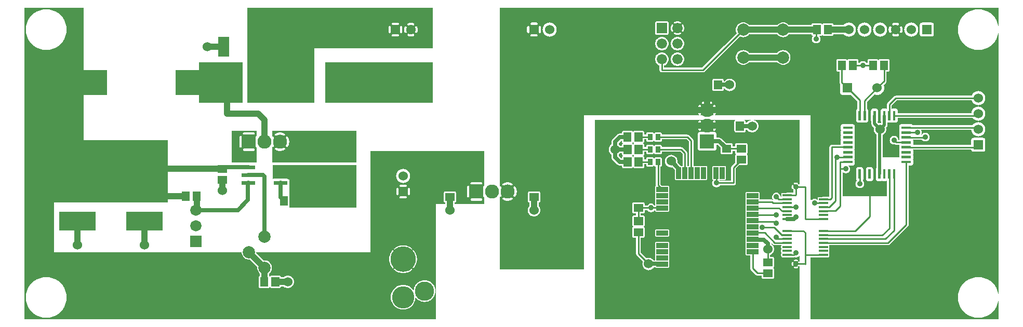
<source format=gbr>
G04 start of page 2 for group 3 layer_idx 0 *
G04 Title: (unknown), top_copper *
G04 Creator: pcb-rnd 1.2.7 *
G04 CreationDate: 2018-01-15 00:32:24 UTC *
G04 For: newell *
G04 Format: Gerber/RS-274X *
G04 PCB-Dimensions: 625000 200000 *
G04 PCB-Coordinate-Origin: lower left *
%MOIN*%
%FSLAX25Y25*%
%LNTOP*%
%ADD45C,0.0420*%
%ADD44C,0.0460*%
%ADD43C,0.0394*%
%ADD42C,0.0320*%
%ADD41C,0.0280*%
%ADD40C,0.0984*%
%ADD39C,0.1181*%
%ADD38C,0.1378*%
%ADD37C,0.0300*%
%ADD36C,0.0350*%
%ADD35C,0.0360*%
%ADD34R,0.0157X0.0157*%
%ADD33R,0.0295X0.0295*%
%ADD32R,0.0130X0.0130*%
%ADD31R,0.0315X0.0315*%
%ADD30R,0.0240X0.0240*%
%ADD29R,0.1230X0.1230*%
%ADD28R,0.0512X0.0512*%
%ADD27R,0.0633X0.0633*%
%ADD26R,0.0709X0.0709*%
%ADD25R,0.1400X0.1400*%
%ADD24R,0.1098X0.1098*%
%ADD23C,0.0720*%
%ADD22C,0.0660*%
%ADD21C,0.0787*%
%ADD20C,0.1230*%
%ADD19C,0.1427*%
%ADD18C,0.1624*%
%ADD17C,0.0600*%
%ADD16C,0.0900*%
%ADD15C,0.0200*%
%ADD14C,0.0250*%
%ADD13C,0.0100*%
%ADD12C,0.0400*%
%ADD11C,0.0001*%
G54D11*G36*
X163602Y27952D02*X158484D01*
X158327Y27943D01*
X158174Y27906D01*
X158029Y27846D01*
X157894Y27764D01*
X157775Y27661D01*
X157672Y27542D01*
X157590Y27407D01*
X157530Y27262D01*
X157500Y27137D01*
X157470Y27262D01*
X157410Y27407D01*
X157328Y27542D01*
X157225Y27661D01*
X157138Y27736D01*
Y29349D01*
X157489Y29649D01*
X157972Y30214D01*
X158360Y30849D01*
X158645Y31536D01*
X158818Y32259D01*
X158862Y33000D01*
X158818Y33741D01*
X158645Y34464D01*
X158360Y35151D01*
X157972Y35786D01*
X157489Y36351D01*
X156923Y36834D01*
X156289Y37222D01*
X155602Y37507D01*
X154879Y37681D01*
X154138Y37739D01*
X153678Y37703D01*
X148835Y42545D01*
X148862Y43000D01*
X228000D01*
Y0D01*
X13980D01*
Y900D01*
X14000Y899D01*
X16049Y1060D01*
X18049Y1540D01*
X19948Y2327D01*
X21701Y3401D01*
X23264Y4736D01*
X24599Y6299D01*
X25673Y8052D01*
X26460Y9951D01*
X26940Y11951D01*
X27061Y14000D01*
X26940Y16049D01*
X26460Y18049D01*
X25673Y19948D01*
X24599Y21701D01*
X23264Y23264D01*
X21701Y24599D01*
X19948Y25673D01*
X18049Y26460D01*
X16049Y26940D01*
X14000Y27101D01*
X13980Y27100D01*
Y43000D01*
X139399D01*
X139457Y42259D01*
X139631Y41536D01*
X139915Y40849D01*
X140304Y40214D01*
X140787Y39649D01*
X141352Y39166D01*
X141986Y38778D01*
X142673Y38493D01*
X143396Y38319D01*
X144138Y38261D01*
X144598Y38297D01*
X149435Y33460D01*
X149399Y33000D01*
X149457Y32259D01*
X149631Y31536D01*
X149915Y30849D01*
X150304Y30214D01*
X150787Y29649D01*
X151138Y29349D01*
Y27918D01*
X151088Y27906D01*
X150943Y27846D01*
X150808Y27764D01*
X150689Y27661D01*
X150586Y27542D01*
X150504Y27407D01*
X150444Y27262D01*
X150407Y27109D01*
X150398Y26952D01*
Y21048D01*
X150407Y20891D01*
X150444Y20738D01*
X150504Y20593D01*
X150586Y20458D01*
X150689Y20339D01*
X150808Y20236D01*
X150943Y20154D01*
X151088Y20094D01*
X151241Y20057D01*
X151398Y20048D01*
X156516D01*
X156673Y20057D01*
X156826Y20094D01*
X156971Y20154D01*
X157106Y20236D01*
X157225Y20339D01*
X157328Y20458D01*
X157410Y20593D01*
X157470Y20738D01*
X157500Y20863D01*
X157530Y20738D01*
X157590Y20593D01*
X157672Y20458D01*
X157775Y20339D01*
X157894Y20236D01*
X158029Y20154D01*
X158174Y20094D01*
X158327Y20057D01*
X158484Y20048D01*
X163602D01*
X163759Y20057D01*
X163912Y20094D01*
X164057Y20154D01*
X164192Y20236D01*
X164311Y20339D01*
X164414Y20458D01*
X164496Y20593D01*
X164556Y20738D01*
X164593Y20891D01*
X164599Y21000D01*
X166354D01*
X166642Y20754D01*
X167178Y20425D01*
X167760Y20184D01*
X168372Y20037D01*
X169000Y19988D01*
X169628Y20037D01*
X170240Y20184D01*
X170822Y20425D01*
X171358Y20754D01*
X171837Y21163D01*
X172246Y21642D01*
X172575Y22178D01*
X172816Y22760D01*
X172963Y23372D01*
X173000Y24000D01*
X172963Y24628D01*
X172816Y25240D01*
X172575Y25822D01*
X172246Y26358D01*
X171837Y26837D01*
X171358Y27246D01*
X170822Y27575D01*
X170240Y27816D01*
X169628Y27963D01*
X169000Y28012D01*
X168372Y27963D01*
X167760Y27816D01*
X167178Y27575D01*
X166642Y27246D01*
X166354Y27000D01*
X164599D01*
X164593Y27109D01*
X164556Y27262D01*
X164496Y27407D01*
X164414Y27542D01*
X164311Y27661D01*
X164192Y27764D01*
X164057Y27846D01*
X163912Y27906D01*
X163759Y27943D01*
X163602Y27952D01*
G37*
G36*
X13980Y0D02*X0D01*
Y43000D01*
X13980D01*
Y27100D01*
X11951Y26940D01*
X9951Y26460D01*
X8052Y25673D01*
X6299Y24599D01*
X4736Y23264D01*
X3401Y21701D01*
X2327Y19948D01*
X1540Y18049D01*
X1060Y16049D01*
X899Y14000D01*
X1060Y11951D01*
X1540Y9951D01*
X2327Y8052D01*
X3401Y6299D01*
X4736Y4736D01*
X6299Y3401D01*
X8052Y2327D01*
X9951Y1540D01*
X11951Y1060D01*
X13980Y900D01*
Y0D01*
G37*
G36*
X0Y106000D02*X92000D01*
Y75000D01*
X0D01*
Y106000D01*
G37*
G36*
X13980Y200000D02*X38000D01*
Y102000D01*
X13980D01*
Y172900D01*
X14000Y172899D01*
X16049Y173060D01*
X18049Y173540D01*
X19948Y174327D01*
X21701Y175401D01*
X23264Y176736D01*
X24599Y178299D01*
X25673Y180052D01*
X26460Y181951D01*
X26940Y183951D01*
X27061Y186000D01*
X26940Y188049D01*
X26460Y190049D01*
X25673Y191948D01*
X24599Y193701D01*
X23264Y195264D01*
X21701Y196599D01*
X19948Y197673D01*
X18049Y198460D01*
X16049Y198940D01*
X14000Y199101D01*
X13980Y199100D01*
Y200000D01*
G37*
G36*
X0D02*X13980D01*
Y199100D01*
X11951Y198940D01*
X9951Y198460D01*
X8052Y197673D01*
X6299Y196599D01*
X4736Y195264D01*
X3401Y193701D01*
X2327Y191948D01*
X1540Y190049D01*
X1060Y188049D01*
X899Y186000D01*
X1060Y183951D01*
X1540Y181951D01*
X2327Y180052D01*
X3401Y178299D01*
X4736Y176736D01*
X6299Y175401D01*
X8052Y174327D01*
X9951Y173540D01*
X11951Y173060D01*
X13980Y172900D01*
Y102000D01*
X0D01*
Y200000D01*
G37*
G36*
Y115000D02*X92000D01*
Y102000D01*
X0D01*
Y115000D01*
G37*
G36*
Y78000D02*X19000D01*
Y31000D01*
X0D01*
Y78000D01*
G37*
G36*
X33000Y160000D02*X53000D01*
Y144000D01*
X33000D01*
Y160000D01*
G37*
G36*
X143000Y200000D02*X186000D01*
Y139000D01*
X143000D01*
Y200000D01*
G37*
G36*
X251547D02*X262000D01*
Y174000D01*
X251547D01*
Y183850D01*
X251552Y183850D01*
X251657Y183883D01*
X251756Y183931D01*
X251846Y183995D01*
X251925Y184072D01*
X251991Y184160D01*
X252041Y184258D01*
X252186Y184629D01*
X252292Y185013D01*
X252364Y185404D01*
X252400Y185801D01*
Y186199D01*
X252364Y186596D01*
X252292Y186987D01*
X252186Y187371D01*
X252045Y187744D01*
X251994Y187842D01*
X251927Y187930D01*
X251848Y188008D01*
X251758Y188071D01*
X251658Y188120D01*
X251553Y188153D01*
X251547Y188154D01*
Y200000D01*
G37*
G36*
X248002D02*X251547D01*
Y188154D01*
X251443Y188169D01*
X251332Y188167D01*
X251223Y188148D01*
X251119Y188112D01*
X251021Y188061D01*
X250932Y187994D01*
X250855Y187915D01*
X250791Y187825D01*
X250742Y187725D01*
X250710Y187620D01*
X250694Y187510D01*
X250696Y187399D01*
X250714Y187290D01*
X250752Y187186D01*
X250851Y186934D01*
X250924Y186673D01*
X250972Y186406D01*
X250997Y186136D01*
Y185864D01*
X250972Y185594D01*
X250924Y185327D01*
X250851Y185066D01*
X250755Y184812D01*
X250717Y184709D01*
X250699Y184600D01*
X250697Y184490D01*
X250713Y184381D01*
X250745Y184276D01*
X250794Y184177D01*
X250857Y184087D01*
X250934Y184008D01*
X251022Y183942D01*
X251120Y183890D01*
X251224Y183855D01*
X251333Y183836D01*
X251443Y183835D01*
X251547Y183850D01*
Y174000D01*
X248002D01*
Y181600D01*
X248199D01*
X248596Y181636D01*
X248987Y181708D01*
X249371Y181814D01*
X249744Y181955D01*
X249842Y182006D01*
X249930Y182073D01*
X250008Y182152D01*
X250071Y182242D01*
X250120Y182342D01*
X250153Y182447D01*
X250169Y182557D01*
X250167Y182668D01*
X250148Y182777D01*
X250112Y182881D01*
X250061Y182979D01*
X249994Y183068D01*
X249915Y183145D01*
X249825Y183209D01*
X249725Y183258D01*
X249620Y183290D01*
X249510Y183306D01*
X249399Y183304D01*
X249290Y183286D01*
X249186Y183248D01*
X248934Y183149D01*
X248673Y183076D01*
X248406Y183028D01*
X248136Y183003D01*
X248002D01*
Y188997D01*
X248136D01*
X248406Y188972D01*
X248673Y188924D01*
X248934Y188851D01*
X249188Y188755D01*
X249291Y188717D01*
X249400Y188699D01*
X249510Y188697D01*
X249619Y188713D01*
X249724Y188745D01*
X249823Y188794D01*
X249913Y188857D01*
X249992Y188934D01*
X250058Y189022D01*
X250110Y189120D01*
X250145Y189224D01*
X250164Y189333D01*
X250165Y189443D01*
X250150Y189552D01*
X250117Y189657D01*
X250069Y189756D01*
X250005Y189846D01*
X249928Y189925D01*
X249840Y189991D01*
X249742Y190041D01*
X249371Y190186D01*
X248987Y190292D01*
X248596Y190364D01*
X248199Y190400D01*
X248002D01*
Y200000D01*
G37*
G36*
X244453D02*X248002D01*
Y190400D01*
X247801D01*
X247404Y190364D01*
X247013Y190292D01*
X246629Y190186D01*
X246256Y190045D01*
X246158Y189994D01*
X246070Y189927D01*
X245992Y189848D01*
X245929Y189758D01*
X245880Y189658D01*
X245847Y189553D01*
X245831Y189443D01*
X245833Y189332D01*
X245852Y189223D01*
X245888Y189119D01*
X245939Y189021D01*
X246006Y188932D01*
X246085Y188855D01*
X246175Y188791D01*
X246275Y188742D01*
X246380Y188710D01*
X246490Y188694D01*
X246601Y188696D01*
X246710Y188714D01*
X246814Y188752D01*
X247066Y188851D01*
X247327Y188924D01*
X247594Y188972D01*
X247864Y188997D01*
X248002D01*
Y183003D01*
X247864D01*
X247594Y183028D01*
X247327Y183076D01*
X247066Y183149D01*
X246812Y183245D01*
X246709Y183283D01*
X246600Y183301D01*
X246490Y183303D01*
X246381Y183287D01*
X246276Y183255D01*
X246177Y183206D01*
X246087Y183143D01*
X246008Y183066D01*
X245942Y182978D01*
X245890Y182880D01*
X245855Y182776D01*
X245836Y182667D01*
X245835Y182557D01*
X245850Y182448D01*
X245883Y182343D01*
X245931Y182244D01*
X245995Y182154D01*
X246072Y182075D01*
X246160Y182009D01*
X246258Y181959D01*
X246629Y181814D01*
X247013Y181708D01*
X247404Y181636D01*
X247801Y181600D01*
X248002D01*
Y174000D01*
X244453D01*
Y183846D01*
X244557Y183831D01*
X244668Y183833D01*
X244777Y183852D01*
X244881Y183888D01*
X244979Y183939D01*
X245068Y184006D01*
X245145Y184085D01*
X245209Y184175D01*
X245258Y184275D01*
X245290Y184380D01*
X245306Y184490D01*
X245304Y184601D01*
X245286Y184710D01*
X245248Y184814D01*
X245149Y185066D01*
X245076Y185327D01*
X245028Y185594D01*
X245003Y185864D01*
Y186136D01*
X245028Y186406D01*
X245076Y186673D01*
X245149Y186934D01*
X245245Y187188D01*
X245283Y187291D01*
X245301Y187400D01*
X245303Y187510D01*
X245287Y187619D01*
X245255Y187724D01*
X245206Y187823D01*
X245143Y187913D01*
X245066Y187992D01*
X244978Y188058D01*
X244880Y188110D01*
X244776Y188145D01*
X244667Y188164D01*
X244557Y188165D01*
X244453Y188150D01*
Y200000D01*
G37*
G36*
X241700D02*X244453D01*
Y188150D01*
X244448Y188150D01*
X244343Y188117D01*
X244244Y188069D01*
X244154Y188005D01*
X244075Y187928D01*
X244009Y187840D01*
X243959Y187742D01*
X243814Y187371D01*
X243708Y186987D01*
X243636Y186596D01*
X243600Y186199D01*
Y185801D01*
X243636Y185404D01*
X243708Y185013D01*
X243814Y184629D01*
X243955Y184256D01*
X244006Y184158D01*
X244073Y184070D01*
X244152Y183992D01*
X244242Y183929D01*
X244342Y183880D01*
X244447Y183847D01*
X244453Y183846D01*
Y174000D01*
X241700D01*
Y183698D01*
X241810Y183706D01*
X241917Y183732D01*
X242019Y183774D01*
X242113Y183832D01*
X242197Y183904D01*
X242268Y183987D01*
X242326Y184081D01*
X242368Y184183D01*
X242394Y184290D01*
X242400Y184400D01*
Y187600D01*
X242394Y187710D01*
X242368Y187817D01*
X242326Y187919D01*
X242268Y188013D01*
X242197Y188097D01*
X242113Y188168D01*
X242019Y188226D01*
X241917Y188268D01*
X241810Y188294D01*
X241700Y188302D01*
Y200000D01*
G37*
G36*
X238000D02*X241700D01*
Y188302D01*
X241590Y188294D01*
X241483Y188268D01*
X241381Y188226D01*
X241287Y188168D01*
X241203Y188097D01*
X241132Y188013D01*
X241074Y187919D01*
X241032Y187817D01*
X241006Y187710D01*
X241000Y187600D01*
Y184400D01*
X241006Y184290D01*
X241032Y184183D01*
X241074Y184081D01*
X241132Y183987D01*
X241203Y183904D01*
X241287Y183832D01*
X241381Y183774D01*
X241483Y183732D01*
X241590Y183706D01*
X241700Y183698D01*
Y174000D01*
X238000D01*
Y181600D01*
X239600D01*
X239710Y181606D01*
X239817Y181632D01*
X239919Y181674D01*
X240013Y181732D01*
X240097Y181803D01*
X240168Y181887D01*
X240226Y181981D01*
X240268Y182083D01*
X240294Y182190D01*
X240302Y182300D01*
X240294Y182410D01*
X240268Y182517D01*
X240226Y182619D01*
X240168Y182713D01*
X240097Y182797D01*
X240013Y182868D01*
X239919Y182926D01*
X239817Y182968D01*
X239710Y182994D01*
X239600Y183000D01*
X238000D01*
Y189000D01*
X239600D01*
X239710Y189006D01*
X239817Y189032D01*
X239919Y189074D01*
X240013Y189132D01*
X240097Y189203D01*
X240168Y189287D01*
X240226Y189381D01*
X240268Y189483D01*
X240294Y189590D01*
X240302Y189700D01*
X240294Y189810D01*
X240268Y189917D01*
X240226Y190019D01*
X240168Y190113D01*
X240097Y190197D01*
X240013Y190268D01*
X239919Y190326D01*
X239817Y190368D01*
X239710Y190394D01*
X239600Y190400D01*
X238000D01*
Y200000D01*
G37*
G36*
X234300D02*X238000D01*
Y190400D01*
X236400D01*
X236290Y190394D01*
X236183Y190368D01*
X236081Y190326D01*
X235987Y190268D01*
X235904Y190197D01*
X235832Y190113D01*
X235774Y190019D01*
X235732Y189917D01*
X235706Y189810D01*
X235698Y189700D01*
X235706Y189590D01*
X235732Y189483D01*
X235774Y189381D01*
X235832Y189287D01*
X235904Y189203D01*
X235987Y189132D01*
X236081Y189074D01*
X236183Y189032D01*
X236290Y189006D01*
X236400Y189000D01*
X238000D01*
Y183000D01*
X236400D01*
X236290Y182994D01*
X236183Y182968D01*
X236081Y182926D01*
X235987Y182868D01*
X235904Y182797D01*
X235832Y182713D01*
X235774Y182619D01*
X235732Y182517D01*
X235706Y182410D01*
X235698Y182300D01*
X235706Y182190D01*
X235732Y182083D01*
X235774Y181981D01*
X235832Y181887D01*
X235904Y181803D01*
X235987Y181732D01*
X236081Y181674D01*
X236183Y181632D01*
X236290Y181606D01*
X236400Y181600D01*
X238000D01*
Y174000D01*
X234300D01*
Y183698D01*
X234410Y183706D01*
X234517Y183732D01*
X234619Y183774D01*
X234713Y183832D01*
X234797Y183904D01*
X234868Y183987D01*
X234926Y184081D01*
X234968Y184183D01*
X234994Y184290D01*
X235000Y184400D01*
Y187600D01*
X234994Y187710D01*
X234968Y187817D01*
X234926Y187919D01*
X234868Y188013D01*
X234797Y188097D01*
X234713Y188168D01*
X234619Y188226D01*
X234517Y188268D01*
X234410Y188294D01*
X234300Y188302D01*
Y200000D01*
G37*
G36*
X179000D02*X234300D01*
Y188302D01*
X234190Y188294D01*
X234083Y188268D01*
X233981Y188226D01*
X233887Y188168D01*
X233803Y188097D01*
X233732Y188013D01*
X233674Y187919D01*
X233632Y187817D01*
X233606Y187710D01*
X233600Y187600D01*
Y184400D01*
X233606Y184290D01*
X233632Y184183D01*
X233674Y184081D01*
X233732Y183987D01*
X233803Y183904D01*
X233887Y183832D01*
X233981Y183774D01*
X234083Y183732D01*
X234190Y183706D01*
X234300Y183698D01*
Y174000D01*
X179000D01*
Y200000D01*
G37*
G36*
X112000Y165000D02*X140000D01*
Y139000D01*
X112000D01*
Y165000D01*
G37*
G36*
X97000Y160000D02*X117000D01*
Y144000D01*
X97000D01*
Y160000D01*
G37*
G36*
X168858Y121000D02*X175000D01*
Y100500D01*
X168858D01*
Y110819D01*
X168909Y110848D01*
X168996Y110915D01*
X169071Y110996D01*
X169131Y111088D01*
X169388Y111579D01*
X169591Y112095D01*
X169745Y112627D01*
X169848Y113171D01*
X169900Y113723D01*
Y114277D01*
X169848Y114829D01*
X169745Y115373D01*
X169591Y115905D01*
X169388Y116421D01*
X169137Y116915D01*
X169075Y117007D01*
X169000Y117088D01*
X168912Y117157D01*
X168858Y117186D01*
Y121000D01*
G37*
G36*
X164002D02*X168858D01*
Y117186D01*
X168815Y117210D01*
X168711Y117248D01*
X168602Y117269D01*
X168491Y117273D01*
X168381Y117259D01*
X168274Y117228D01*
X168174Y117181D01*
X168082Y117119D01*
X168001Y117044D01*
X167932Y116956D01*
X167879Y116859D01*
X167841Y116755D01*
X167820Y116646D01*
X167816Y116535D01*
X167830Y116425D01*
X167860Y116318D01*
X167909Y116219D01*
X168105Y115844D01*
X168259Y115452D01*
X168377Y115046D01*
X168455Y114631D01*
X168495Y114211D01*
Y113789D01*
X168455Y113369D01*
X168377Y112954D01*
X168259Y112548D01*
X168105Y112156D01*
X167914Y111779D01*
X167865Y111680D01*
X167835Y111574D01*
X167821Y111465D01*
X167825Y111355D01*
X167846Y111247D01*
X167883Y111143D01*
X167937Y111047D01*
X168004Y110960D01*
X168085Y110885D01*
X168176Y110823D01*
X168276Y110776D01*
X168382Y110746D01*
X168491Y110732D01*
X168601Y110736D01*
X168709Y110757D01*
X168813Y110794D01*
X168858Y110819D01*
Y100500D01*
X164002D01*
Y108100D01*
X164277D01*
X164829Y108152D01*
X165373Y108255D01*
X165905Y108409D01*
X166421Y108612D01*
X166915Y108863D01*
X167007Y108925D01*
X167088Y109000D01*
X167157Y109088D01*
X167210Y109185D01*
X167248Y109289D01*
X167269Y109398D01*
X167273Y109509D01*
X167259Y109619D01*
X167228Y109726D01*
X167181Y109826D01*
X167119Y109918D01*
X167044Y109999D01*
X166956Y110068D01*
X166859Y110121D01*
X166755Y110159D01*
X166646Y110180D01*
X166535Y110184D01*
X166425Y110170D01*
X166318Y110140D01*
X166219Y110091D01*
X165844Y109895D01*
X165452Y109741D01*
X165046Y109623D01*
X164631Y109545D01*
X164211Y109505D01*
X164002D01*
Y118495D01*
X164211D01*
X164631Y118455D01*
X165046Y118377D01*
X165452Y118259D01*
X165844Y118105D01*
X166221Y117914D01*
X166320Y117865D01*
X166426Y117835D01*
X166535Y117821D01*
X166645Y117825D01*
X166753Y117846D01*
X166857Y117883D01*
X166953Y117937D01*
X167040Y118004D01*
X167115Y118085D01*
X167177Y118176D01*
X167224Y118276D01*
X167254Y118382D01*
X167268Y118491D01*
X167264Y118601D01*
X167243Y118709D01*
X167206Y118813D01*
X167152Y118909D01*
X167085Y118996D01*
X167004Y119071D01*
X166912Y119131D01*
X166421Y119388D01*
X165905Y119591D01*
X165373Y119745D01*
X164829Y119848D01*
X164277Y119900D01*
X164002D01*
Y121000D01*
G37*
G36*
X159000D02*X164002D01*
Y119900D01*
X163723D01*
X163171Y119848D01*
X162627Y119745D01*
X162095Y119591D01*
X161579Y119388D01*
X161085Y119137D01*
X160993Y119075D01*
X160912Y119000D01*
X160843Y118912D01*
X160790Y118815D01*
X160752Y118711D01*
X160731Y118602D01*
X160727Y118491D01*
X160741Y118381D01*
X160772Y118274D01*
X160819Y118174D01*
X160881Y118082D01*
X160956Y118001D01*
X161044Y117932D01*
X161141Y117879D01*
X161245Y117841D01*
X161354Y117820D01*
X161465Y117816D01*
X161575Y117830D01*
X161682Y117860D01*
X161781Y117909D01*
X162156Y118105D01*
X162548Y118259D01*
X162954Y118377D01*
X163369Y118455D01*
X163789Y118495D01*
X164002D01*
Y109505D01*
X163789D01*
X163369Y109545D01*
X162954Y109623D01*
X162548Y109741D01*
X162156Y109895D01*
X161779Y110086D01*
X161680Y110135D01*
X161574Y110165D01*
X161465Y110179D01*
X161355Y110175D01*
X161247Y110154D01*
X161143Y110117D01*
X161047Y110063D01*
X160960Y109996D01*
X160885Y109915D01*
X160823Y109824D01*
X160776Y109724D01*
X160746Y109618D01*
X160732Y109509D01*
X160736Y109399D01*
X160757Y109291D01*
X160794Y109187D01*
X160848Y109091D01*
X160915Y109004D01*
X160996Y108929D01*
X161088Y108869D01*
X161579Y108612D01*
X162095Y108409D01*
X162627Y108255D01*
X163171Y108152D01*
X163723Y108100D01*
X164002D01*
Y100500D01*
X159000D01*
Y110797D01*
X159048Y110817D01*
X159090Y110842D01*
X159185Y110790D01*
X159289Y110752D01*
X159398Y110731D01*
X159509Y110727D01*
X159619Y110741D01*
X159726Y110772D01*
X159826Y110819D01*
X159918Y110881D01*
X159999Y110956D01*
X160068Y111044D01*
X160121Y111141D01*
X160159Y111245D01*
X160180Y111354D01*
X160184Y111465D01*
X160170Y111575D01*
X160140Y111682D01*
X160091Y111781D01*
X159895Y112156D01*
X159851Y112268D01*
X159959Y112669D01*
X160053Y113197D01*
X160100Y113732D01*
Y114268D01*
X160053Y114803D01*
X159959Y115331D01*
X159851Y115732D01*
X159895Y115844D01*
X160086Y116221D01*
X160135Y116320D01*
X160165Y116426D01*
X160179Y116535D01*
X160175Y116645D01*
X160154Y116753D01*
X160117Y116857D01*
X160063Y116953D01*
X159996Y117040D01*
X159915Y117115D01*
X159824Y117177D01*
X159724Y117224D01*
X159618Y117254D01*
X159509Y117268D01*
X159399Y117264D01*
X159291Y117243D01*
X159187Y117206D01*
X159100Y117158D01*
X159050Y117187D01*
X159000Y117207D01*
Y121000D01*
G37*
G36*
X144000D02*X149000D01*
Y117772D01*
X148983Y117768D01*
X148881Y117726D01*
X148787Y117668D01*
X148703Y117597D01*
X148632Y117513D01*
X148574Y117419D01*
X148532Y117317D01*
X148506Y117210D01*
X148500Y117100D01*
Y116631D01*
X148366Y116353D01*
X148181Y115849D01*
X148041Y115331D01*
X147947Y114803D01*
X147900Y114268D01*
Y113732D01*
X147947Y113197D01*
X148041Y112669D01*
X148181Y112151D01*
X148366Y111647D01*
X148500Y111361D01*
Y110900D01*
X148506Y110790D01*
X148532Y110683D01*
X148574Y110581D01*
X148632Y110487D01*
X148703Y110404D01*
X148787Y110332D01*
X148881Y110274D01*
X148983Y110232D01*
X149000Y110228D01*
Y100500D01*
X144000D01*
Y108100D01*
X147100D01*
X147210Y108106D01*
X147317Y108132D01*
X147419Y108174D01*
X147513Y108232D01*
X147597Y108303D01*
X147668Y108387D01*
X147726Y108481D01*
X147768Y108583D01*
X147794Y108690D01*
X147802Y108800D01*
X147794Y108910D01*
X147768Y109017D01*
X147726Y109119D01*
X147668Y109213D01*
X147597Y109297D01*
X147513Y109368D01*
X147419Y109426D01*
X147317Y109468D01*
X147210Y109494D01*
X147100Y109500D01*
X144000D01*
Y118500D01*
X147100D01*
X147210Y118506D01*
X147317Y118532D01*
X147419Y118574D01*
X147513Y118632D01*
X147597Y118703D01*
X147668Y118787D01*
X147726Y118881D01*
X147768Y118983D01*
X147794Y119090D01*
X147802Y119200D01*
X147794Y119310D01*
X147768Y119417D01*
X147726Y119519D01*
X147668Y119613D01*
X147597Y119697D01*
X147513Y119768D01*
X147419Y119826D01*
X147317Y119868D01*
X147210Y119894D01*
X147100Y119900D01*
X144000D01*
Y121000D01*
G37*
G36*
X138800D02*X144000D01*
Y119900D01*
X140900D01*
X140790Y119894D01*
X140683Y119868D01*
X140581Y119826D01*
X140487Y119768D01*
X140404Y119697D01*
X140332Y119613D01*
X140274Y119519D01*
X140232Y119417D01*
X140206Y119310D01*
X140198Y119200D01*
X140206Y119090D01*
X140232Y118983D01*
X140274Y118881D01*
X140332Y118787D01*
X140404Y118703D01*
X140487Y118632D01*
X140581Y118574D01*
X140683Y118532D01*
X140790Y118506D01*
X140900Y118500D01*
X144000D01*
Y109500D01*
X140900D01*
X140790Y109494D01*
X140683Y109468D01*
X140581Y109426D01*
X140487Y109368D01*
X140404Y109297D01*
X140332Y109213D01*
X140274Y109119D01*
X140232Y109017D01*
X140206Y108910D01*
X140198Y108800D01*
X140206Y108690D01*
X140232Y108583D01*
X140274Y108481D01*
X140332Y108387D01*
X140404Y108303D01*
X140487Y108232D01*
X140581Y108174D01*
X140683Y108132D01*
X140790Y108106D01*
X140900Y108100D01*
X144000D01*
Y100500D01*
X138800D01*
Y110198D01*
X138910Y110206D01*
X139017Y110232D01*
X139119Y110274D01*
X139213Y110332D01*
X139297Y110404D01*
X139368Y110487D01*
X139426Y110581D01*
X139468Y110683D01*
X139494Y110790D01*
X139500Y110900D01*
Y117100D01*
X139494Y117210D01*
X139468Y117317D01*
X139426Y117419D01*
X139368Y117513D01*
X139297Y117597D01*
X139213Y117668D01*
X139119Y117726D01*
X139017Y117768D01*
X138910Y117794D01*
X138800Y117802D01*
Y121000D01*
G37*
G36*
X133000D02*X138800D01*
Y117802D01*
X138690Y117794D01*
X138583Y117768D01*
X138481Y117726D01*
X138387Y117668D01*
X138303Y117597D01*
X138232Y117513D01*
X138174Y117419D01*
X138132Y117317D01*
X138106Y117210D01*
X138100Y117100D01*
Y110900D01*
X138106Y110790D01*
X138132Y110683D01*
X138174Y110581D01*
X138232Y110487D01*
X138303Y110404D01*
X138387Y110332D01*
X138481Y110274D01*
X138583Y110232D01*
X138690Y110206D01*
X138800Y110198D01*
Y100500D01*
X133000D01*
Y121000D01*
G37*
G36*
X172000D02*X213000D01*
Y100500D01*
X172000D01*
Y121000D01*
G37*
G36*
X159500Y99000D02*X213000D01*
Y89500D01*
X169869D01*
X169817Y89584D01*
X169664Y89764D01*
X169484Y89917D01*
X169283Y90041D01*
X169065Y90131D01*
X168835Y90186D01*
X168600Y90200D01*
X159900D01*
X159665Y90186D01*
X159500Y90147D01*
Y99000D01*
G37*
G36*
X170000D02*X213000D01*
Y71500D01*
X170000D01*
Y72863D01*
X170007Y72891D01*
X170016Y73048D01*
Y78952D01*
X170007Y79109D01*
X170000Y79137D01*
Y85760D01*
X170031Y85835D01*
X170086Y86065D01*
X170100Y86300D01*
Y88700D01*
X170086Y88935D01*
X170031Y89165D01*
X170000Y89240D01*
Y99000D01*
G37*
G36*
X250528Y41590D02*X250699Y41147D01*
X250904Y40426D01*
X251042Y39689D01*
X251111Y38942D01*
Y38192D01*
X251042Y37445D01*
X250904Y36708D01*
X250699Y35987D01*
X250528Y35544D01*
Y41590D01*
G37*
G36*
Y108000D02*X264000D01*
Y0D01*
X250528D01*
Y11626D01*
X250559Y11702D01*
X250850Y12914D01*
X250923Y14157D01*
X250909Y14394D01*
X251148Y14003D01*
X251858Y13173D01*
X252688Y12463D01*
X253620Y11893D01*
X254629Y11475D01*
X255691Y11220D01*
X256780Y11134D01*
X257868Y11220D01*
X258930Y11475D01*
X259939Y11893D01*
X260871Y12463D01*
X261701Y13173D01*
X262411Y14003D01*
X262981Y14935D01*
X263399Y15944D01*
X263654Y17006D01*
X263719Y18094D01*
X263654Y19183D01*
X263399Y20245D01*
X262981Y21254D01*
X262411Y22186D01*
X261701Y23016D01*
X260871Y23726D01*
X259939Y24296D01*
X258930Y24714D01*
X257868Y24969D01*
X256780Y25055D01*
X255691Y24969D01*
X254629Y24714D01*
X253620Y24296D01*
X252688Y23726D01*
X251858Y23016D01*
X251148Y22186D01*
X250578Y21254D01*
X250528Y21133D01*
Y33804D01*
X250790Y34228D01*
X251157Y34966D01*
X251455Y35734D01*
X251680Y36526D01*
X251831Y37335D01*
X251907Y38155D01*
Y38979D01*
X251831Y39799D01*
X251680Y40608D01*
X251455Y41400D01*
X251157Y42168D01*
X250790Y42905D01*
X250528Y43330D01*
Y108000D01*
G37*
G36*
Y0D02*X246700D01*
Y7132D01*
X247672Y7728D01*
X248620Y8538D01*
X249430Y9486D01*
X250081Y10549D01*
X250528Y11626D01*
Y0D01*
G37*
G36*
X246700Y108000D02*X250528D01*
Y43330D01*
X250357Y43606D01*
X249861Y44263D01*
X249817Y44309D01*
X249766Y44347D01*
X249710Y44376D01*
X249650Y44396D01*
X249588Y44407D01*
X249524Y44408D01*
X249462Y44399D01*
X249401Y44380D01*
X249344Y44352D01*
X249293Y44316D01*
X249247Y44272D01*
X249209Y44221D01*
X249180Y44165D01*
X249159Y44105D01*
X249149Y44043D01*
X249148Y43979D01*
X249157Y43917D01*
X249175Y43856D01*
X249203Y43799D01*
X249241Y43748D01*
X249699Y43155D01*
X250094Y42518D01*
X250428Y41846D01*
X250528Y41590D01*
Y35544D01*
X250428Y35287D01*
X250094Y34616D01*
X249699Y33978D01*
X249247Y33380D01*
X249211Y33330D01*
X249183Y33275D01*
X249165Y33215D01*
X249156Y33154D01*
X249157Y33092D01*
X249168Y33031D01*
X249188Y32972D01*
X249217Y32917D01*
X249254Y32868D01*
X249298Y32825D01*
X249349Y32789D01*
X249404Y32762D01*
X249464Y32743D01*
X249525Y32734D01*
X249587Y32735D01*
X249648Y32746D01*
X249707Y32766D01*
X249761Y32795D01*
X249811Y32832D01*
X249853Y32877D01*
X250357Y33528D01*
X250528Y33804D01*
Y21133D01*
X250160Y20245D01*
X249905Y19183D01*
X249826Y18182D01*
X249430Y18829D01*
X248620Y19777D01*
X247672Y20587D01*
X246700Y21183D01*
Y30459D01*
X247339Y30777D01*
X248039Y31210D01*
X248696Y31706D01*
X248742Y31750D01*
X248780Y31801D01*
X248809Y31857D01*
X248830Y31917D01*
X248840Y31979D01*
X248841Y32043D01*
X248832Y32105D01*
X248813Y32166D01*
X248785Y32223D01*
X248749Y32274D01*
X248705Y32320D01*
X248654Y32358D01*
X248598Y32387D01*
X248538Y32408D01*
X248476Y32418D01*
X248412Y32419D01*
X248350Y32410D01*
X248289Y32392D01*
X248232Y32364D01*
X248181Y32326D01*
X247588Y31868D01*
X246951Y31473D01*
X246700Y31348D01*
Y45786D01*
X246951Y45661D01*
X247588Y45266D01*
X248187Y44814D01*
X248237Y44778D01*
X248292Y44750D01*
X248352Y44732D01*
X248413Y44723D01*
X248475Y44724D01*
X248536Y44735D01*
X248595Y44755D01*
X248649Y44784D01*
X248699Y44821D01*
X248742Y44865D01*
X248778Y44916D01*
X248805Y44971D01*
X248824Y45031D01*
X248833Y45092D01*
X248832Y45154D01*
X248821Y45215D01*
X248801Y45274D01*
X248772Y45328D01*
X248735Y45378D01*
X248690Y45420D01*
X248039Y45924D01*
X247339Y46357D01*
X246700Y46675D01*
Y79698D01*
X246810Y79706D01*
X246917Y79732D01*
X247019Y79774D01*
X247113Y79832D01*
X247197Y79904D01*
X247268Y79987D01*
X247326Y80081D01*
X247368Y80183D01*
X247394Y80290D01*
X247400Y80400D01*
Y83600D01*
X247394Y83710D01*
X247368Y83817D01*
X247326Y83919D01*
X247268Y84013D01*
X247197Y84097D01*
X247113Y84168D01*
X247019Y84226D01*
X246917Y84268D01*
X246810Y84294D01*
X246700Y84302D01*
Y89425D01*
X247022Y89951D01*
X247293Y90605D01*
X247458Y91294D01*
X247500Y92000D01*
X247458Y92706D01*
X247293Y93395D01*
X247022Y94049D01*
X246700Y94575D01*
Y108000D01*
G37*
G36*
Y46675D02*X246601Y46724D01*
X245833Y47022D01*
X245041Y47247D01*
X244232Y47398D01*
X243412Y47474D01*
X243000D01*
Y77600D01*
X244600D01*
X244710Y77606D01*
X244817Y77632D01*
X244919Y77674D01*
X245013Y77732D01*
X245097Y77803D01*
X245168Y77887D01*
X245226Y77981D01*
X245268Y78083D01*
X245294Y78190D01*
X245302Y78300D01*
X245294Y78410D01*
X245268Y78517D01*
X245226Y78619D01*
X245168Y78713D01*
X245097Y78797D01*
X245013Y78868D01*
X244919Y78926D01*
X244817Y78968D01*
X244710Y78994D01*
X244600Y79000D01*
X243000D01*
Y85000D01*
X244600D01*
X244710Y85006D01*
X244817Y85032D01*
X244919Y85074D01*
X245013Y85132D01*
X245097Y85203D01*
X245168Y85287D01*
X245226Y85381D01*
X245268Y85483D01*
X245294Y85590D01*
X245302Y85700D01*
X245294Y85810D01*
X245268Y85917D01*
X245226Y86019D01*
X245168Y86113D01*
X245097Y86197D01*
X245013Y86268D01*
X244919Y86326D01*
X244817Y86368D01*
X244710Y86394D01*
X244600Y86400D01*
X243000D01*
Y87486D01*
X243706Y87542D01*
X244395Y87707D01*
X245049Y87978D01*
X245653Y88348D01*
X246192Y88808D01*
X246652Y89347D01*
X246700Y89425D01*
Y84302D01*
X246590Y84294D01*
X246483Y84268D01*
X246381Y84226D01*
X246287Y84168D01*
X246203Y84097D01*
X246132Y84013D01*
X246074Y83919D01*
X246032Y83817D01*
X246006Y83710D01*
X246000Y83600D01*
Y80400D01*
X246006Y80290D01*
X246032Y80183D01*
X246074Y80081D01*
X246132Y79987D01*
X246203Y79904D01*
X246287Y79832D01*
X246381Y79774D01*
X246483Y79732D01*
X246590Y79706D01*
X246700Y79698D01*
Y46675D01*
G37*
G36*
Y31348D02*X246279Y31139D01*
X245580Y30868D01*
X244859Y30662D01*
X244122Y30525D01*
X243375Y30456D01*
X243000D01*
Y46678D01*
X243375D01*
X244122Y46609D01*
X244859Y46471D01*
X245580Y46266D01*
X246279Y45995D01*
X246700Y45786D01*
Y31348D01*
G37*
G36*
Y21183D02*X246608Y21239D01*
X245456Y21716D01*
X244243Y22007D01*
X243000Y22105D01*
Y29659D01*
X243412D01*
X244232Y29735D01*
X245041Y29887D01*
X245833Y30112D01*
X246601Y30410D01*
X246700Y30459D01*
Y21183D01*
G37*
G36*
Y0D02*X243000D01*
Y6210D01*
X244243Y6308D01*
X245456Y6599D01*
X246608Y7076D01*
X246700Y7132D01*
Y0D01*
G37*
G36*
X243000Y108000D02*X246700D01*
Y94575D01*
X246652Y94653D01*
X246192Y95192D01*
X245653Y95652D01*
X245049Y96022D01*
X244395Y96293D01*
X243706Y96458D01*
X243000Y96514D01*
Y108000D01*
G37*
G36*
X239300Y7132D02*X239392Y7076D01*
X240544Y6599D01*
X241757Y6308D01*
X243000Y6210D01*
X243000D01*
Y0D01*
X239300D01*
Y7132D01*
G37*
G36*
Y30459D02*X239399Y30410D01*
X240167Y30112D01*
X240959Y29887D01*
X241768Y29735D01*
X242588Y29659D01*
X243000D01*
Y22105D01*
X243000D01*
X241757Y22007D01*
X240544Y21716D01*
X239392Y21239D01*
X239300Y21183D01*
Y30459D01*
G37*
G36*
Y45786D02*X239721Y45995D01*
X240420Y46266D01*
X241141Y46471D01*
X241878Y46609D01*
X242625Y46678D01*
X243000D01*
Y30456D01*
X242625D01*
X241878Y30525D01*
X241141Y30662D01*
X240420Y30868D01*
X239721Y31139D01*
X239300Y31348D01*
Y45786D01*
G37*
G36*
Y89425D02*X239348Y89347D01*
X239808Y88808D01*
X240347Y88348D01*
X240951Y87978D01*
X241605Y87707D01*
X242294Y87542D01*
X243000Y87486D01*
X243000D01*
Y86400D01*
X241400D01*
X241290Y86394D01*
X241183Y86368D01*
X241081Y86326D01*
X240987Y86268D01*
X240904Y86197D01*
X240832Y86113D01*
X240774Y86019D01*
X240732Y85917D01*
X240706Y85810D01*
X240698Y85700D01*
X240706Y85590D01*
X240732Y85483D01*
X240774Y85381D01*
X240832Y85287D01*
X240904Y85203D01*
X240987Y85132D01*
X241081Y85074D01*
X241183Y85032D01*
X241290Y85006D01*
X241400Y85000D01*
X243000D01*
Y79000D01*
X241400D01*
X241290Y78994D01*
X241183Y78968D01*
X241081Y78926D01*
X240987Y78868D01*
X240904Y78797D01*
X240832Y78713D01*
X240774Y78619D01*
X240732Y78517D01*
X240706Y78410D01*
X240698Y78300D01*
X240706Y78190D01*
X240732Y78083D01*
X240774Y77981D01*
X240832Y77887D01*
X240904Y77803D01*
X240987Y77732D01*
X241081Y77674D01*
X241183Y77632D01*
X241290Y77606D01*
X241400Y77600D01*
X243000D01*
Y47474D01*
X242588D01*
X241768Y47398D01*
X240959Y47247D01*
X240167Y47022D01*
X239399Y46724D01*
X239300Y46675D01*
Y79698D01*
X239410Y79706D01*
X239517Y79732D01*
X239619Y79774D01*
X239713Y79832D01*
X239797Y79904D01*
X239868Y79987D01*
X239926Y80081D01*
X239968Y80183D01*
X239994Y80290D01*
X240000Y80400D01*
Y83600D01*
X239994Y83710D01*
X239968Y83817D01*
X239926Y83919D01*
X239868Y84013D01*
X239797Y84097D01*
X239713Y84168D01*
X239619Y84226D01*
X239517Y84268D01*
X239410Y84294D01*
X239300Y84302D01*
Y89425D01*
G37*
G36*
Y108000D02*X243000D01*
Y96514D01*
X243000D01*
X242294Y96458D01*
X241605Y96293D01*
X240951Y96022D01*
X240347Y95652D01*
X239808Y95192D01*
X239348Y94653D01*
X239300Y94575D01*
Y108000D01*
G37*
G36*
X235472Y11626D02*X235919Y10549D01*
X236570Y9486D01*
X237380Y8538D01*
X238328Y7728D01*
X239300Y7132D01*
Y0D01*
X235472D01*
Y11626D01*
G37*
G36*
Y108000D02*X239300D01*
Y94575D01*
X238978Y94049D01*
X238707Y93395D01*
X238542Y92706D01*
X238486Y92000D01*
X238542Y91294D01*
X238707Y90605D01*
X238978Y89951D01*
X239300Y89425D01*
Y84302D01*
X239190Y84294D01*
X239083Y84268D01*
X238981Y84226D01*
X238887Y84168D01*
X238803Y84097D01*
X238732Y84013D01*
X238674Y83919D01*
X238632Y83817D01*
X238606Y83710D01*
X238600Y83600D01*
Y80400D01*
X238606Y80290D01*
X238632Y80183D01*
X238674Y80081D01*
X238732Y79987D01*
X238803Y79904D01*
X238887Y79832D01*
X238981Y79774D01*
X239083Y79732D01*
X239190Y79706D01*
X239300Y79698D01*
Y46675D01*
X238661Y46357D01*
X237961Y45924D01*
X237304Y45428D01*
X237258Y45384D01*
X237220Y45333D01*
X237191Y45277D01*
X237170Y45217D01*
X237160Y45155D01*
X237159Y45091D01*
X237168Y45029D01*
X237187Y44968D01*
X237215Y44911D01*
X237251Y44860D01*
X237295Y44814D01*
X237346Y44776D01*
X237402Y44747D01*
X237462Y44726D01*
X237524Y44715D01*
X237588Y44715D01*
X237650Y44724D01*
X237711Y44742D01*
X237768Y44770D01*
X237819Y44808D01*
X238412Y45266D01*
X239049Y45661D01*
X239300Y45786D01*
Y31348D01*
X239049Y31473D01*
X238412Y31868D01*
X237813Y32319D01*
X237763Y32356D01*
X237708Y32383D01*
X237648Y32402D01*
X237587Y32411D01*
X237525Y32410D01*
X237464Y32399D01*
X237405Y32379D01*
X237351Y32350D01*
X237301Y32313D01*
X237258Y32269D01*
X237222Y32218D01*
X237195Y32163D01*
X237176Y32103D01*
X237167Y32042D01*
X237168Y31980D01*
X237179Y31919D01*
X237199Y31860D01*
X237228Y31806D01*
X237265Y31756D01*
X237310Y31714D01*
X237961Y31210D01*
X238661Y30777D01*
X239300Y30459D01*
Y21183D01*
X238328Y20587D01*
X237380Y19777D01*
X236570Y18829D01*
X235919Y17766D01*
X235472Y16689D01*
Y33804D01*
X235643Y33528D01*
X236139Y32871D01*
X236183Y32825D01*
X236234Y32787D01*
X236290Y32758D01*
X236350Y32737D01*
X236412Y32727D01*
X236476Y32726D01*
X236538Y32735D01*
X236599Y32753D01*
X236656Y32781D01*
X236707Y32818D01*
X236753Y32862D01*
X236791Y32913D01*
X236820Y32969D01*
X236841Y33029D01*
X236851Y33091D01*
X236852Y33155D01*
X236843Y33217D01*
X236825Y33278D01*
X236797Y33335D01*
X236759Y33386D01*
X236301Y33978D01*
X235906Y34616D01*
X235572Y35287D01*
X235472Y35544D01*
Y41590D01*
X235572Y41846D01*
X235906Y42518D01*
X236301Y43155D01*
X236752Y43754D01*
X236789Y43804D01*
X236817Y43859D01*
X236835Y43919D01*
X236844Y43980D01*
X236843Y44042D01*
X236832Y44103D01*
X236812Y44162D01*
X236783Y44216D01*
X236746Y44266D01*
X236702Y44309D01*
X236651Y44345D01*
X236596Y44372D01*
X236536Y44391D01*
X236475Y44399D01*
X236413Y44399D01*
X236352Y44388D01*
X236293Y44368D01*
X236239Y44339D01*
X236189Y44302D01*
X236147Y44257D01*
X235643Y43606D01*
X235472Y43330D01*
Y108000D01*
G37*
G36*
Y35544D02*X235301Y35987D01*
X235096Y36708D01*
X234958Y37445D01*
X234889Y38192D01*
Y38942D01*
X234958Y39689D01*
X235096Y40426D01*
X235301Y41147D01*
X235472Y41590D01*
Y35544D01*
G37*
G36*
X222000Y108000D02*X235472D01*
Y43330D01*
X235210Y42905D01*
X234843Y42168D01*
X234545Y41400D01*
X234320Y40608D01*
X234169Y39799D01*
X234093Y38979D01*
Y38155D01*
X234169Y37335D01*
X234320Y36526D01*
X234545Y35734D01*
X234843Y34966D01*
X235210Y34228D01*
X235472Y33804D01*
Y16689D01*
X235441Y16613D01*
X235150Y15401D01*
X235052Y14157D01*
X235150Y12914D01*
X235441Y11702D01*
X235472Y11626D01*
Y0D01*
X222000D01*
Y108000D01*
G37*
G36*
X290000D02*X295000D01*
Y85772D01*
X294983Y85768D01*
X294881Y85726D01*
X294787Y85668D01*
X294703Y85597D01*
X294632Y85513D01*
X294574Y85419D01*
X294532Y85317D01*
X294506Y85210D01*
X294500Y85100D01*
Y84400D01*
X294276Y83860D01*
X294056Y82942D01*
X293981Y82000D01*
X294056Y81058D01*
X294276Y80140D01*
X294500Y79600D01*
Y78900D01*
X294506Y78790D01*
X294532Y78683D01*
X294574Y78581D01*
X294632Y78487D01*
X294703Y78404D01*
X294787Y78332D01*
X294881Y78274D01*
X294983Y78232D01*
X295000Y78228D01*
Y74000D01*
X290000D01*
Y76100D01*
X293100D01*
X293210Y76106D01*
X293317Y76132D01*
X293419Y76174D01*
X293513Y76232D01*
X293597Y76303D01*
X293668Y76387D01*
X293726Y76481D01*
X293768Y76583D01*
X293794Y76690D01*
X293802Y76800D01*
X293794Y76910D01*
X293768Y77017D01*
X293726Y77119D01*
X293668Y77213D01*
X293597Y77297D01*
X293513Y77368D01*
X293419Y77426D01*
X293317Y77468D01*
X293210Y77494D01*
X293100Y77500D01*
X290000D01*
Y86500D01*
X293100D01*
X293210Y86506D01*
X293317Y86532D01*
X293419Y86574D01*
X293513Y86632D01*
X293597Y86703D01*
X293668Y86787D01*
X293726Y86881D01*
X293768Y86983D01*
X293794Y87090D01*
X293802Y87200D01*
X293794Y87310D01*
X293768Y87417D01*
X293726Y87519D01*
X293668Y87613D01*
X293597Y87697D01*
X293513Y87768D01*
X293419Y87826D01*
X293317Y87868D01*
X293210Y87894D01*
X293100Y87900D01*
X290000D01*
Y108000D01*
G37*
G36*
X284800D02*X290000D01*
Y87900D01*
X286900D01*
X286790Y87894D01*
X286683Y87868D01*
X286581Y87826D01*
X286487Y87768D01*
X286404Y87697D01*
X286332Y87613D01*
X286274Y87519D01*
X286232Y87417D01*
X286206Y87310D01*
X286198Y87200D01*
X286206Y87090D01*
X286232Y86983D01*
X286274Y86881D01*
X286332Y86787D01*
X286404Y86703D01*
X286487Y86632D01*
X286581Y86574D01*
X286683Y86532D01*
X286790Y86506D01*
X286900Y86500D01*
X290000D01*
Y77500D01*
X286900D01*
X286790Y77494D01*
X286683Y77468D01*
X286581Y77426D01*
X286487Y77368D01*
X286404Y77297D01*
X286332Y77213D01*
X286274Y77119D01*
X286232Y77017D01*
X286206Y76910D01*
X286198Y76800D01*
X286206Y76690D01*
X286232Y76583D01*
X286274Y76481D01*
X286332Y76387D01*
X286404Y76303D01*
X286487Y76232D01*
X286581Y76174D01*
X286683Y76132D01*
X286790Y76106D01*
X286900Y76100D01*
X290000D01*
Y74000D01*
X284800D01*
Y78198D01*
X284910Y78206D01*
X285017Y78232D01*
X285119Y78274D01*
X285213Y78332D01*
X285297Y78404D01*
X285368Y78487D01*
X285426Y78581D01*
X285468Y78683D01*
X285494Y78790D01*
X285500Y78900D01*
Y85100D01*
X285494Y85210D01*
X285468Y85317D01*
X285426Y85419D01*
X285368Y85513D01*
X285297Y85597D01*
X285213Y85668D01*
X285119Y85726D01*
X285017Y85768D01*
X284910Y85794D01*
X284800Y85802D01*
Y108000D01*
G37*
G36*
X269048Y81016D02*Y75898D01*
X269057Y75741D01*
X269094Y75588D01*
X269154Y75443D01*
X269236Y75308D01*
X269339Y75189D01*
X269458Y75086D01*
X269593Y75004D01*
X269738Y74944D01*
X269891Y74907D01*
X270000Y74901D01*
Y74000D01*
X259000D01*
Y108000D01*
X284800D01*
Y85802D01*
X284690Y85794D01*
X284583Y85768D01*
X284481Y85726D01*
X284387Y85668D01*
X284303Y85597D01*
X284232Y85513D01*
X284174Y85419D01*
X284132Y85317D01*
X284106Y85210D01*
X284100Y85100D01*
Y78900D01*
X284106Y78790D01*
X284132Y78683D01*
X284174Y78581D01*
X284232Y78487D01*
X284303Y78404D01*
X284387Y78332D01*
X284481Y78274D01*
X284583Y78232D01*
X284690Y78206D01*
X284800Y78198D01*
Y74000D01*
X276000D01*
Y74901D01*
X276109Y74907D01*
X276262Y74944D01*
X276407Y75004D01*
X276542Y75086D01*
X276661Y75189D01*
X276764Y75308D01*
X276846Y75443D01*
X276906Y75588D01*
X276943Y75741D01*
X276952Y75898D01*
Y81016D01*
X276943Y81173D01*
X276906Y81326D01*
X276846Y81471D01*
X276764Y81606D01*
X276661Y81725D01*
X276542Y81828D01*
X276407Y81910D01*
X276262Y81970D01*
X276109Y82007D01*
X275952Y82016D01*
X270048D01*
X269891Y82007D01*
X269738Y81970D01*
X269593Y81910D01*
X269458Y81828D01*
X269339Y81725D01*
X269236Y81606D01*
X269154Y81471D01*
X269094Y81326D01*
X269057Y81173D01*
X269048Y81016D01*
G37*
G36*
X326994Y108000D02*X359000D01*
Y32000D01*
X326994D01*
Y65988D01*
X327000Y65988D01*
X327628Y66037D01*
X328240Y66184D01*
X328822Y66425D01*
X329358Y66754D01*
X329837Y67163D01*
X330246Y67642D01*
X330575Y68178D01*
X330816Y68760D01*
X330963Y69372D01*
X331000Y70000D01*
X330963Y70628D01*
X330816Y71240D01*
X330575Y71822D01*
X330246Y72358D01*
X330000Y72646D01*
Y74901D01*
X330109Y74907D01*
X330262Y74944D01*
X330407Y75004D01*
X330542Y75086D01*
X330661Y75189D01*
X330764Y75308D01*
X330846Y75443D01*
X330906Y75588D01*
X330943Y75741D01*
X330952Y75898D01*
Y81016D01*
X330943Y81173D01*
X330906Y81326D01*
X330846Y81471D01*
X330764Y81606D01*
X330661Y81725D01*
X330542Y81828D01*
X330407Y81910D01*
X330262Y81970D01*
X330109Y82007D01*
X329952Y82016D01*
X326994D01*
Y108000D01*
G37*
G36*
X314858D02*X326994D01*
Y82016D01*
X324048D01*
X323891Y82007D01*
X323738Y81970D01*
X323593Y81910D01*
X323458Y81828D01*
X323339Y81725D01*
X323236Y81606D01*
X323154Y81471D01*
X323094Y81326D01*
X323057Y81173D01*
X323048Y81016D01*
Y75898D01*
X323057Y75741D01*
X323094Y75588D01*
X323154Y75443D01*
X323236Y75308D01*
X323339Y75189D01*
X323458Y75086D01*
X323593Y75004D01*
X323738Y74944D01*
X323891Y74907D01*
X324000Y74901D01*
Y72646D01*
X323754Y72358D01*
X323425Y71822D01*
X323184Y71240D01*
X323037Y70628D01*
X322988Y70000D01*
X323037Y69372D01*
X323184Y68760D01*
X323425Y68178D01*
X323754Y67642D01*
X324163Y67163D01*
X324642Y66754D01*
X325178Y66425D01*
X325760Y66184D01*
X326372Y66037D01*
X326994Y65988D01*
Y32000D01*
X314858D01*
Y78819D01*
X314909Y78848D01*
X314996Y78915D01*
X315071Y78996D01*
X315131Y79088D01*
X315388Y79579D01*
X315591Y80095D01*
X315745Y80627D01*
X315848Y81171D01*
X315900Y81723D01*
Y82277D01*
X315848Y82829D01*
X315745Y83373D01*
X315591Y83905D01*
X315388Y84421D01*
X315137Y84915D01*
X315075Y85007D01*
X315000Y85088D01*
X314912Y85157D01*
X314858Y85186D01*
Y108000D01*
G37*
G36*
X310002D02*X314858D01*
Y85186D01*
X314815Y85210D01*
X314711Y85248D01*
X314602Y85269D01*
X314491Y85273D01*
X314381Y85259D01*
X314274Y85228D01*
X314174Y85181D01*
X314082Y85119D01*
X314001Y85044D01*
X313932Y84956D01*
X313879Y84859D01*
X313841Y84755D01*
X313820Y84646D01*
X313816Y84535D01*
X313830Y84425D01*
X313860Y84318D01*
X313909Y84219D01*
X314105Y83844D01*
X314259Y83452D01*
X314377Y83046D01*
X314455Y82631D01*
X314495Y82211D01*
Y81789D01*
X314455Y81369D01*
X314377Y80954D01*
X314259Y80548D01*
X314105Y80156D01*
X313914Y79779D01*
X313865Y79680D01*
X313835Y79574D01*
X313821Y79465D01*
X313825Y79355D01*
X313846Y79247D01*
X313883Y79143D01*
X313937Y79047D01*
X314004Y78960D01*
X314085Y78885D01*
X314176Y78823D01*
X314276Y78776D01*
X314382Y78746D01*
X314491Y78732D01*
X314601Y78736D01*
X314709Y78757D01*
X314813Y78794D01*
X314858Y78819D01*
Y32000D01*
X310002D01*
Y76100D01*
X310277D01*
X310829Y76152D01*
X311373Y76255D01*
X311905Y76409D01*
X312421Y76612D01*
X312915Y76863D01*
X313007Y76925D01*
X313088Y77000D01*
X313157Y77088D01*
X313210Y77185D01*
X313248Y77289D01*
X313269Y77398D01*
X313273Y77509D01*
X313259Y77619D01*
X313228Y77726D01*
X313181Y77826D01*
X313119Y77918D01*
X313044Y77999D01*
X312956Y78068D01*
X312859Y78121D01*
X312755Y78159D01*
X312646Y78180D01*
X312535Y78184D01*
X312425Y78170D01*
X312318Y78140D01*
X312219Y78091D01*
X311844Y77895D01*
X311452Y77741D01*
X311046Y77623D01*
X310631Y77545D01*
X310211Y77505D01*
X310002D01*
Y86495D01*
X310211D01*
X310631Y86455D01*
X311046Y86377D01*
X311452Y86259D01*
X311844Y86105D01*
X312221Y85914D01*
X312320Y85865D01*
X312426Y85835D01*
X312535Y85821D01*
X312645Y85825D01*
X312753Y85846D01*
X312857Y85883D01*
X312953Y85937D01*
X313040Y86004D01*
X313115Y86085D01*
X313177Y86176D01*
X313224Y86276D01*
X313254Y86382D01*
X313268Y86491D01*
X313264Y86601D01*
X313243Y86709D01*
X313206Y86813D01*
X313152Y86909D01*
X313085Y86996D01*
X313004Y87071D01*
X312912Y87131D01*
X312421Y87388D01*
X311905Y87591D01*
X311373Y87745D01*
X310829Y87848D01*
X310277Y87900D01*
X310002D01*
Y108000D01*
G37*
G36*
X305000D02*X310002D01*
Y87900D01*
X309723D01*
X309171Y87848D01*
X308627Y87745D01*
X308095Y87591D01*
X307579Y87388D01*
X307085Y87137D01*
X306993Y87075D01*
X306912Y87000D01*
X306843Y86912D01*
X306790Y86815D01*
X306752Y86711D01*
X306731Y86602D01*
X306727Y86491D01*
X306741Y86381D01*
X306772Y86274D01*
X306819Y86174D01*
X306881Y86082D01*
X306956Y86001D01*
X307044Y85932D01*
X307141Y85879D01*
X307245Y85841D01*
X307354Y85820D01*
X307465Y85816D01*
X307575Y85830D01*
X307682Y85860D01*
X307781Y85909D01*
X308156Y86105D01*
X308548Y86259D01*
X308954Y86377D01*
X309369Y86455D01*
X309789Y86495D01*
X310002D01*
Y77505D01*
X309789D01*
X309369Y77545D01*
X308954Y77623D01*
X308548Y77741D01*
X308156Y77895D01*
X307779Y78086D01*
X307680Y78135D01*
X307574Y78165D01*
X307465Y78179D01*
X307355Y78175D01*
X307247Y78154D01*
X307143Y78117D01*
X307047Y78063D01*
X306960Y77996D01*
X306885Y77915D01*
X306823Y77824D01*
X306776Y77724D01*
X306746Y77618D01*
X306732Y77509D01*
X306736Y77399D01*
X306757Y77291D01*
X306794Y77187D01*
X306848Y77091D01*
X306915Y77004D01*
X306996Y76929D01*
X307088Y76869D01*
X307579Y76612D01*
X308095Y76409D01*
X308627Y76255D01*
X309171Y76152D01*
X309723Y76100D01*
X310002D01*
Y32000D01*
X305000D01*
Y78676D01*
X305099Y78837D01*
X305185Y78790D01*
X305289Y78752D01*
X305398Y78731D01*
X305509Y78727D01*
X305619Y78741D01*
X305726Y78772D01*
X305826Y78819D01*
X305918Y78881D01*
X305999Y78956D01*
X306068Y79044D01*
X306121Y79141D01*
X306159Y79245D01*
X306180Y79354D01*
X306184Y79465D01*
X306170Y79575D01*
X306140Y79682D01*
X306091Y79781D01*
X305895Y80156D01*
X305791Y80420D01*
X305944Y81058D01*
X306000Y82000D01*
X305944Y82942D01*
X305791Y83580D01*
X305895Y83844D01*
X306086Y84221D01*
X306135Y84320D01*
X306165Y84426D01*
X306179Y84535D01*
X306175Y84645D01*
X306154Y84753D01*
X306117Y84857D01*
X306063Y84953D01*
X305996Y85040D01*
X305915Y85115D01*
X305824Y85177D01*
X305724Y85224D01*
X305618Y85254D01*
X305509Y85268D01*
X305399Y85264D01*
X305291Y85243D01*
X305187Y85206D01*
X305101Y85158D01*
X305000Y85324D01*
Y108000D01*
G37*
G36*
X509365Y39822D02*X509383Y39815D01*
X509520Y39782D01*
X509661Y39774D01*
X515566D01*
X515708Y39782D01*
X515845Y39815D01*
X515976Y39869D01*
X516097Y39943D01*
X516205Y40035D01*
X516297Y40143D01*
X516371Y40264D01*
X516425Y40395D01*
X516458Y40532D01*
X516466Y40674D01*
Y41973D01*
X516458Y42114D01*
X516425Y42251D01*
X516371Y42382D01*
X516297Y42503D01*
X516212Y42603D01*
X516297Y42702D01*
X516371Y42823D01*
X516425Y42954D01*
X516458Y43091D01*
X516466Y43232D01*
Y44532D01*
X516458Y44673D01*
X516425Y44810D01*
X516371Y44941D01*
X516297Y45062D01*
X516212Y45162D01*
X516297Y45261D01*
X516371Y45382D01*
X516425Y45513D01*
X516458Y45650D01*
X516466Y45792D01*
Y47091D01*
X516458Y47232D01*
X516425Y47369D01*
X516371Y47500D01*
X553941D01*
X554000Y47495D01*
X554235Y47514D01*
X554235Y47514D01*
X554465Y47569D01*
X554683Y47659D01*
X554884Y47783D01*
X555064Y47936D01*
X555102Y47981D01*
X566798Y59677D01*
X566843Y59715D01*
X566996Y59894D01*
X566996Y59895D01*
X567120Y60096D01*
X567210Y60314D01*
X567265Y60544D01*
X567284Y60779D01*
X567279Y60838D01*
Y98690D01*
X568779D01*
X569014Y98704D01*
X569244Y98759D01*
X569462Y98849D01*
X569663Y98973D01*
X569843Y99126D01*
X569996Y99306D01*
X570120Y99507D01*
X570210Y99725D01*
X570265Y99955D01*
X570279Y100190D01*
Y101764D01*
X570265Y101999D01*
X570210Y102229D01*
X570120Y102447D01*
X570056Y102551D01*
X570120Y102656D01*
X570210Y102874D01*
X570265Y103104D01*
X570279Y103339D01*
Y104913D01*
X570265Y105148D01*
X570210Y105378D01*
X570120Y105596D01*
X570055Y105701D01*
X570120Y105806D01*
X570210Y106024D01*
X570265Y106254D01*
X570279Y106489D01*
Y107500D01*
X625000D01*
Y15033D01*
X624940Y16049D01*
X624460Y18049D01*
X623673Y19948D01*
X622599Y21701D01*
X621264Y23264D01*
X619701Y24599D01*
X617948Y25673D01*
X616049Y26460D01*
X614049Y26940D01*
X612000Y27101D01*
X609951Y26940D01*
X607951Y26460D01*
X606052Y25673D01*
X604299Y24599D01*
X602736Y23264D01*
X601401Y21701D01*
X600327Y19948D01*
X599540Y18049D01*
X599060Y16049D01*
X598899Y14000D01*
X599060Y11951D01*
X599540Y9951D01*
X600327Y8052D01*
X601401Y6299D01*
X602736Y4736D01*
X604299Y3401D01*
X606052Y2327D01*
X607951Y1540D01*
X609951Y1060D01*
X612000Y899D01*
X614049Y1060D01*
X616049Y1540D01*
X617948Y2327D01*
X619701Y3401D01*
X621264Y4736D01*
X622599Y6299D01*
X623673Y8052D01*
X624460Y9951D01*
X624940Y11951D01*
X625000Y12967D01*
Y0D01*
X504500D01*
Y39822D01*
X509365D01*
G37*
G36*
X383441Y98750D02*Y98048D01*
X383450Y97891D01*
X383487Y97738D01*
X383547Y97593D01*
X383629Y97458D01*
X383732Y97339D01*
X383851Y97236D01*
X383986Y97154D01*
X384131Y97094D01*
X384284Y97057D01*
X384441Y97048D01*
X389559D01*
X389716Y97057D01*
X389869Y97094D01*
X390014Y97154D01*
X390149Y97236D01*
X390268Y97339D01*
X390371Y97458D01*
X390453Y97593D01*
X390513Y97738D01*
X390543Y97863D01*
X390573Y97738D01*
X390633Y97593D01*
X390715Y97458D01*
X390818Y97339D01*
X390937Y97236D01*
X391072Y97154D01*
X391217Y97094D01*
X391370Y97057D01*
X391527Y97048D01*
X396645D01*
X396802Y97057D01*
X396955Y97094D01*
X397100Y97154D01*
X397235Y97236D01*
X397354Y97339D01*
X397457Y97458D01*
X397500Y97529D01*
Y74896D01*
X397407Y74953D01*
X397262Y75013D01*
X397109Y75050D01*
X396952Y75059D01*
X391048D01*
X390891Y75050D01*
X390738Y75013D01*
X390593Y74953D01*
X390458Y74871D01*
X390339Y74768D01*
X390236Y74649D01*
X390154Y74514D01*
X390094Y74369D01*
X390057Y74216D01*
X390048Y74059D01*
Y68941D01*
X390057Y68784D01*
X390094Y68631D01*
X390154Y68486D01*
X390236Y68351D01*
X390339Y68232D01*
X390458Y68129D01*
X390593Y68047D01*
X390738Y67987D01*
X390891Y67950D01*
X391048Y67941D01*
X392500D01*
Y66559D01*
X391048D01*
X390891Y66550D01*
X390738Y66513D01*
X390593Y66453D01*
X390458Y66371D01*
X390339Y66268D01*
X390236Y66149D01*
X390154Y66014D01*
X390094Y65869D01*
X390057Y65716D01*
X390048Y65559D01*
Y60441D01*
X390057Y60284D01*
X390094Y60131D01*
X390154Y59986D01*
X390236Y59851D01*
X390339Y59732D01*
X390458Y59629D01*
X390593Y59547D01*
X390738Y59487D01*
X390863Y59457D01*
X390738Y59427D01*
X390593Y59367D01*
X390458Y59285D01*
X390339Y59182D01*
X390236Y59063D01*
X390154Y58928D01*
X390094Y58783D01*
X390057Y58630D01*
X390048Y58473D01*
Y53355D01*
X390057Y53198D01*
X390094Y53045D01*
X390154Y52900D01*
X390236Y52765D01*
X390339Y52646D01*
X390458Y52543D01*
X390593Y52461D01*
X390738Y52401D01*
X390891Y52364D01*
X391048Y52355D01*
X392500D01*
Y42059D01*
X392495Y42000D01*
X392514Y41765D01*
X392569Y41535D01*
X392659Y41317D01*
X392783Y41116D01*
X392783Y41115D01*
X392936Y40936D01*
X392981Y40898D01*
X396817Y37061D01*
X396684Y36740D01*
X396537Y36128D01*
X396488Y35500D01*
X396537Y34872D01*
X396684Y34260D01*
X396925Y33678D01*
X397254Y33142D01*
X397500Y32854D01*
Y0D01*
X366000D01*
Y128000D01*
X397500D01*
Y120397D01*
X397496Y120407D01*
X397414Y120542D01*
X397311Y120661D01*
X397192Y120764D01*
X397057Y120846D01*
X396912Y120906D01*
X396759Y120943D01*
X396602Y120952D01*
X391484D01*
X391327Y120943D01*
X391174Y120906D01*
X391029Y120846D01*
X390894Y120764D01*
X390775Y120661D01*
X390672Y120542D01*
X390590Y120407D01*
X390530Y120262D01*
X390500Y120137D01*
X390470Y120262D01*
X390410Y120407D01*
X390328Y120542D01*
X390225Y120661D01*
X390106Y120764D01*
X389971Y120846D01*
X389826Y120906D01*
X389673Y120943D01*
X389516Y120952D01*
X384398D01*
X384241Y120943D01*
X384088Y120906D01*
X383943Y120846D01*
X383808Y120764D01*
X383689Y120661D01*
X383586Y120542D01*
X383504Y120407D01*
X383444Y120262D01*
X383407Y120109D01*
X383398Y119952D01*
Y119250D01*
X382088D01*
X382000Y119257D01*
X381647Y119229D01*
X381303Y119146D01*
X380975Y119011D01*
X380673Y118826D01*
X380673Y118826D01*
X380404Y118596D01*
X380347Y118529D01*
X377471Y115653D01*
X377404Y115596D01*
X377174Y115327D01*
X376989Y115025D01*
X376854Y114697D01*
X376771Y114353D01*
X376771Y114353D01*
X376743Y114000D01*
X376750Y113912D01*
Y112312D01*
X376642Y112246D01*
X376163Y111837D01*
X375754Y111358D01*
X375425Y110822D01*
X375184Y110240D01*
X375037Y109628D01*
X374988Y109000D01*
X375037Y108372D01*
X375184Y107760D01*
X375425Y107178D01*
X375754Y106642D01*
X376163Y106163D01*
X376642Y105754D01*
X376750Y105688D01*
Y104088D01*
X376743Y104000D01*
X376771Y103647D01*
Y103647D01*
X376854Y103303D01*
X376989Y102975D01*
X377059Y102861D01*
X377174Y102673D01*
X377174Y102673D01*
X377404Y102404D01*
X377471Y102347D01*
X380347Y99471D01*
X380404Y99404D01*
X380673Y99174D01*
X380673Y99174D01*
X380861Y99059D01*
X380975Y98989D01*
X381303Y98854D01*
X381647Y98771D01*
X381647D01*
X382000Y98743D01*
X382088Y98750D01*
X383441D01*
G37*
G36*
X409225Y115500D02*X424879D01*
X426237Y114142D01*
Y98409D01*
X426162D01*
X426038Y98402D01*
X425918Y98373D01*
X425803Y98326D01*
X425737Y98285D01*
X425670Y98326D01*
X425556Y98373D01*
X425435Y98402D01*
X425312Y98409D01*
X425237D01*
Y106704D01*
X425241Y106763D01*
X425223Y106999D01*
X425168Y107228D01*
X425077Y107446D01*
X424954Y107648D01*
X424801Y107827D01*
X424756Y107866D01*
X422602Y110019D01*
X422564Y110064D01*
X422384Y110217D01*
X422183Y110341D01*
X421965Y110431D01*
X421735Y110486D01*
X421500Y110505D01*
X421441Y110500D01*
X409225D01*
Y115500D01*
G37*
G36*
X449312Y98409D02*X447976D01*
Y105984D01*
X453495D01*
X453652Y105993D01*
X453805Y106030D01*
X453950Y106090D01*
X454085Y106172D01*
X454204Y106275D01*
X454307Y106394D01*
X454389Y106529D01*
X454449Y106674D01*
X454486Y106827D01*
X454495Y106984D01*
Y108043D01*
X456048D01*
Y106984D01*
X456057Y106827D01*
X456094Y106674D01*
X456154Y106529D01*
X456236Y106394D01*
X456339Y106275D01*
X456458Y106172D01*
X456593Y106090D01*
X456738Y106030D01*
X456863Y106000D01*
X456738Y105970D01*
X456593Y105910D01*
X456458Y105828D01*
X456339Y105725D01*
X456236Y105606D01*
X456154Y105471D01*
X456094Y105326D01*
X456057Y105173D01*
X456048Y105016D01*
Y100626D01*
X453981Y98559D01*
X453936Y98521D01*
X453783Y98341D01*
X453659Y98140D01*
X453569Y97922D01*
X453514Y97692D01*
X453514Y97692D01*
X453495Y97457D01*
X453500Y97398D01*
Y89000D01*
X447976D01*
Y89354D01*
X449312D01*
X449435Y89362D01*
X449556Y89391D01*
X449670Y89438D01*
X449776Y89503D01*
X449870Y89583D01*
X449951Y89677D01*
X450015Y89783D01*
X450063Y89898D01*
X450092Y90018D01*
X450099Y90142D01*
Y97622D01*
X450092Y97746D01*
X450063Y97866D01*
X450015Y97981D01*
X449951Y98086D01*
X449870Y98181D01*
X449776Y98261D01*
X449670Y98326D01*
X449556Y98373D01*
X449435Y98402D01*
X449312Y98409D01*
G37*
G36*
X495001Y34000D02*X497500D01*
Y0D01*
X495001D01*
Y32697D01*
X495245Y32708D01*
X495489Y32740D01*
X495729Y32794D01*
X495963Y32868D01*
X496035Y32900D01*
X496100Y32944D01*
X496159Y32997D01*
X496208Y33059D01*
X496246Y33128D01*
X496274Y33202D01*
X496290Y33279D01*
X496293Y33358D01*
X496284Y33437D01*
X496263Y33513D01*
X496230Y33585D01*
X496186Y33650D01*
X496133Y33709D01*
X496071Y33758D01*
X496002Y33796D01*
X495928Y33824D01*
X495851Y33840D01*
X495772Y33843D01*
X495693Y33834D01*
X495618Y33811D01*
X495468Y33762D01*
X495314Y33728D01*
X495158Y33707D01*
X495001Y33700D01*
Y34000D01*
G37*
G36*
Y39691D02*X495439Y39726D01*
X495868Y39829D01*
X496275Y39997D01*
X496651Y40228D01*
X496986Y40514D01*
X497272Y40849D01*
X497500Y41221D01*
Y37000D01*
X495001D01*
Y37300D01*
X495158Y37293D01*
X495314Y37272D01*
X495468Y37238D01*
X495618Y37190D01*
X495694Y37168D01*
X495772Y37159D01*
X495850Y37162D01*
X495927Y37178D01*
X496001Y37205D01*
X496070Y37244D01*
X496131Y37293D01*
X496185Y37351D01*
X496228Y37416D01*
X496261Y37488D01*
X496282Y37564D01*
X496291Y37642D01*
X496288Y37720D01*
X496272Y37798D01*
X496245Y37871D01*
X496206Y37940D01*
X496157Y38002D01*
X496099Y38055D01*
X496034Y38098D01*
X495962Y38130D01*
X495729Y38206D01*
X495489Y38260D01*
X495245Y38292D01*
X495001Y38303D01*
Y39691D01*
G37*
G36*
Y128000D02*X497500D01*
Y86500D01*
X495059D01*
X495001Y86505D01*
Y86800D01*
X495158Y86793D01*
X495314Y86772D01*
X495468Y86738D01*
X495618Y86690D01*
X495694Y86668D01*
X495772Y86659D01*
X495850Y86662D01*
X495927Y86678D01*
X496001Y86705D01*
X496070Y86744D01*
X496131Y86793D01*
X496185Y86851D01*
X496228Y86916D01*
X496261Y86988D01*
X496282Y87064D01*
X496291Y87142D01*
X496288Y87220D01*
X496272Y87298D01*
X496245Y87371D01*
X496206Y87440D01*
X496157Y87502D01*
X496099Y87555D01*
X496034Y87598D01*
X495962Y87630D01*
X495729Y87706D01*
X495489Y87760D01*
X495245Y87792D01*
X495001Y87803D01*
Y128000D01*
G37*
G36*
X492770Y39823D02*X493764D01*
X493823Y39818D01*
X494058Y39837D01*
X494058Y39837D01*
X494093Y39845D01*
X494132Y39829D01*
X494561Y39726D01*
X495000Y39691D01*
X495001Y39691D01*
Y38303D01*
X495000Y38303D01*
X494755Y38292D01*
X494511Y38260D01*
X494271Y38206D01*
X494037Y38132D01*
X493965Y38100D01*
X493900Y38056D01*
X493841Y38003D01*
X493792Y37941D01*
X493754Y37872D01*
X493726Y37798D01*
X493710Y37721D01*
X493707Y37642D01*
X493716Y37563D01*
X493737Y37487D01*
X493770Y37415D01*
X493814Y37350D01*
X493867Y37291D01*
X493929Y37242D01*
X493998Y37204D01*
X494072Y37176D01*
X494149Y37160D01*
X494228Y37157D01*
X494307Y37166D01*
X494382Y37189D01*
X494532Y37238D01*
X494686Y37272D01*
X494842Y37293D01*
X495000Y37300D01*
X495001Y37300D01*
Y37000D01*
X495000D01*
X494765Y36986D01*
X494535Y36931D01*
X494317Y36841D01*
X494116Y36717D01*
X493936Y36564D01*
X493783Y36384D01*
X493659Y36183D01*
X493569Y35965D01*
X493514Y35735D01*
X493495Y35500D01*
X493514Y35265D01*
X493569Y35035D01*
X493659Y34817D01*
X493783Y34616D01*
X493936Y34436D01*
X494116Y34283D01*
X494317Y34159D01*
X494535Y34069D01*
X494765Y34014D01*
X495000Y34000D01*
X495001D01*
Y33700D01*
X495000Y33700D01*
X494842Y33707D01*
X494686Y33728D01*
X494532Y33762D01*
X494382Y33810D01*
X494306Y33832D01*
X494228Y33841D01*
X494150Y33838D01*
X494073Y33822D01*
X493999Y33795D01*
X493930Y33756D01*
X493869Y33707D01*
X493815Y33649D01*
X493772Y33584D01*
X493739Y33512D01*
X493718Y33436D01*
X493709Y33358D01*
X493712Y33280D01*
X493728Y33202D01*
X493755Y33129D01*
X493794Y33060D01*
X493843Y32998D01*
X493901Y32945D01*
X493966Y32902D01*
X494038Y32870D01*
X494271Y32794D01*
X494511Y32740D01*
X494755Y32708D01*
X495000Y32697D01*
X495001Y32697D01*
Y0D01*
X492770D01*
Y34212D01*
X492779Y34210D01*
X492858Y34207D01*
X492937Y34216D01*
X493013Y34237D01*
X493085Y34270D01*
X493150Y34314D01*
X493209Y34367D01*
X493258Y34429D01*
X493296Y34498D01*
X493324Y34572D01*
X493340Y34649D01*
X493343Y34728D01*
X493334Y34807D01*
X493311Y34882D01*
X493262Y35032D01*
X493228Y35186D01*
X493207Y35342D01*
X493200Y35500D01*
X493207Y35658D01*
X493228Y35814D01*
X493262Y35968D01*
X493310Y36118D01*
X493332Y36194D01*
X493341Y36272D01*
X493338Y36350D01*
X493322Y36427D01*
X493295Y36501D01*
X493256Y36570D01*
X493207Y36631D01*
X493149Y36685D01*
X493084Y36728D01*
X493012Y36761D01*
X492936Y36782D01*
X492858Y36791D01*
X492780Y36788D01*
X492770Y36786D01*
Y39823D01*
G37*
G36*
Y128000D02*X495001D01*
Y87803D01*
X495000Y87803D01*
X494755Y87792D01*
X494511Y87760D01*
X494271Y87706D01*
X494037Y87632D01*
X493965Y87600D01*
X493900Y87556D01*
X493841Y87503D01*
X493792Y87441D01*
X493754Y87372D01*
X493726Y87298D01*
X493710Y87221D01*
X493707Y87142D01*
X493716Y87063D01*
X493737Y86987D01*
X493770Y86915D01*
X493814Y86850D01*
X493867Y86791D01*
X493929Y86742D01*
X493998Y86704D01*
X494072Y86676D01*
X494149Y86660D01*
X494228Y86657D01*
X494307Y86666D01*
X494382Y86689D01*
X494532Y86738D01*
X494686Y86772D01*
X494842Y86793D01*
X495000Y86800D01*
X495001Y86800D01*
Y86505D01*
X495000Y86505D01*
X494765Y86486D01*
X494535Y86431D01*
X494317Y86341D01*
X494116Y86217D01*
X493936Y86064D01*
X493783Y85884D01*
X493659Y85683D01*
X493569Y85465D01*
X493514Y85235D01*
X493514Y85235D01*
X493495Y85000D01*
X493500Y84941D01*
Y81177D01*
X492770D01*
Y83712D01*
X492779Y83710D01*
X492858Y83707D01*
X492937Y83716D01*
X493013Y83737D01*
X493085Y83770D01*
X493150Y83814D01*
X493209Y83867D01*
X493258Y83929D01*
X493296Y83998D01*
X493324Y84072D01*
X493340Y84149D01*
X493343Y84228D01*
X493334Y84307D01*
X493311Y84382D01*
X493262Y84532D01*
X493228Y84686D01*
X493207Y84842D01*
X493200Y85000D01*
X493207Y85158D01*
X493228Y85314D01*
X493262Y85468D01*
X493310Y85618D01*
X493332Y85694D01*
X493341Y85772D01*
X493338Y85850D01*
X493322Y85927D01*
X493295Y86001D01*
X493256Y86070D01*
X493207Y86131D01*
X493149Y86185D01*
X493084Y86228D01*
X493012Y86261D01*
X492936Y86282D01*
X492858Y86291D01*
X492780Y86288D01*
X492770Y86286D01*
Y128000D01*
G37*
G36*
X461645Y127952D02*X456527D01*
X456370Y127943D01*
X456217Y127906D01*
X456072Y127846D01*
X455937Y127764D01*
X455818Y127661D01*
X455715Y127542D01*
X455633Y127407D01*
X455573Y127262D01*
X455536Y127109D01*
X455527Y126952D01*
Y121048D01*
X455536Y120891D01*
X455573Y120738D01*
X455633Y120593D01*
X455715Y120458D01*
X455818Y120339D01*
X455937Y120236D01*
X456072Y120154D01*
X456217Y120094D01*
X456370Y120057D01*
X456527Y120048D01*
X461645D01*
X461802Y120057D01*
X461955Y120094D01*
X462100Y120154D01*
X462235Y120236D01*
X462354Y120339D01*
X462457Y120458D01*
X462539Y120593D01*
X462599Y120738D01*
X462636Y120891D01*
X462645Y121048D01*
Y121750D01*
X463688D01*
X463754Y121642D01*
X464163Y121163D01*
X464642Y120754D01*
X465178Y120425D01*
X465760Y120184D01*
X466372Y120037D01*
X467000Y119988D01*
X467628Y120037D01*
X468240Y120184D01*
X468822Y120425D01*
X469358Y120754D01*
X469837Y121163D01*
X470246Y121642D01*
X470575Y122178D01*
X470816Y122760D01*
X470963Y123372D01*
X471000Y124000D01*
X470963Y124628D01*
X470816Y125240D01*
X470575Y125822D01*
X470246Y126358D01*
X469837Y126837D01*
X469358Y127246D01*
X468822Y127575D01*
X468240Y127816D01*
X467628Y127963D01*
X467157Y128000D01*
X492770D01*
Y86286D01*
X492702Y86272D01*
X492629Y86245D01*
X492560Y86206D01*
X492498Y86157D01*
X492445Y86099D01*
X492402Y86034D01*
X492370Y85962D01*
X492294Y85729D01*
X492240Y85489D01*
X492208Y85245D01*
X492197Y85000D01*
X492208Y84755D01*
X492240Y84511D01*
X492294Y84271D01*
X492368Y84037D01*
X492400Y83965D01*
X492444Y83900D01*
X492497Y83841D01*
X492559Y83792D01*
X492628Y83754D01*
X492702Y83726D01*
X492770Y83712D01*
Y81177D01*
X489386D01*
X489151Y81163D01*
X488998Y81127D01*
X486433D01*
X486308Y81119D01*
X486186Y81090D01*
X486069Y81042D01*
X485962Y80976D01*
X485866Y80894D01*
X485784Y80798D01*
X485718Y80691D01*
X485670Y80574D01*
X485641Y80452D01*
X485633Y80327D01*
Y79028D01*
X485641Y78902D01*
X485670Y78780D01*
X485718Y78663D01*
X485746Y78618D01*
X485293D01*
X485274Y78939D01*
X485171Y79368D01*
X485003Y79775D01*
X484772Y80151D01*
X484486Y80486D01*
X484151Y80772D01*
X483775Y81003D01*
X483368Y81171D01*
X482939Y81274D01*
X482500Y81309D01*
X482061Y81274D01*
X481632Y81171D01*
X481225Y81003D01*
X480849Y80772D01*
X480514Y80486D01*
X480228Y80151D01*
X479997Y79775D01*
X479829Y79368D01*
X479726Y78939D01*
X479691Y78500D01*
X479726Y78061D01*
X479829Y77632D01*
X479997Y77225D01*
X480228Y76849D01*
X480366Y76688D01*
X480289Y76734D01*
X480071Y76825D01*
X479842Y76880D01*
X479841Y76880D01*
X479606Y76898D01*
X479548Y76894D01*
X471745D01*
Y76969D01*
X471737Y77092D01*
X471708Y77213D01*
X471661Y77327D01*
X471620Y77394D01*
X471661Y77460D01*
X471708Y77575D01*
X471737Y77695D01*
X471745Y77819D01*
Y80969D01*
X471737Y81092D01*
X471708Y81213D01*
X471661Y81327D01*
X471596Y81433D01*
X471516Y81527D01*
X471421Y81607D01*
X471316Y81672D01*
X471201Y81720D01*
X471081Y81749D01*
X470957Y81756D01*
X463477D01*
X463353Y81749D01*
X463233Y81720D01*
X463118Y81672D01*
X463013Y81607D01*
X462918Y81527D01*
X462838Y81433D01*
X462773Y81327D01*
X462726Y81213D01*
X462697Y81092D01*
X462690Y80969D01*
Y77819D01*
X462697Y77695D01*
X462726Y77575D01*
X462773Y77460D01*
X462814Y77394D01*
X462773Y77327D01*
X462726Y77213D01*
X462697Y77092D01*
X462690Y76969D01*
Y73819D01*
X462697Y73695D01*
X462726Y73575D01*
X462773Y73460D01*
X462814Y73394D01*
X462773Y73327D01*
X462726Y73213D01*
X462697Y73092D01*
X462690Y72969D01*
Y69819D01*
X462697Y69695D01*
X462726Y69575D01*
X462773Y69460D01*
X462814Y69394D01*
X462773Y69327D01*
X462726Y69213D01*
X462697Y69092D01*
X462690Y68969D01*
Y65819D01*
X462697Y65695D01*
X462726Y65575D01*
X462773Y65460D01*
X462814Y65394D01*
X462773Y65327D01*
X462726Y65213D01*
X462697Y65092D01*
X462690Y64969D01*
Y61819D01*
X462697Y61695D01*
X462726Y61575D01*
X462773Y61460D01*
X462814Y61394D01*
X462773Y61327D01*
X462726Y61213D01*
X462697Y61092D01*
X462690Y60969D01*
Y57819D01*
X462697Y57695D01*
X462726Y57575D01*
X462773Y57460D01*
X462814Y57394D01*
X462773Y57327D01*
X462726Y57213D01*
X462697Y57092D01*
X462690Y56969D01*
Y53819D01*
X462697Y53695D01*
X462726Y53575D01*
X462773Y53460D01*
X462814Y53394D01*
X462773Y53327D01*
X462726Y53213D01*
X462697Y53092D01*
X462690Y52969D01*
Y49819D01*
X462697Y49695D01*
X462726Y49575D01*
X462773Y49460D01*
X462814Y49394D01*
X462773Y49327D01*
X462726Y49213D01*
X462697Y49092D01*
X462690Y48969D01*
Y45819D01*
X462697Y45695D01*
X462726Y45575D01*
X462773Y45460D01*
X462814Y45394D01*
X462773Y45327D01*
X462726Y45213D01*
X462697Y45092D01*
X462690Y44969D01*
Y41819D01*
X462697Y41695D01*
X462726Y41575D01*
X462773Y41460D01*
X462838Y41355D01*
X462918Y41260D01*
X463013Y41180D01*
X463118Y41115D01*
X463233Y41068D01*
X463353Y41039D01*
X463477Y41031D01*
X465717D01*
Y32842D01*
X465712Y32783D01*
X465731Y32548D01*
X465786Y32318D01*
X465876Y32100D01*
X466000Y31899D01*
X466153Y31719D01*
X466198Y31681D01*
X469398Y28481D01*
X469436Y28436D01*
X469615Y28283D01*
X469616Y28283D01*
X469817Y28159D01*
X470035Y28069D01*
X470265Y28014D01*
X470500Y27995D01*
X470559Y28000D01*
X473048D01*
Y26941D01*
X473057Y26784D01*
X473094Y26631D01*
X473154Y26486D01*
X473236Y26351D01*
X473339Y26232D01*
X473458Y26129D01*
X473593Y26047D01*
X473738Y25987D01*
X473891Y25950D01*
X474048Y25941D01*
X479952D01*
X480109Y25950D01*
X480262Y25987D01*
X480407Y26047D01*
X480542Y26129D01*
X480661Y26232D01*
X480764Y26351D01*
X480846Y26486D01*
X480906Y26631D01*
X480943Y26784D01*
X480952Y26941D01*
Y32059D01*
X480943Y32216D01*
X480906Y32369D01*
X480846Y32514D01*
X480764Y32649D01*
X480661Y32768D01*
X480542Y32871D01*
X480407Y32953D01*
X480262Y33013D01*
X480137Y33043D01*
X480262Y33073D01*
X480407Y33133D01*
X480542Y33215D01*
X480661Y33318D01*
X480764Y33437D01*
X480846Y33572D01*
X480906Y33717D01*
X480943Y33870D01*
X480952Y34027D01*
Y39145D01*
X480943Y39302D01*
X480906Y39455D01*
X480846Y39600D01*
X480764Y39735D01*
X480661Y39854D01*
X480542Y39957D01*
X480407Y40039D01*
X480262Y40099D01*
X480109Y40136D01*
X479952Y40145D01*
X478500D01*
Y41292D01*
X478822Y41425D01*
X479358Y41754D01*
X479837Y42163D01*
X480246Y42642D01*
X480575Y43178D01*
X480816Y43760D01*
X480963Y44372D01*
X481000Y45000D01*
X480963Y45628D01*
X480816Y46240D01*
X480575Y46822D01*
X480246Y47358D01*
X479837Y47837D01*
X479358Y48246D01*
X479250Y48312D01*
Y48412D01*
X479257Y48500D01*
X479229Y48853D01*
X479229Y48853D01*
X479146Y49197D01*
X479122Y49257D01*
X480398Y47981D01*
X480436Y47936D01*
X480616Y47783D01*
X480817Y47659D01*
X481035Y47569D01*
X481265Y47514D01*
X481500Y47495D01*
X481559Y47500D01*
X485629D01*
X485575Y47369D01*
X485542Y47232D01*
X485533Y47091D01*
Y45792D01*
X485542Y45650D01*
X485575Y45513D01*
X485629Y45382D01*
X485703Y45261D01*
X485788Y45162D01*
X485703Y45062D01*
X485629Y44941D01*
X485575Y44810D01*
X485542Y44673D01*
X485533Y44532D01*
Y43232D01*
X485542Y43091D01*
X485575Y42954D01*
X485629Y42823D01*
X485703Y42702D01*
X485788Y42603D01*
X485703Y42503D01*
X485629Y42382D01*
X485575Y42251D01*
X485542Y42114D01*
X485533Y41973D01*
Y40674D01*
X485542Y40532D01*
X485575Y40395D01*
X485629Y40264D01*
X485703Y40143D01*
X485795Y40035D01*
X485903Y39943D01*
X486024Y39869D01*
X486155Y39815D01*
X486292Y39782D01*
X486433Y39774D01*
X492338D01*
X492480Y39782D01*
X492617Y39815D01*
X492637Y39823D01*
X492770D01*
Y36786D01*
X492702Y36772D01*
X492629Y36745D01*
X492560Y36706D01*
X492498Y36657D01*
X492445Y36599D01*
X492402Y36534D01*
X492370Y36462D01*
X492294Y36229D01*
X492240Y35989D01*
X492208Y35745D01*
X492197Y35500D01*
X492208Y35255D01*
X492240Y35011D01*
X492294Y34771D01*
X492368Y34537D01*
X492400Y34465D01*
X492444Y34400D01*
X492497Y34341D01*
X492559Y34292D01*
X492628Y34254D01*
X492702Y34226D01*
X492770Y34212D01*
Y0D01*
X447976D01*
Y86000D01*
X454941D01*
X455000Y85995D01*
X455235Y86014D01*
X455235Y86014D01*
X455465Y86069D01*
X455683Y86159D01*
X455884Y86283D01*
X456064Y86436D01*
X456217Y86616D01*
X456341Y86817D01*
X456431Y87035D01*
X456486Y87265D01*
X456505Y87500D01*
X456500Y87559D01*
Y96836D01*
X458562Y98898D01*
X462952D01*
X463109Y98907D01*
X463262Y98944D01*
X463407Y99004D01*
X463542Y99086D01*
X463661Y99189D01*
X463764Y99308D01*
X463846Y99443D01*
X463906Y99588D01*
X463943Y99741D01*
X463952Y99898D01*
Y105016D01*
X463943Y105173D01*
X463906Y105326D01*
X463846Y105471D01*
X463764Y105606D01*
X463661Y105725D01*
X463542Y105828D01*
X463407Y105910D01*
X463262Y105970D01*
X463137Y106000D01*
X463262Y106030D01*
X463407Y106090D01*
X463542Y106172D01*
X463661Y106275D01*
X463764Y106394D01*
X463846Y106529D01*
X463906Y106674D01*
X463943Y106827D01*
X463952Y106984D01*
Y112102D01*
X463943Y112259D01*
X463906Y112412D01*
X463846Y112557D01*
X463764Y112692D01*
X463661Y112811D01*
X463542Y112914D01*
X463407Y112996D01*
X463262Y113056D01*
X463109Y113093D01*
X462952Y113102D01*
X457048D01*
X456891Y113093D01*
X456738Y113056D01*
X456593Y112996D01*
X456458Y112914D01*
X456339Y112811D01*
X456236Y112692D01*
X456154Y112557D01*
X456094Y112412D01*
X456057Y112259D01*
X456048Y112102D01*
Y111043D01*
X454495D01*
Y112102D01*
X454486Y112259D01*
X454449Y112412D01*
X454389Y112557D01*
X454307Y112692D01*
X454204Y112811D01*
X454085Y112914D01*
X453950Y112996D01*
X453805Y113056D01*
X453652Y113093D01*
X453495Y113102D01*
X450166D01*
X447976Y115292D01*
Y128000D01*
X466843D01*
X466372Y127963D01*
X465760Y127816D01*
X465178Y127575D01*
X464642Y127246D01*
X464163Y126837D01*
X463754Y126358D01*
X463688Y126250D01*
X462645D01*
Y126952D01*
X462636Y127109D01*
X462599Y127262D01*
X462539Y127407D01*
X462457Y127542D01*
X462354Y127661D01*
X462235Y127764D01*
X462100Y127846D01*
X461955Y127906D01*
X461802Y127943D01*
X461645Y127952D01*
G37*
G36*
X447976Y89000D02*X446365D01*
X446272Y89151D01*
X446095Y89358D01*
X446162Y89354D01*
X447976D01*
Y89000D01*
G37*
G36*
X442926Y108360D02*X442965Y108369D01*
X443183Y108459D01*
X443384Y108583D01*
X443564Y108736D01*
X443717Y108916D01*
X443841Y109117D01*
X443931Y109335D01*
X443986Y109565D01*
X444000Y109800D01*
Y112050D01*
X444854D01*
X446591Y110313D01*
Y106984D01*
X446600Y106827D01*
X446637Y106674D01*
X446697Y106529D01*
X446779Y106394D01*
X446882Y106275D01*
X447001Y106172D01*
X447136Y106090D01*
X447281Y106030D01*
X447434Y105993D01*
X447591Y105984D01*
X447976D01*
Y98409D01*
X446162D01*
X446038Y98402D01*
X445918Y98373D01*
X445803Y98326D01*
X445737Y98285D01*
X445670Y98326D01*
X445556Y98373D01*
X445435Y98402D01*
X445312Y98409D01*
X442926D01*
Y108360D01*
G37*
G36*
Y128000D02*X447976D01*
Y115292D01*
X447439Y115829D01*
X447382Y115896D01*
X447113Y116126D01*
X446811Y116311D01*
X446483Y116446D01*
X446139Y116529D01*
X446139Y116529D01*
X445786Y116557D01*
X445698Y116550D01*
X444000D01*
Y118800D01*
X443986Y119035D01*
X443931Y119265D01*
X443841Y119483D01*
X443717Y119684D01*
X443564Y119864D01*
X443384Y120017D01*
X443183Y120141D01*
X442965Y120231D01*
X442926Y120240D01*
Y121103D01*
X442930Y121105D01*
X443033Y121164D01*
X443125Y121238D01*
X443204Y121325D01*
X443266Y121425D01*
X443511Y121912D01*
X443705Y122422D01*
X443852Y122948D01*
X443951Y123484D01*
X444000Y124027D01*
Y124573D01*
X443951Y125116D01*
X443852Y125652D01*
X443705Y126178D01*
X443511Y126688D01*
X443272Y127178D01*
X443208Y127278D01*
X443128Y127366D01*
X443035Y127440D01*
X442932Y127499D01*
X442926Y127502D01*
Y128000D01*
G37*
G36*
X447976Y0D02*X442926D01*
Y84914D01*
X443132Y84829D01*
X443561Y84726D01*
X444000Y84691D01*
X444439Y84726D01*
X444868Y84829D01*
X445275Y84997D01*
X445651Y85228D01*
X445986Y85514D01*
X446272Y85849D01*
X446365Y86000D01*
X447976D01*
Y0D01*
G37*
G36*
X433074Y128000D02*X442926D01*
Y127502D01*
X442821Y127542D01*
X442705Y127566D01*
X442587Y127572D01*
X442468Y127560D01*
X442354Y127529D01*
X442245Y127480D01*
X442146Y127415D01*
X442058Y127335D01*
X441983Y127243D01*
X441924Y127140D01*
X441882Y127029D01*
X441857Y126913D01*
X441851Y126794D01*
X441864Y126676D01*
X441895Y126561D01*
X441946Y126454D01*
X442129Y126089D01*
X442274Y125707D01*
X442384Y125313D01*
X442458Y124911D01*
X442495Y124504D01*
Y124096D01*
X442458Y123689D01*
X442384Y123287D01*
X442274Y122893D01*
X442129Y122511D01*
X441950Y122144D01*
X441900Y122037D01*
X441869Y121923D01*
X441856Y121806D01*
X441862Y121688D01*
X441886Y121572D01*
X441928Y121462D01*
X441987Y121360D01*
X442061Y121268D01*
X442149Y121189D01*
X442248Y121124D01*
X442355Y121076D01*
X442469Y121045D01*
X442587Y121032D01*
X442705Y121038D01*
X442820Y121063D01*
X442926Y121103D01*
Y120240D01*
X442735Y120286D01*
X442500Y120300D01*
X440964D01*
X440943Y120317D01*
X440840Y120376D01*
X440729Y120418D01*
X440613Y120443D01*
X440494Y120449D01*
X440376Y120436D01*
X440261Y120405D01*
X440154Y120354D01*
X440046Y120300D01*
X435947D01*
X435844Y120350D01*
X435737Y120400D01*
X435623Y120431D01*
X435506Y120444D01*
X435388Y120438D01*
X435272Y120414D01*
X435162Y120372D01*
X435060Y120313D01*
X435044Y120300D01*
X433500D01*
X433265Y120286D01*
X433074Y120240D01*
Y121098D01*
X433179Y121058D01*
X433295Y121034D01*
X433413Y121028D01*
X433532Y121040D01*
X433646Y121071D01*
X433755Y121120D01*
X433854Y121185D01*
X433942Y121265D01*
X434017Y121357D01*
X434076Y121460D01*
X434118Y121571D01*
X434143Y121687D01*
X434149Y121806D01*
X434136Y121924D01*
X434105Y122039D01*
X434054Y122146D01*
X433871Y122511D01*
X433726Y122893D01*
X433616Y123287D01*
X433542Y123689D01*
X433505Y124096D01*
Y124504D01*
X433542Y124911D01*
X433616Y125313D01*
X433726Y125707D01*
X433871Y126089D01*
X434050Y126456D01*
X434100Y126563D01*
X434131Y126677D01*
X434144Y126794D01*
X434138Y126912D01*
X434114Y127028D01*
X434072Y127138D01*
X434013Y127240D01*
X433939Y127332D01*
X433851Y127411D01*
X433752Y127476D01*
X433645Y127524D01*
X433531Y127555D01*
X433413Y127568D01*
X433295Y127562D01*
X433180Y127537D01*
X433074Y127497D01*
Y128000D01*
G37*
G36*
X442926Y0D02*X433074D01*
Y89354D01*
X433312D01*
X433435Y89362D01*
X433556Y89391D01*
X433670Y89438D01*
X433737Y89479D01*
X433803Y89438D01*
X433918Y89391D01*
X434038Y89362D01*
X434162Y89354D01*
X437312D01*
X437435Y89362D01*
X437556Y89391D01*
X437670Y89438D01*
X437776Y89503D01*
X437870Y89583D01*
X437951Y89677D01*
X438015Y89783D01*
X438063Y89898D01*
X438092Y90018D01*
X438099Y90142D01*
Y97622D01*
X438092Y97746D01*
X438063Y97866D01*
X438015Y97981D01*
X437951Y98086D01*
X437870Y98181D01*
X437776Y98261D01*
X437670Y98326D01*
X437556Y98373D01*
X437435Y98402D01*
X437312Y98409D01*
X434162D01*
X434038Y98402D01*
X433918Y98373D01*
X433803Y98326D01*
X433737Y98285D01*
X433670Y98326D01*
X433556Y98373D01*
X433435Y98402D01*
X433312Y98409D01*
X433074D01*
Y108360D01*
X433265Y108314D01*
X433500Y108300D01*
X442500D01*
X442735Y108314D01*
X442926Y108360D01*
Y98409D01*
X442162D01*
X442038Y98402D01*
X441918Y98373D01*
X441803Y98326D01*
X441698Y98261D01*
X441603Y98181D01*
X441523Y98086D01*
X441458Y97981D01*
X441411Y97866D01*
X441382Y97746D01*
X441375Y97622D01*
Y90142D01*
X441382Y90018D01*
X441411Y89898D01*
X441458Y89783D01*
X441523Y89677D01*
X441603Y89583D01*
X441698Y89503D01*
X441803Y89438D01*
X441918Y89391D01*
X441930Y89388D01*
X441728Y89151D01*
X441497Y88775D01*
X441329Y88368D01*
X441226Y87939D01*
X441191Y87500D01*
X441226Y87061D01*
X441329Y86632D01*
X441497Y86225D01*
X441728Y85849D01*
X442014Y85514D01*
X442349Y85228D01*
X442725Y84997D01*
X442926Y84914D01*
Y0D01*
G37*
G36*
X433074Y98409D02*X430162D01*
X430038Y98402D01*
X429918Y98373D01*
X429803Y98326D01*
X429737Y98285D01*
X429670Y98326D01*
X429556Y98373D01*
X429435Y98402D01*
X429312Y98409D01*
X429237D01*
Y114704D01*
X429241Y114763D01*
X429223Y114998D01*
X429223Y114999D01*
X429168Y115228D01*
X429077Y115446D01*
X428954Y115648D01*
X428801Y115827D01*
X428756Y115866D01*
X426602Y118019D01*
X426564Y118064D01*
X426384Y118217D01*
X426183Y118341D01*
X425965Y118431D01*
X425735Y118486D01*
X425735Y118486D01*
X425500Y118505D01*
X425441Y118500D01*
X409225D01*
Y128000D01*
X433074D01*
Y127497D01*
X433070Y127495D01*
X432967Y127436D01*
X432875Y127362D01*
X432796Y127275D01*
X432734Y127175D01*
X432489Y126688D01*
X432295Y126178D01*
X432148Y125652D01*
X432049Y125116D01*
X432000Y124573D01*
Y124027D01*
X432049Y123484D01*
X432148Y122948D01*
X432295Y122422D01*
X432489Y121912D01*
X432728Y121422D01*
X432792Y121322D01*
X432872Y121234D01*
X432965Y121160D01*
X433068Y121101D01*
X433074Y121098D01*
Y120240D01*
X433035Y120231D01*
X432817Y120141D01*
X432616Y120017D01*
X432436Y119864D01*
X432283Y119684D01*
X432159Y119483D01*
X432069Y119265D01*
X432014Y119035D01*
X432000Y118800D01*
Y109800D01*
X432014Y109565D01*
X432069Y109335D01*
X432159Y109117D01*
X432283Y108916D01*
X432436Y108736D01*
X432616Y108583D01*
X432817Y108459D01*
X433035Y108369D01*
X433074Y108360D01*
Y98409D01*
G37*
G36*
Y0D02*X409225D01*
Y33008D01*
X412965D01*
X413089Y33015D01*
X413209Y33044D01*
X413324Y33092D01*
X413429Y33156D01*
X413524Y33237D01*
X413604Y33331D01*
X413669Y33437D01*
X413716Y33551D01*
X413745Y33672D01*
X413752Y33795D01*
Y36945D01*
X413745Y37068D01*
X413716Y37189D01*
X413669Y37303D01*
X413628Y37370D01*
X413669Y37437D01*
X413716Y37551D01*
X413745Y37672D01*
X413752Y37795D01*
Y40945D01*
X413745Y41068D01*
X413716Y41189D01*
X413669Y41303D01*
X413628Y41370D01*
X413669Y41437D01*
X413716Y41551D01*
X413745Y41672D01*
X413752Y41795D01*
Y44945D01*
X413745Y45068D01*
X413716Y45189D01*
X413669Y45303D01*
X413628Y45370D01*
X413669Y45437D01*
X413716Y45551D01*
X413745Y45672D01*
X413752Y45795D01*
Y48945D01*
X413745Y49068D01*
X413716Y49189D01*
X413669Y49303D01*
X413604Y49409D01*
X413524Y49503D01*
X413429Y49584D01*
X413324Y49649D01*
X413209Y49696D01*
X413089Y49725D01*
X412965Y49732D01*
X409225D01*
Y53008D01*
X412965D01*
X413089Y53015D01*
X413209Y53044D01*
X413324Y53092D01*
X413429Y53156D01*
X413524Y53237D01*
X413604Y53331D01*
X413669Y53437D01*
X413716Y53551D01*
X413745Y53672D01*
X413752Y53795D01*
Y56945D01*
X413745Y57068D01*
X413716Y57189D01*
X413669Y57303D01*
X413604Y57409D01*
X413524Y57503D01*
X413429Y57584D01*
X413324Y57649D01*
X413209Y57696D01*
X413089Y57725D01*
X412965Y57732D01*
X409225D01*
Y69008D01*
X412965D01*
X413089Y69015D01*
X413209Y69044D01*
X413324Y69092D01*
X413429Y69156D01*
X413524Y69237D01*
X413604Y69331D01*
X413669Y69437D01*
X413716Y69551D01*
X413745Y69672D01*
X413752Y69795D01*
Y72945D01*
X413745Y73068D01*
X413716Y73189D01*
X413669Y73303D01*
X413628Y73370D01*
X413669Y73437D01*
X413716Y73551D01*
X413745Y73672D01*
X413752Y73795D01*
Y76945D01*
X413745Y77068D01*
X413716Y77189D01*
X413669Y77303D01*
X413628Y77370D01*
X413669Y77437D01*
X413716Y77551D01*
X413745Y77672D01*
X413752Y77795D01*
Y80945D01*
X413745Y81068D01*
X413716Y81189D01*
X413669Y81303D01*
X413628Y81370D01*
X413669Y81437D01*
X413716Y81551D01*
X413745Y81672D01*
X413752Y81795D01*
Y84945D01*
X413745Y85068D01*
X413716Y85189D01*
X413669Y85303D01*
X413604Y85409D01*
X413524Y85503D01*
X413429Y85584D01*
X413324Y85649D01*
X413209Y85696D01*
X413089Y85725D01*
X412965Y85732D01*
X409225D01*
Y107500D01*
X420879D01*
X422237Y106142D01*
Y98409D01*
X422162D01*
X422038Y98402D01*
X421918Y98373D01*
X421803Y98326D01*
X421737Y98285D01*
X421670Y98326D01*
X421556Y98373D01*
X421435Y98402D01*
X421312Y98409D01*
X421274D01*
X421265Y98417D01*
X418933Y100749D01*
X418963Y100872D01*
X419000Y101500D01*
X418963Y102128D01*
X418816Y102740D01*
X418575Y103322D01*
X418246Y103858D01*
X417837Y104337D01*
X417358Y104746D01*
X416822Y105075D01*
X416240Y105316D01*
X415628Y105463D01*
X415000Y105512D01*
X414372Y105463D01*
X413760Y105316D01*
X413178Y105075D01*
X412642Y104746D01*
X412163Y104337D01*
X411754Y103858D01*
X411425Y103322D01*
X411184Y102740D01*
X411037Y102128D01*
X410988Y101500D01*
X411037Y100872D01*
X411184Y100260D01*
X411425Y99678D01*
X411754Y99142D01*
X412163Y98663D01*
X412642Y98254D01*
X413178Y97925D01*
X413760Y97684D01*
X414372Y97537D01*
X415000Y97488D01*
X415628Y97537D01*
X415751Y97567D01*
X417375Y95943D01*
Y90142D01*
X417382Y90018D01*
X417411Y89898D01*
X417458Y89783D01*
X417523Y89677D01*
X417603Y89583D01*
X417698Y89503D01*
X417803Y89438D01*
X417918Y89391D01*
X418038Y89362D01*
X418162Y89354D01*
X421312D01*
X421435Y89362D01*
X421556Y89391D01*
X421670Y89438D01*
X421737Y89479D01*
X421803Y89438D01*
X421918Y89391D01*
X422038Y89362D01*
X422162Y89354D01*
X425312D01*
X425435Y89362D01*
X425556Y89391D01*
X425670Y89438D01*
X425737Y89479D01*
X425803Y89438D01*
X425918Y89391D01*
X426038Y89362D01*
X426162Y89354D01*
X429312D01*
X429435Y89362D01*
X429556Y89391D01*
X429670Y89438D01*
X429737Y89479D01*
X429803Y89438D01*
X429918Y89391D01*
X430038Y89362D01*
X430162Y89354D01*
X433074D01*
Y0D01*
G37*
G36*
X404697Y56945D02*Y53795D01*
X404705Y53672D01*
X404734Y53551D01*
X404781Y53437D01*
X404846Y53331D01*
X404926Y53237D01*
X405021Y53156D01*
X405126Y53092D01*
X405241Y53044D01*
X405361Y53015D01*
X405485Y53008D01*
X409225D01*
Y49732D01*
X405485D01*
X405361Y49725D01*
X405241Y49696D01*
X405126Y49649D01*
X405021Y49584D01*
X404926Y49503D01*
X404846Y49409D01*
X404781Y49303D01*
X404734Y49189D01*
X404705Y49068D01*
X404697Y48945D01*
Y45795D01*
X404705Y45672D01*
X404734Y45551D01*
X404781Y45437D01*
X404822Y45370D01*
X404781Y45303D01*
X404734Y45189D01*
X404705Y45068D01*
X404697Y44945D01*
Y41795D01*
X404705Y41672D01*
X404734Y41551D01*
X404781Y41437D01*
X404822Y41370D01*
X404781Y41303D01*
X404734Y41189D01*
X404705Y41068D01*
X404697Y40945D01*
Y37795D01*
X404700Y37750D01*
X403812D01*
X403746Y37858D01*
X403337Y38337D01*
X402858Y38746D01*
X402322Y39075D01*
X401740Y39316D01*
X401128Y39463D01*
X400500Y39512D01*
X399872Y39463D01*
X399260Y39316D01*
X398939Y39183D01*
X395500Y42621D01*
Y52355D01*
X396952D01*
X397109Y52364D01*
X397262Y52401D01*
X397407Y52461D01*
X397542Y52543D01*
X397661Y52646D01*
X397764Y52765D01*
X397846Y52900D01*
X397906Y53045D01*
X397943Y53198D01*
X397952Y53355D01*
Y58473D01*
X397943Y58630D01*
X397906Y58783D01*
X397846Y58928D01*
X397764Y59063D01*
X397661Y59182D01*
X397542Y59285D01*
X397407Y59367D01*
X397262Y59427D01*
X397137Y59457D01*
X397262Y59487D01*
X397407Y59547D01*
X397542Y59629D01*
X397661Y59732D01*
X397764Y59851D01*
X397846Y59986D01*
X397906Y60131D01*
X397943Y60284D01*
X397952Y60441D01*
Y65559D01*
X397943Y65716D01*
X397906Y65869D01*
X397846Y66014D01*
X397764Y66149D01*
X397661Y66268D01*
X397542Y66371D01*
X397407Y66453D01*
X397262Y66513D01*
X397109Y66550D01*
X396952Y66559D01*
X395500D01*
Y67941D01*
X396952D01*
X397109Y67950D01*
X397262Y67987D01*
X397407Y68047D01*
X397542Y68129D01*
X397661Y68232D01*
X397764Y68351D01*
X397846Y68486D01*
X397906Y68631D01*
X397943Y68784D01*
X397952Y68941D01*
Y70000D01*
X399635D01*
X399728Y69849D01*
X400014Y69514D01*
X400349Y69228D01*
X400725Y68997D01*
X401132Y68829D01*
X401561Y68726D01*
X402000Y68691D01*
X402439Y68726D01*
X402868Y68829D01*
X403275Y68997D01*
X403651Y69228D01*
X403986Y69514D01*
X404272Y69849D01*
X404365Y70000D01*
X404697D01*
Y69795D01*
X404705Y69672D01*
X404734Y69551D01*
X404781Y69437D01*
X404846Y69331D01*
X404926Y69237D01*
X405021Y69156D01*
X405126Y69092D01*
X405241Y69044D01*
X405361Y69015D01*
X405485Y69008D01*
X409225D01*
Y57732D01*
X405485D01*
X405361Y57725D01*
X405241Y57696D01*
X405126Y57649D01*
X405021Y57584D01*
X404926Y57503D01*
X404846Y57409D01*
X404781Y57303D01*
X404734Y57189D01*
X404705Y57068D01*
X404697Y56945D01*
G37*
G36*
X409225Y0D02*X377500D01*
Y102318D01*
X380347Y99471D01*
X380404Y99404D01*
X380673Y99174D01*
X380673Y99174D01*
X380861Y99059D01*
X380975Y98989D01*
X381303Y98854D01*
X381647Y98771D01*
X381647D01*
X382000Y98743D01*
X382088Y98750D01*
X383441D01*
Y98048D01*
X383450Y97891D01*
X383487Y97738D01*
X383547Y97593D01*
X383629Y97458D01*
X383732Y97339D01*
X383851Y97236D01*
X383986Y97154D01*
X384131Y97094D01*
X384284Y97057D01*
X384441Y97048D01*
X389559D01*
X389716Y97057D01*
X389869Y97094D01*
X390014Y97154D01*
X390149Y97236D01*
X390268Y97339D01*
X390371Y97458D01*
X390453Y97593D01*
X390513Y97738D01*
X390543Y97863D01*
X390573Y97738D01*
X390633Y97593D01*
X390715Y97458D01*
X390818Y97339D01*
X390937Y97236D01*
X391072Y97154D01*
X391217Y97094D01*
X391370Y97057D01*
X391527Y97048D01*
X396645D01*
X396802Y97057D01*
X396955Y97094D01*
X397100Y97154D01*
X397235Y97236D01*
X397354Y97339D01*
X397457Y97458D01*
X397539Y97593D01*
X397599Y97738D01*
X397636Y97891D01*
X397645Y98048D01*
Y99500D01*
X398965D01*
Y99032D01*
X398974Y98875D01*
X399011Y98722D01*
X399071Y98577D01*
X399153Y98442D01*
X399256Y98323D01*
X399375Y98220D01*
X399510Y98138D01*
X399655Y98078D01*
X399808Y98041D01*
X399965Y98032D01*
X402917D01*
X403074Y98041D01*
X403227Y98078D01*
X403372Y98138D01*
X403507Y98220D01*
X403626Y98323D01*
X403729Y98442D01*
X403811Y98577D01*
X403871Y98722D01*
X403908Y98875D01*
X403917Y99032D01*
Y102968D01*
X403908Y103125D01*
X403871Y103278D01*
X403811Y103423D01*
X403729Y103558D01*
X403626Y103677D01*
X403507Y103780D01*
X403372Y103862D01*
X403227Y103922D01*
X403074Y103959D01*
X402917Y103968D01*
X399965D01*
X399808Y103959D01*
X399655Y103922D01*
X399510Y103862D01*
X399375Y103780D01*
X399256Y103677D01*
X399153Y103558D01*
X399071Y103423D01*
X399011Y103278D01*
X398974Y103125D01*
X398965Y102968D01*
Y102500D01*
X397645D01*
Y103952D01*
X397636Y104109D01*
X397599Y104262D01*
X397539Y104407D01*
X397457Y104542D01*
X397354Y104661D01*
X397235Y104764D01*
X397100Y104846D01*
X396955Y104906D01*
X396802Y104943D01*
X396645Y104952D01*
X391527D01*
X391370Y104943D01*
X391217Y104906D01*
X391072Y104846D01*
X390937Y104764D01*
X390818Y104661D01*
X390715Y104542D01*
X390633Y104407D01*
X390573Y104262D01*
X390543Y104137D01*
X390513Y104262D01*
X390453Y104407D01*
X390371Y104542D01*
X390268Y104661D01*
X390149Y104764D01*
X390014Y104846D01*
X389869Y104906D01*
X389716Y104943D01*
X389559Y104952D01*
X384441D01*
X384284Y104943D01*
X384131Y104906D01*
X383986Y104846D01*
X383851Y104764D01*
X383732Y104661D01*
X383629Y104542D01*
X383547Y104407D01*
X383487Y104262D01*
X383450Y104109D01*
X383441Y103952D01*
Y103250D01*
X382932D01*
X381250Y104932D01*
Y105688D01*
X381358Y105754D01*
X381837Y106163D01*
X382246Y106642D01*
X382312Y106750D01*
X383441D01*
Y106048D01*
X383450Y105891D01*
X383487Y105738D01*
X383547Y105593D01*
X383629Y105458D01*
X383732Y105339D01*
X383851Y105236D01*
X383986Y105154D01*
X384131Y105094D01*
X384284Y105057D01*
X384441Y105048D01*
X389559D01*
X389716Y105057D01*
X389869Y105094D01*
X390014Y105154D01*
X390149Y105236D01*
X390268Y105339D01*
X390371Y105458D01*
X390453Y105593D01*
X390513Y105738D01*
X390543Y105863D01*
X390573Y105738D01*
X390633Y105593D01*
X390715Y105458D01*
X390818Y105339D01*
X390937Y105236D01*
X391072Y105154D01*
X391217Y105094D01*
X391370Y105057D01*
X391527Y105048D01*
X396645D01*
X396802Y105057D01*
X396955Y105094D01*
X397100Y105154D01*
X397235Y105236D01*
X397354Y105339D01*
X397457Y105458D01*
X397539Y105593D01*
X397599Y105738D01*
X397636Y105891D01*
X397645Y106048D01*
Y107500D01*
X398965D01*
Y107032D01*
X398974Y106875D01*
X399011Y106722D01*
X399071Y106577D01*
X399153Y106442D01*
X399256Y106323D01*
X399375Y106220D01*
X399510Y106138D01*
X399655Y106078D01*
X399808Y106041D01*
X399965Y106032D01*
X402917D01*
X403074Y106041D01*
X403227Y106078D01*
X403372Y106138D01*
X403507Y106220D01*
X403626Y106323D01*
X403729Y106442D01*
X403811Y106577D01*
X403871Y106722D01*
X403908Y106875D01*
X403917Y107032D01*
Y110968D01*
X403908Y111125D01*
X403871Y111278D01*
X403811Y111423D01*
X403729Y111558D01*
X403626Y111677D01*
X403507Y111780D01*
X403372Y111862D01*
X403227Y111922D01*
X403074Y111959D01*
X402917Y111968D01*
X399965D01*
X399808Y111959D01*
X399655Y111922D01*
X399510Y111862D01*
X399375Y111780D01*
X399256Y111677D01*
X399153Y111558D01*
X399071Y111423D01*
X399011Y111278D01*
X398974Y111125D01*
X398965Y110968D01*
Y110500D01*
X397645D01*
Y111952D01*
X397636Y112109D01*
X397599Y112262D01*
X397539Y112407D01*
X397457Y112542D01*
X397354Y112661D01*
X397235Y112764D01*
X397100Y112846D01*
X396955Y112906D01*
X396802Y112943D01*
X396645Y112952D01*
X391527D01*
X391370Y112943D01*
X391217Y112906D01*
X391072Y112846D01*
X390937Y112764D01*
X390818Y112661D01*
X390715Y112542D01*
X390633Y112407D01*
X390573Y112262D01*
X390543Y112137D01*
X390513Y112262D01*
X390453Y112407D01*
X390371Y112542D01*
X390268Y112661D01*
X390149Y112764D01*
X390014Y112846D01*
X389869Y112906D01*
X389716Y112943D01*
X389559Y112952D01*
X384441D01*
X384284Y112943D01*
X384131Y112906D01*
X383986Y112846D01*
X383851Y112764D01*
X383732Y112661D01*
X383629Y112542D01*
X383547Y112407D01*
X383487Y112262D01*
X383450Y112109D01*
X383441Y111952D01*
Y111250D01*
X382312D01*
X382246Y111358D01*
X381837Y111837D01*
X381358Y112246D01*
X381250Y112312D01*
Y113068D01*
X382932Y114750D01*
X383398D01*
Y114048D01*
X383407Y113891D01*
X383444Y113738D01*
X383504Y113593D01*
X383586Y113458D01*
X383689Y113339D01*
X383808Y113236D01*
X383943Y113154D01*
X384088Y113094D01*
X384241Y113057D01*
X384398Y113048D01*
X389516D01*
X389673Y113057D01*
X389826Y113094D01*
X389971Y113154D01*
X390106Y113236D01*
X390225Y113339D01*
X390328Y113458D01*
X390410Y113593D01*
X390470Y113738D01*
X390500Y113863D01*
X390530Y113738D01*
X390590Y113593D01*
X390672Y113458D01*
X390775Y113339D01*
X390894Y113236D01*
X391029Y113154D01*
X391174Y113094D01*
X391327Y113057D01*
X391484Y113048D01*
X396602D01*
X396759Y113057D01*
X396912Y113094D01*
X397057Y113154D01*
X397192Y113236D01*
X397311Y113339D01*
X397414Y113458D01*
X397496Y113593D01*
X397556Y113738D01*
X397593Y113891D01*
X397602Y114048D01*
Y115500D01*
X398965D01*
Y115032D01*
X398974Y114875D01*
X399011Y114722D01*
X399071Y114577D01*
X399153Y114442D01*
X399256Y114323D01*
X399375Y114220D01*
X399510Y114138D01*
X399655Y114078D01*
X399808Y114041D01*
X399965Y114032D01*
X402917D01*
X403074Y114041D01*
X403227Y114078D01*
X403372Y114138D01*
X403507Y114220D01*
X403626Y114323D01*
X403729Y114442D01*
X403811Y114577D01*
X403871Y114722D01*
X403908Y114875D01*
X403917Y115032D01*
Y118968D01*
X403908Y119125D01*
X403871Y119278D01*
X403811Y119423D01*
X403729Y119558D01*
X403626Y119677D01*
X403507Y119780D01*
X403372Y119862D01*
X403227Y119922D01*
X403074Y119959D01*
X402917Y119968D01*
X399965D01*
X399808Y119959D01*
X399655Y119922D01*
X399510Y119862D01*
X399375Y119780D01*
X399256Y119677D01*
X399153Y119558D01*
X399071Y119423D01*
X399011Y119278D01*
X398974Y119125D01*
X398965Y118968D01*
Y118500D01*
X397602D01*
Y119952D01*
X397593Y120109D01*
X397556Y120262D01*
X397496Y120407D01*
X397414Y120542D01*
X397311Y120661D01*
X397192Y120764D01*
X397057Y120846D01*
X396912Y120906D01*
X396759Y120943D01*
X396602Y120952D01*
X391484D01*
X391327Y120943D01*
X391174Y120906D01*
X391029Y120846D01*
X390894Y120764D01*
X390775Y120661D01*
X390672Y120542D01*
X390590Y120407D01*
X390530Y120262D01*
X390500Y120137D01*
X390470Y120262D01*
X390410Y120407D01*
X390328Y120542D01*
X390225Y120661D01*
X390106Y120764D01*
X389971Y120846D01*
X389826Y120906D01*
X389673Y120943D01*
X389516Y120952D01*
X384398D01*
X384241Y120943D01*
X384088Y120906D01*
X383943Y120846D01*
X383808Y120764D01*
X383689Y120661D01*
X383586Y120542D01*
X383504Y120407D01*
X383444Y120262D01*
X383407Y120109D01*
X383398Y119952D01*
Y119250D01*
X382088D01*
X382000Y119257D01*
X381647Y119229D01*
X381303Y119146D01*
X380975Y119011D01*
X380673Y118826D01*
X380673Y118826D01*
X380404Y118596D01*
X380347Y118529D01*
X377500Y115682D01*
Y128000D01*
X409225D01*
Y118500D01*
X409035D01*
Y118968D01*
X409026Y119125D01*
X408989Y119278D01*
X408929Y119423D01*
X408847Y119558D01*
X408744Y119677D01*
X408625Y119780D01*
X408490Y119862D01*
X408345Y119922D01*
X408192Y119959D01*
X408035Y119968D01*
X405083D01*
X404926Y119959D01*
X404773Y119922D01*
X404628Y119862D01*
X404493Y119780D01*
X404374Y119677D01*
X404271Y119558D01*
X404189Y119423D01*
X404129Y119278D01*
X404092Y119125D01*
X404083Y118968D01*
Y115032D01*
X404092Y114875D01*
X404129Y114722D01*
X404189Y114577D01*
X404271Y114442D01*
X404374Y114323D01*
X404493Y114220D01*
X404628Y114138D01*
X404773Y114078D01*
X404926Y114041D01*
X405083Y114032D01*
X408035D01*
X408192Y114041D01*
X408345Y114078D01*
X408490Y114138D01*
X408625Y114220D01*
X408744Y114323D01*
X408847Y114442D01*
X408929Y114577D01*
X408989Y114722D01*
X409026Y114875D01*
X409035Y115032D01*
Y115500D01*
X409225D01*
Y110500D01*
X409035D01*
Y110968D01*
X409026Y111125D01*
X408989Y111278D01*
X408929Y111423D01*
X408847Y111558D01*
X408744Y111677D01*
X408625Y111780D01*
X408490Y111862D01*
X408345Y111922D01*
X408192Y111959D01*
X408035Y111968D01*
X405083D01*
X404926Y111959D01*
X404773Y111922D01*
X404628Y111862D01*
X404493Y111780D01*
X404374Y111677D01*
X404271Y111558D01*
X404189Y111423D01*
X404129Y111278D01*
X404092Y111125D01*
X404083Y110968D01*
Y107032D01*
X404092Y106875D01*
X404129Y106722D01*
X404189Y106577D01*
X404271Y106442D01*
X404374Y106323D01*
X404493Y106220D01*
X404628Y106138D01*
X404773Y106078D01*
X404926Y106041D01*
X405083Y106032D01*
X408035D01*
X408192Y106041D01*
X408345Y106078D01*
X408490Y106138D01*
X408625Y106220D01*
X408744Y106323D01*
X408847Y106442D01*
X408929Y106577D01*
X408989Y106722D01*
X409026Y106875D01*
X409035Y107032D01*
Y107500D01*
X409225D01*
Y85732D01*
X408984D01*
X408059Y86657D01*
Y98033D01*
X408192Y98041D01*
X408345Y98078D01*
X408490Y98138D01*
X408625Y98220D01*
X408744Y98323D01*
X408847Y98442D01*
X408929Y98577D01*
X408989Y98722D01*
X409026Y98875D01*
X409035Y99032D01*
Y102968D01*
X409026Y103125D01*
X408989Y103278D01*
X408929Y103423D01*
X408847Y103558D01*
X408744Y103677D01*
X408625Y103780D01*
X408490Y103862D01*
X408345Y103922D01*
X408192Y103959D01*
X408035Y103968D01*
X405083D01*
X404926Y103959D01*
X404773Y103922D01*
X404628Y103862D01*
X404493Y103780D01*
X404374Y103677D01*
X404271Y103558D01*
X404189Y103423D01*
X404129Y103278D01*
X404092Y103125D01*
X404083Y102968D01*
Y99032D01*
X404092Y98875D01*
X404129Y98722D01*
X404189Y98577D01*
X404271Y98442D01*
X404374Y98323D01*
X404493Y98220D01*
X404628Y98138D01*
X404773Y98078D01*
X404926Y98041D01*
X405059Y98033D01*
Y86095D01*
X405054Y86036D01*
X405073Y85801D01*
X405112Y85640D01*
X405021Y85584D01*
X404926Y85503D01*
X404846Y85409D01*
X404781Y85303D01*
X404734Y85189D01*
X404705Y85068D01*
X404697Y84945D01*
Y81795D01*
X404705Y81672D01*
X404734Y81551D01*
X404781Y81437D01*
X404822Y81370D01*
X404781Y81303D01*
X404734Y81189D01*
X404705Y81068D01*
X404697Y80945D01*
Y77795D01*
X404705Y77672D01*
X404734Y77551D01*
X404781Y77437D01*
X404822Y77370D01*
X404781Y77303D01*
X404734Y77189D01*
X404705Y77068D01*
X404697Y76945D01*
Y73795D01*
X404705Y73672D01*
X404734Y73551D01*
X404781Y73437D01*
X404822Y73370D01*
X404781Y73303D01*
X404734Y73189D01*
X404705Y73068D01*
X404701Y73000D01*
X404365D01*
X404272Y73151D01*
X403986Y73486D01*
X403651Y73772D01*
X403275Y74003D01*
X402868Y74171D01*
X402439Y74274D01*
X402000Y74309D01*
X401561Y74274D01*
X401132Y74171D01*
X400725Y74003D01*
X400349Y73772D01*
X400014Y73486D01*
X399728Y73151D01*
X399635Y73000D01*
X397952D01*
Y74059D01*
X397943Y74216D01*
X397906Y74369D01*
X397846Y74514D01*
X397764Y74649D01*
X397661Y74768D01*
X397542Y74871D01*
X397407Y74953D01*
X397262Y75013D01*
X397109Y75050D01*
X396952Y75059D01*
X391048D01*
X390891Y75050D01*
X390738Y75013D01*
X390593Y74953D01*
X390458Y74871D01*
X390339Y74768D01*
X390236Y74649D01*
X390154Y74514D01*
X390094Y74369D01*
X390057Y74216D01*
X390048Y74059D01*
Y68941D01*
X390057Y68784D01*
X390094Y68631D01*
X390154Y68486D01*
X390236Y68351D01*
X390339Y68232D01*
X390458Y68129D01*
X390593Y68047D01*
X390738Y67987D01*
X390891Y67950D01*
X391048Y67941D01*
X392500D01*
Y66559D01*
X391048D01*
X390891Y66550D01*
X390738Y66513D01*
X390593Y66453D01*
X390458Y66371D01*
X390339Y66268D01*
X390236Y66149D01*
X390154Y66014D01*
X390094Y65869D01*
X390057Y65716D01*
X390048Y65559D01*
Y60441D01*
X390057Y60284D01*
X390094Y60131D01*
X390154Y59986D01*
X390236Y59851D01*
X390339Y59732D01*
X390458Y59629D01*
X390593Y59547D01*
X390738Y59487D01*
X390863Y59457D01*
X390738Y59427D01*
X390593Y59367D01*
X390458Y59285D01*
X390339Y59182D01*
X390236Y59063D01*
X390154Y58928D01*
X390094Y58783D01*
X390057Y58630D01*
X390048Y58473D01*
Y53355D01*
X390057Y53198D01*
X390094Y53045D01*
X390154Y52900D01*
X390236Y52765D01*
X390339Y52646D01*
X390458Y52543D01*
X390593Y52461D01*
X390738Y52401D01*
X390891Y52364D01*
X391048Y52355D01*
X392500D01*
Y42059D01*
X392495Y42000D01*
X392514Y41765D01*
X392569Y41535D01*
X392659Y41317D01*
X392783Y41116D01*
X392783Y41115D01*
X392936Y40936D01*
X392981Y40898D01*
X396817Y37061D01*
X396684Y36740D01*
X396537Y36128D01*
X396488Y35500D01*
X396537Y34872D01*
X396684Y34260D01*
X396925Y33678D01*
X397254Y33142D01*
X397663Y32663D01*
X398142Y32254D01*
X398678Y31925D01*
X399260Y31684D01*
X399872Y31537D01*
X400500Y31488D01*
X401128Y31537D01*
X401740Y31684D01*
X402322Y31925D01*
X402858Y32254D01*
X403337Y32663D01*
X403746Y33142D01*
X403812Y33250D01*
X404915D01*
X404926Y33237D01*
X405021Y33156D01*
X405126Y33092D01*
X405241Y33044D01*
X405361Y33015D01*
X405485Y33008D01*
X409225D01*
Y0D01*
G37*
G36*
X193000Y165000D02*X262000D01*
Y139000D01*
X193000D01*
Y165000D01*
G37*
G36*
X607751Y143500D02*X579000D01*
Y181500D01*
X582000D01*
X582235Y181514D01*
X582465Y181569D01*
X582683Y181659D01*
X582884Y181783D01*
X583064Y181936D01*
X583217Y182116D01*
X583341Y182317D01*
X583431Y182535D01*
X583486Y182765D01*
X583500Y183000D01*
Y189000D01*
X583486Y189235D01*
X583431Y189465D01*
X583341Y189683D01*
X583217Y189884D01*
X583064Y190064D01*
X582884Y190217D01*
X582683Y190341D01*
X582465Y190431D01*
X582235Y190486D01*
X582000Y190500D01*
X579000D01*
Y200000D01*
X625000D01*
Y187033D01*
X624940Y188049D01*
X624460Y190049D01*
X623673Y191948D01*
X622599Y193701D01*
X621264Y195264D01*
X619701Y196599D01*
X617948Y197673D01*
X616049Y198460D01*
X614049Y198940D01*
X612000Y199101D01*
X609951Y198940D01*
X607951Y198460D01*
X606052Y197673D01*
X604299Y196599D01*
X602736Y195264D01*
X601401Y193701D01*
X600327Y191948D01*
X599540Y190049D01*
X599060Y188049D01*
X598899Y186000D01*
X599060Y183951D01*
X599540Y181951D01*
X600327Y180052D01*
X601401Y178299D01*
X602736Y176736D01*
X604299Y175401D01*
X606052Y174327D01*
X607951Y173540D01*
X609951Y173060D01*
X612000Y172899D01*
X614049Y173060D01*
X616049Y173540D01*
X617948Y174327D01*
X619701Y175401D01*
X621264Y176736D01*
X622599Y178299D01*
X623673Y180052D01*
X624460Y181951D01*
X624940Y183951D01*
X625000Y184967D01*
Y104000D01*
X579000D01*
Y108925D01*
X607504D01*
X607514Y108765D01*
X607569Y108535D01*
X607659Y108317D01*
X607783Y108116D01*
X607936Y107936D01*
X608116Y107783D01*
X608317Y107659D01*
X608535Y107569D01*
X608765Y107514D01*
X609000Y107500D01*
X615000D01*
X615235Y107514D01*
X615465Y107569D01*
X615683Y107659D01*
X615884Y107783D01*
X616064Y107936D01*
X616217Y108116D01*
X616341Y108317D01*
X616431Y108535D01*
X616486Y108765D01*
X616500Y109000D01*
Y115000D01*
X616486Y115235D01*
X616431Y115465D01*
X616341Y115683D01*
X616217Y115884D01*
X616064Y116064D01*
X615884Y116217D01*
X615683Y116341D01*
X615465Y116431D01*
X615235Y116486D01*
X615000Y116500D01*
X609000D01*
X608765Y116486D01*
X608535Y116431D01*
X608317Y116341D01*
X608116Y116217D01*
X607936Y116064D01*
X607783Y115884D01*
X607659Y115683D01*
X607569Y115465D01*
X607514Y115235D01*
X607500Y115000D01*
Y111925D01*
X579000D01*
Y114384D01*
X579275Y114497D01*
X579651Y114728D01*
X579986Y115014D01*
X580272Y115349D01*
X580503Y115725D01*
X580671Y116132D01*
X580774Y116561D01*
X580800Y117000D01*
X580774Y117439D01*
X580671Y117868D01*
X580503Y118275D01*
X580272Y118651D01*
X579986Y118986D01*
X579651Y119272D01*
X579275Y119503D01*
X579000Y119616D01*
Y121524D01*
X607524D01*
X607542Y121294D01*
X607707Y120605D01*
X607978Y119951D01*
X608348Y119347D01*
X608808Y118808D01*
X609347Y118348D01*
X609951Y117978D01*
X610605Y117707D01*
X611294Y117542D01*
X612000Y117486D01*
X612706Y117542D01*
X613395Y117707D01*
X614049Y117978D01*
X614653Y118348D01*
X615192Y118808D01*
X615652Y119347D01*
X616022Y119951D01*
X616293Y120605D01*
X616458Y121294D01*
X616500Y122000D01*
X616458Y122706D01*
X616293Y123395D01*
X616022Y124049D01*
X615652Y124653D01*
X615192Y125192D01*
X614653Y125652D01*
X614049Y126022D01*
X613395Y126293D01*
X612706Y126458D01*
X612000Y126514D01*
X611294Y126458D01*
X610605Y126293D01*
X609951Y126022D01*
X609347Y125652D01*
X608808Y125192D01*
X608348Y124653D01*
X608269Y124524D01*
X579000D01*
Y129279D01*
X608406D01*
X608808Y128808D01*
X609347Y128348D01*
X609951Y127978D01*
X610605Y127707D01*
X611294Y127542D01*
X612000Y127486D01*
X612706Y127542D01*
X613395Y127707D01*
X614049Y127978D01*
X614653Y128348D01*
X615192Y128808D01*
X615652Y129347D01*
X616022Y129951D01*
X616293Y130605D01*
X616458Y131294D01*
X616500Y132000D01*
X616458Y132706D01*
X616293Y133395D01*
X616022Y134049D01*
X615652Y134653D01*
X615192Y135192D01*
X614653Y135652D01*
X614049Y136022D01*
X613395Y136293D01*
X612706Y136458D01*
X612000Y136514D01*
X611294Y136458D01*
X610605Y136293D01*
X609951Y136022D01*
X609347Y135652D01*
X608808Y135192D01*
X608348Y134653D01*
X607978Y134049D01*
X607707Y133395D01*
X607542Y132706D01*
X607508Y132279D01*
X579000D01*
Y140500D01*
X607751D01*
X607978Y139951D01*
X608348Y139347D01*
X608808Y138808D01*
X609347Y138348D01*
X609951Y137978D01*
X610605Y137707D01*
X611294Y137542D01*
X612000Y137486D01*
X612706Y137542D01*
X613395Y137707D01*
X614049Y137978D01*
X614653Y138348D01*
X615192Y138808D01*
X615652Y139347D01*
X616022Y139951D01*
X616293Y140605D01*
X616458Y141294D01*
X616500Y142000D01*
X616458Y142706D01*
X616293Y143395D01*
X616022Y144049D01*
X615652Y144653D01*
X615192Y145192D01*
X614653Y145652D01*
X614049Y146022D01*
X613395Y146293D01*
X612706Y146458D01*
X612000Y146514D01*
X611294Y146458D01*
X610605Y146293D01*
X609951Y146022D01*
X609347Y145652D01*
X608808Y145192D01*
X608348Y144653D01*
X607978Y144049D01*
X607751Y143500D01*
G37*
G36*
X579000Y132279D02*X560310D01*
Y133779D01*
X560296Y134014D01*
X560241Y134244D01*
X560151Y134462D01*
X560027Y134663D01*
X559874Y134843D01*
X559694Y134996D01*
X559493Y135120D01*
X559275Y135210D01*
X559045Y135265D01*
X558810Y135279D01*
X557236D01*
X557001Y135265D01*
X556771Y135210D01*
X556553Y135120D01*
X556500Y135087D01*
Y137379D01*
X559621Y140500D01*
X579000D01*
Y132279D01*
G37*
G36*
Y124524D02*X570101D01*
X569996Y124695D01*
X569843Y124875D01*
X569663Y125028D01*
X569462Y125152D01*
X569244Y125242D01*
X569014Y125297D01*
X568779Y125311D01*
X562779D01*
X562544Y125297D01*
X562314Y125242D01*
X562096Y125152D01*
X561895Y125028D01*
X561715Y124875D01*
X561562Y124695D01*
X561438Y124494D01*
X561348Y124276D01*
X561293Y124046D01*
X561279Y123811D01*
Y122237D01*
X561293Y122002D01*
X561348Y121772D01*
X561438Y121554D01*
X561503Y121449D01*
X561438Y121344D01*
X561348Y121126D01*
X561293Y120896D01*
X561279Y120661D01*
Y119087D01*
X561293Y118852D01*
X561348Y118622D01*
X561438Y118404D01*
X561502Y118300D01*
X561438Y118195D01*
X561348Y117977D01*
X561293Y117747D01*
X561279Y117512D01*
Y115938D01*
X561293Y115703D01*
X561348Y115473D01*
X561438Y115255D01*
X561503Y115150D01*
X561457Y115075D01*
X560796D01*
X560774Y115439D01*
X560671Y115868D01*
X560503Y116275D01*
X560272Y116651D01*
X559986Y116986D01*
X559651Y117272D01*
X559275Y117503D01*
X558868Y117671D01*
X558439Y117774D01*
X558000Y117809D01*
X557561Y117774D01*
X557132Y117671D01*
X556725Y117503D01*
X556349Y117272D01*
X556014Y116986D01*
X555728Y116651D01*
X555497Y116275D01*
X555329Y115868D01*
X555226Y115439D01*
X555191Y115000D01*
X555226Y114561D01*
X555329Y114132D01*
X555497Y113725D01*
X555728Y113349D01*
X556014Y113014D01*
X556349Y112728D01*
X556725Y112497D01*
X557132Y112329D01*
X557561Y112226D01*
X558000Y112191D01*
X558439Y112226D01*
X558667Y112281D01*
X558742Y112234D01*
X558960Y112144D01*
X559190Y112089D01*
X559425Y112070D01*
X559484Y112075D01*
X561457D01*
X561503Y112000D01*
X561438Y111895D01*
X561348Y111677D01*
X561293Y111447D01*
X561279Y111212D01*
Y109638D01*
X561293Y109403D01*
X561348Y109173D01*
X561438Y108955D01*
X561502Y108851D01*
X561438Y108746D01*
X561348Y108528D01*
X561293Y108298D01*
X561279Y108063D01*
Y106489D01*
X561293Y106254D01*
X561348Y106024D01*
X561438Y105806D01*
X561503Y105701D01*
X561438Y105596D01*
X561348Y105378D01*
X561293Y105148D01*
X561279Y104913D01*
Y104000D01*
X550575D01*
Y118323D01*
X550822Y118425D01*
X551358Y118754D01*
X551837Y119163D01*
X552246Y119642D01*
X552575Y120178D01*
X552816Y120760D01*
X552963Y121372D01*
X553000Y122000D01*
X552963Y122628D01*
X552865Y123036D01*
X553083Y123254D01*
X553143Y123305D01*
X553347Y123544D01*
X553347Y123545D01*
X553512Y123813D01*
X553632Y124104D01*
X553705Y124410D01*
X553730Y124724D01*
X553724Y124802D01*
Y126324D01*
X553852Y126293D01*
X554087Y126279D01*
X555661D01*
X555896Y126293D01*
X556126Y126348D01*
X556344Y126438D01*
X556449Y126502D01*
X556553Y126438D01*
X556771Y126348D01*
X557001Y126293D01*
X557236Y126279D01*
X558810D01*
X559045Y126293D01*
X559275Y126348D01*
X559493Y126438D01*
X559694Y126562D01*
X559874Y126715D01*
X560027Y126895D01*
X560151Y127096D01*
X560241Y127314D01*
X560296Y127544D01*
X560310Y127779D01*
Y129279D01*
X579000D01*
Y124524D01*
G37*
G36*
Y119616D02*X578868Y119671D01*
X578439Y119774D01*
X578000Y119809D01*
X577561Y119774D01*
X577132Y119671D01*
X576725Y119503D01*
X576349Y119272D01*
X576014Y118986D01*
X575728Y118651D01*
X575497Y118275D01*
X575477Y118225D01*
X575166D01*
X575272Y118349D01*
X575503Y118725D01*
X575671Y119132D01*
X575774Y119561D01*
X575800Y120000D01*
X575774Y120439D01*
X575671Y120868D01*
X575503Y121275D01*
X575350Y121524D01*
X579000D01*
Y119616D01*
G37*
G36*
Y111925D02*X570101D01*
X570055Y112000D01*
X570120Y112105D01*
X570210Y112323D01*
X570265Y112553D01*
X570279Y112788D01*
Y114362D01*
X570265Y114597D01*
X570210Y114827D01*
X570120Y115045D01*
X570055Y115150D01*
X570101Y115225D01*
X575834D01*
X576014Y115014D01*
X576349Y114728D01*
X576725Y114497D01*
X577132Y114329D01*
X577561Y114226D01*
X578000Y114191D01*
X578439Y114226D01*
X578868Y114329D01*
X579000Y114384D01*
Y111925D01*
G37*
G36*
Y104000D02*X570279D01*
Y104913D01*
X570265Y105148D01*
X570210Y105378D01*
X570120Y105596D01*
X570055Y105701D01*
X570120Y105806D01*
X570210Y106024D01*
X570265Y106254D01*
X570279Y106489D01*
Y108063D01*
X570265Y108298D01*
X570210Y108528D01*
X570120Y108746D01*
X570056Y108851D01*
X570101Y108925D01*
X579000D01*
Y104000D01*
G37*
G36*
Y143500D02*X568993D01*
Y181487D01*
X569000Y181486D01*
X569706Y181542D01*
X570395Y181707D01*
X571049Y181978D01*
X571653Y182348D01*
X572192Y182808D01*
X572652Y183347D01*
X573022Y183951D01*
X573293Y184605D01*
X573458Y185294D01*
X573500Y186000D01*
X573458Y186706D01*
X573293Y187395D01*
X573022Y188049D01*
X572652Y188653D01*
X572192Y189192D01*
X571653Y189652D01*
X571049Y190022D01*
X570395Y190293D01*
X569706Y190458D01*
X569000Y190514D01*
X568993Y190513D01*
Y200000D01*
X579000D01*
Y190500D01*
X576000D01*
X575765Y190486D01*
X575535Y190431D01*
X575317Y190341D01*
X575116Y190217D01*
X574936Y190064D01*
X574783Y189884D01*
X574659Y189683D01*
X574569Y189465D01*
X574514Y189235D01*
X574500Y189000D01*
Y183000D01*
X574514Y182765D01*
X574569Y182535D01*
X574659Y182317D01*
X574783Y182116D01*
X574936Y181936D01*
X575116Y181783D01*
X575317Y181659D01*
X575535Y181569D01*
X575765Y181514D01*
X576000Y181500D01*
X579000D01*
Y143500D01*
G37*
G36*
X568993D02*X562613D01*
Y183853D01*
X562656Y183860D01*
X562768Y183897D01*
X562873Y183952D01*
X562968Y184022D01*
X563051Y184106D01*
X563119Y184202D01*
X563170Y184308D01*
X563318Y184716D01*
X563422Y185137D01*
X563484Y185567D01*
X563505Y186000D01*
X563484Y186433D01*
X563422Y186863D01*
X563318Y187284D01*
X563175Y187694D01*
X563122Y187800D01*
X563053Y187896D01*
X562970Y187981D01*
X562875Y188051D01*
X562769Y188106D01*
X562657Y188143D01*
X562613Y188151D01*
Y200000D01*
X568993D01*
Y190513D01*
X568294Y190458D01*
X567605Y190293D01*
X566951Y190022D01*
X566347Y189652D01*
X565808Y189192D01*
X565348Y188653D01*
X564978Y188049D01*
X564707Y187395D01*
X564542Y186706D01*
X564486Y186000D01*
X564542Y185294D01*
X564707Y184605D01*
X564978Y183951D01*
X565348Y183347D01*
X565808Y182808D01*
X566347Y182348D01*
X566951Y181978D01*
X567605Y181707D01*
X568294Y181542D01*
X568993Y181487D01*
Y143500D01*
G37*
G36*
X562613D02*X559059D01*
X559002Y143504D01*
Y181495D01*
X559433Y181516D01*
X559863Y181578D01*
X560284Y181682D01*
X560694Y181825D01*
X560800Y181878D01*
X560896Y181947D01*
X560981Y182030D01*
X561051Y182125D01*
X561106Y182231D01*
X561143Y182343D01*
X561163Y182460D01*
X561164Y182579D01*
X561146Y182696D01*
X561110Y182809D01*
X561057Y182915D01*
X560988Y183012D01*
X560905Y183096D01*
X560809Y183167D01*
X560704Y183221D01*
X560592Y183259D01*
X560475Y183278D01*
X560356Y183279D01*
X560239Y183261D01*
X560126Y183223D01*
X559855Y183124D01*
X559575Y183056D01*
X559289Y183014D01*
X559002Y183000D01*
Y189000D01*
X559289Y188986D01*
X559575Y188944D01*
X559855Y188876D01*
X560128Y188780D01*
X560239Y188742D01*
X560356Y188725D01*
X560474Y188725D01*
X560591Y188745D01*
X560703Y188782D01*
X560807Y188836D01*
X560902Y188906D01*
X560985Y188991D01*
X561054Y189087D01*
X561107Y189192D01*
X561143Y189305D01*
X561160Y189421D01*
X561159Y189539D01*
X561140Y189656D01*
X561103Y189768D01*
X561048Y189873D01*
X560978Y189968D01*
X560894Y190051D01*
X560798Y190119D01*
X560692Y190170D01*
X560284Y190318D01*
X559863Y190422D01*
X559433Y190484D01*
X559002Y190505D01*
Y200000D01*
X562613D01*
Y188151D01*
X562540Y188163D01*
X562421Y188164D01*
X562304Y188146D01*
X562191Y188110D01*
X562085Y188057D01*
X561988Y187988D01*
X561904Y187905D01*
X561833Y187809D01*
X561779Y187704D01*
X561741Y187592D01*
X561722Y187475D01*
X561721Y187356D01*
X561739Y187239D01*
X561777Y187126D01*
X561876Y186855D01*
X561944Y186575D01*
X561986Y186289D01*
X562000Y186000D01*
X561986Y185711D01*
X561944Y185425D01*
X561876Y185145D01*
X561780Y184872D01*
X561742Y184761D01*
X561725Y184644D01*
X561725Y184526D01*
X561745Y184409D01*
X561782Y184297D01*
X561836Y184193D01*
X561906Y184098D01*
X561991Y184015D01*
X562087Y183946D01*
X562192Y183893D01*
X562305Y183857D01*
X562421Y183840D01*
X562539Y183841D01*
X562613Y183853D01*
Y143500D01*
G37*
G36*
X559002Y143504D02*X559000Y143505D01*
X558765Y143486D01*
X558535Y143431D01*
X558317Y143341D01*
X558116Y143217D01*
X558115Y143217D01*
X557936Y143064D01*
X557898Y143019D01*
X555387Y140508D01*
Y183849D01*
X555460Y183837D01*
X555579Y183836D01*
X555696Y183854D01*
X555809Y183890D01*
X555915Y183943D01*
X556012Y184012D01*
X556096Y184095D01*
X556167Y184191D01*
X556221Y184296D01*
X556259Y184408D01*
X556278Y184525D01*
X556279Y184644D01*
X556261Y184761D01*
X556223Y184874D01*
X556124Y185145D01*
X556056Y185425D01*
X556014Y185711D01*
X556000Y186000D01*
X556014Y186289D01*
X556056Y186575D01*
X556124Y186855D01*
X556220Y187128D01*
X556258Y187239D01*
X556275Y187356D01*
X556275Y187474D01*
X556255Y187591D01*
X556218Y187703D01*
X556164Y187807D01*
X556094Y187902D01*
X556009Y187985D01*
X555913Y188054D01*
X555808Y188107D01*
X555695Y188143D01*
X555579Y188160D01*
X555461Y188159D01*
X555387Y188147D01*
Y200000D01*
X559002D01*
Y190505D01*
X559000Y190505D01*
X558567Y190484D01*
X558137Y190422D01*
X557716Y190318D01*
X557306Y190175D01*
X557200Y190122D01*
X557104Y190053D01*
X557019Y189970D01*
X556949Y189875D01*
X556894Y189769D01*
X556857Y189657D01*
X556837Y189540D01*
X556836Y189421D01*
X556854Y189304D01*
X556890Y189191D01*
X556943Y189085D01*
X557012Y188988D01*
X557095Y188904D01*
X557191Y188833D01*
X557296Y188779D01*
X557408Y188741D01*
X557525Y188722D01*
X557644Y188721D01*
X557761Y188739D01*
X557874Y188777D01*
X558145Y188876D01*
X558425Y188944D01*
X558711Y188986D01*
X559000Y189000D01*
X559002Y189000D01*
Y183000D01*
X559000Y183000D01*
X558711Y183014D01*
X558425Y183056D01*
X558145Y183124D01*
X557872Y183220D01*
X557761Y183258D01*
X557644Y183275D01*
X557526Y183275D01*
X557409Y183255D01*
X557297Y183218D01*
X557193Y183164D01*
X557098Y183094D01*
X557015Y183009D01*
X556946Y182913D01*
X556893Y182808D01*
X556857Y182695D01*
X556840Y182579D01*
X556841Y182461D01*
X556860Y182344D01*
X556897Y182232D01*
X556952Y182127D01*
X557022Y182032D01*
X557106Y181949D01*
X557202Y181881D01*
X557308Y181830D01*
X557716Y181682D01*
X558137Y181578D01*
X558567Y181516D01*
X559000Y181495D01*
X559002Y181495D01*
Y143504D01*
G37*
G36*
X555387Y140508D02*X553981Y139102D01*
X553936Y139064D01*
X553783Y138884D01*
X553659Y138683D01*
X553569Y138465D01*
X553514Y138235D01*
X553514Y138235D01*
X553495Y138000D01*
X553500Y137941D01*
Y135159D01*
X553404Y135120D01*
X553299Y135055D01*
X553194Y135120D01*
X552976Y135210D01*
X552746Y135265D01*
X552511Y135279D01*
X550937D01*
X550702Y135265D01*
X550472Y135210D01*
X550254Y135120D01*
X550053Y134996D01*
X549873Y134843D01*
X549720Y134663D01*
X549596Y134462D01*
X549506Y134244D01*
X549451Y134014D01*
X549437Y133779D01*
Y127779D01*
X549451Y127544D01*
X549506Y127314D01*
X549596Y127096D01*
X549720Y126895D01*
X549724Y126890D01*
Y125940D01*
X549628Y125963D01*
X549000Y126012D01*
X548993Y126012D01*
Y144372D01*
X549249Y144478D01*
X549853Y144848D01*
X550392Y145308D01*
X550852Y145847D01*
X551222Y146451D01*
X551493Y147105D01*
X551658Y147794D01*
X551700Y148500D01*
X551658Y149206D01*
X551493Y149895D01*
X551265Y150444D01*
X552562Y151741D01*
X552607Y151779D01*
X552760Y151958D01*
X552760Y151959D01*
X552884Y152160D01*
X552974Y152378D01*
X553029Y152608D01*
X553048Y152843D01*
X553043Y152902D01*
Y159048D01*
X554102D01*
X554259Y159057D01*
X554412Y159094D01*
X554557Y159154D01*
X554692Y159236D01*
X554811Y159339D01*
X554914Y159458D01*
X554996Y159593D01*
X555056Y159738D01*
X555093Y159891D01*
X555102Y160048D01*
Y165952D01*
X555093Y166109D01*
X555056Y166262D01*
X554996Y166407D01*
X554914Y166542D01*
X554811Y166661D01*
X554692Y166764D01*
X554557Y166846D01*
X554412Y166906D01*
X554259Y166943D01*
X554102Y166952D01*
X548993D01*
Y181487D01*
X549000Y181486D01*
X549706Y181542D01*
X550395Y181707D01*
X551049Y181978D01*
X551653Y182348D01*
X552192Y182808D01*
X552652Y183347D01*
X553022Y183951D01*
X553293Y184605D01*
X553458Y185294D01*
X553500Y186000D01*
X553458Y186706D01*
X553293Y187395D01*
X553022Y188049D01*
X552652Y188653D01*
X552192Y189192D01*
X551653Y189652D01*
X551049Y190022D01*
X550395Y190293D01*
X549706Y190458D01*
X549000Y190514D01*
X548993Y190513D01*
Y200000D01*
X555387D01*
Y188147D01*
X555344Y188140D01*
X555232Y188103D01*
X555127Y188048D01*
X555032Y187978D01*
X554949Y187894D01*
X554881Y187798D01*
X554830Y187692D01*
X554682Y187284D01*
X554578Y186863D01*
X554516Y186433D01*
X554495Y186000D01*
X554516Y185567D01*
X554578Y185137D01*
X554682Y184716D01*
X554825Y184306D01*
X554878Y184200D01*
X554947Y184104D01*
X555030Y184019D01*
X555125Y183949D01*
X555231Y183894D01*
X555343Y183857D01*
X555387Y183849D01*
Y140508D01*
G37*
G36*
X548993Y166952D02*X548984D01*
X548827Y166943D01*
X548674Y166906D01*
X548529Y166846D01*
X548394Y166764D01*
X548275Y166661D01*
X548172Y166542D01*
X548090Y166407D01*
X548030Y166262D01*
X548000Y166137D01*
X547970Y166262D01*
X547910Y166407D01*
X547828Y166542D01*
X547725Y166661D01*
X547606Y166764D01*
X547471Y166846D01*
X547326Y166906D01*
X547173Y166943D01*
X547016Y166952D01*
X541898D01*
X541741Y166943D01*
X541588Y166906D01*
X541443Y166846D01*
X541308Y166764D01*
X541189Y166661D01*
X541086Y166542D01*
X541004Y166407D01*
X540944Y166262D01*
X540907Y166109D01*
X540898Y165952D01*
Y164500D01*
X540365D01*
X540272Y164651D01*
X539986Y164986D01*
X539651Y165272D01*
X539275Y165503D01*
X538868Y165671D01*
X538439Y165774D01*
X538000Y165809D01*
Y181612D01*
X538294Y181542D01*
X539000Y181486D01*
X539706Y181542D01*
X540395Y181707D01*
X541049Y181978D01*
X541653Y182348D01*
X542192Y182808D01*
X542652Y183347D01*
X543022Y183951D01*
X543293Y184605D01*
X543458Y185294D01*
X543500Y186000D01*
X543458Y186706D01*
X543293Y187395D01*
X543022Y188049D01*
X542652Y188653D01*
X542192Y189192D01*
X541653Y189652D01*
X541049Y190022D01*
X540395Y190293D01*
X539706Y190458D01*
X539000Y190514D01*
X538294Y190458D01*
X538000Y190388D01*
Y200000D01*
X548993D01*
Y190513D01*
X548294Y190458D01*
X547605Y190293D01*
X546951Y190022D01*
X546347Y189652D01*
X545808Y189192D01*
X545348Y188653D01*
X544978Y188049D01*
X544707Y187395D01*
X544542Y186706D01*
X544486Y186000D01*
X544542Y185294D01*
X544707Y184605D01*
X544978Y183951D01*
X545348Y183347D01*
X545808Y182808D01*
X546347Y182348D01*
X546951Y181978D01*
X547605Y181707D01*
X548294Y181542D01*
X548993Y181487D01*
Y166952D01*
G37*
G36*
Y126012D02*X548372Y125963D01*
X547964Y125865D01*
X547425Y126403D01*
Y126890D01*
X547429Y126895D01*
X547553Y127096D01*
X547643Y127314D01*
X547698Y127544D01*
X547712Y127779D01*
Y133779D01*
X547698Y134014D01*
X547643Y134244D01*
X547553Y134462D01*
X547429Y134663D01*
X547276Y134843D01*
X547096Y134996D01*
X546895Y135120D01*
X546677Y135210D01*
X546447Y135265D01*
X546212Y135279D01*
X544638D01*
X544403Y135265D01*
X544173Y135210D01*
X543955Y135120D01*
X543754Y134996D01*
X543574Y134843D01*
X543421Y134663D01*
X543297Y134462D01*
X543207Y134244D01*
X543152Y134014D01*
X543138Y133779D01*
Y127779D01*
X543152Y127544D01*
X543207Y127314D01*
X543297Y127096D01*
X543421Y126895D01*
X543425Y126890D01*
Y125653D01*
X543419Y125575D01*
X543444Y125261D01*
X543499Y125029D01*
X543517Y124955D01*
X543552Y124870D01*
X543637Y124664D01*
X543802Y124396D01*
X543802Y124396D01*
X544006Y124156D01*
X544066Y124105D01*
X545135Y123036D01*
X545037Y122628D01*
X544988Y122000D01*
X545037Y121372D01*
X545184Y120760D01*
X545425Y120178D01*
X545754Y119642D01*
X546163Y119163D01*
X546575Y118811D01*
Y104000D01*
X538000D01*
Y126318D01*
X538104Y126293D01*
X538339Y126279D01*
X539913D01*
X540148Y126293D01*
X540378Y126348D01*
X540596Y126438D01*
X540797Y126562D01*
X540977Y126715D01*
X541130Y126895D01*
X541254Y127096D01*
X541344Y127314D01*
X541399Y127544D01*
X541413Y127779D01*
Y133779D01*
X541399Y134014D01*
X541344Y134244D01*
X541254Y134462D01*
X541130Y134663D01*
X540977Y134843D01*
X540797Y134996D01*
X540626Y135101D01*
Y139805D01*
X545256Y144435D01*
X545805Y144207D01*
X546494Y144042D01*
X547200Y143986D01*
X547906Y144042D01*
X548595Y144207D01*
X548993Y144372D01*
Y126012D01*
G37*
G36*
X538000Y104000D02*X532721D01*
Y104913D01*
X532707Y105148D01*
X532652Y105378D01*
X532562Y105596D01*
X532498Y105700D01*
X532562Y105805D01*
X532652Y106023D01*
X532707Y106253D01*
X532721Y106488D01*
Y108062D01*
X532707Y108297D01*
X532652Y108527D01*
X532562Y108745D01*
X532497Y108850D01*
X532562Y108955D01*
X532652Y109173D01*
X532707Y109403D01*
X532721Y109638D01*
Y111212D01*
X532707Y111447D01*
X532652Y111677D01*
X532562Y111895D01*
X532497Y112000D01*
X532562Y112105D01*
X532652Y112323D01*
X532707Y112553D01*
X532721Y112788D01*
Y114362D01*
X532707Y114597D01*
X532652Y114827D01*
X532562Y115045D01*
X532498Y115149D01*
X532562Y115254D01*
X532652Y115472D01*
X532707Y115702D01*
X532721Y115937D01*
Y117511D01*
X532707Y117746D01*
X532652Y117976D01*
X532562Y118194D01*
X532497Y118299D01*
X532562Y118404D01*
X532652Y118622D01*
X532707Y118852D01*
X532721Y119087D01*
Y120661D01*
X532707Y120896D01*
X532652Y121126D01*
X532562Y121344D01*
X532498Y121449D01*
X532562Y121553D01*
X532652Y121771D01*
X532707Y122001D01*
X532721Y122236D01*
Y123810D01*
X532707Y124045D01*
X532652Y124275D01*
X532562Y124493D01*
X532438Y124694D01*
X532285Y124874D01*
X532105Y125027D01*
X531904Y125151D01*
X531686Y125241D01*
X531456Y125296D01*
X531221Y125310D01*
X525221D01*
X524986Y125296D01*
X524756Y125241D01*
X524538Y125151D01*
X524337Y125027D01*
X524157Y124874D01*
X524004Y124694D01*
X523880Y124493D01*
X523790Y124275D01*
X523735Y124045D01*
X523721Y123810D01*
Y122236D01*
X523735Y122001D01*
X523790Y121771D01*
X523880Y121553D01*
X523944Y121449D01*
X523880Y121344D01*
X523790Y121126D01*
X523735Y120896D01*
X523721Y120661D01*
Y119087D01*
X523735Y118852D01*
X523790Y118622D01*
X523880Y118404D01*
X523945Y118299D01*
X523880Y118194D01*
X523790Y117976D01*
X523735Y117746D01*
X523721Y117511D01*
Y115937D01*
X523735Y115702D01*
X523790Y115472D01*
X523880Y115254D01*
X523944Y115150D01*
X523880Y115045D01*
X523790Y114827D01*
X523735Y114597D01*
X523721Y114362D01*
Y112788D01*
X523735Y112553D01*
X523790Y112323D01*
X523880Y112105D01*
X523945Y112000D01*
X523945Y112000D01*
X518059D01*
X518000Y112005D01*
X517765Y111986D01*
X517535Y111931D01*
X517317Y111841D01*
X517116Y111717D01*
X516936Y111564D01*
X516783Y111384D01*
X516659Y111183D01*
X516569Y110965D01*
X516514Y110735D01*
X516514Y110735D01*
X516495Y110500D01*
X516500Y110441D01*
Y104000D01*
X504500D01*
Y131000D01*
X473993D01*
Y165142D01*
X483145D01*
X483444Y164791D01*
X484010Y164308D01*
X484644Y163919D01*
X485331Y163635D01*
X486054Y163461D01*
X486795Y163403D01*
X487537Y163461D01*
X488260Y163635D01*
X488947Y163919D01*
X489581Y164308D01*
X490146Y164791D01*
X490629Y165356D01*
X491018Y165990D01*
X491302Y166677D01*
X491476Y167400D01*
X491520Y168142D01*
X491476Y168883D01*
X491302Y169606D01*
X491018Y170293D01*
X490629Y170927D01*
X490146Y171493D01*
X489581Y171976D01*
X488947Y172364D01*
X488260Y172649D01*
X487537Y172822D01*
X486795Y172881D01*
X486054Y172822D01*
X485331Y172649D01*
X484644Y172364D01*
X484010Y171976D01*
X483444Y171493D01*
X483145Y171142D01*
X473993D01*
Y182858D01*
X483145D01*
X483444Y182507D01*
X484010Y182024D01*
X484644Y181636D01*
X485331Y181351D01*
X486054Y181178D01*
X486795Y181119D01*
X487537Y181178D01*
X488260Y181351D01*
X488947Y181636D01*
X489581Y182024D01*
X490146Y182507D01*
X490567Y183000D01*
X504901D01*
X504907Y182891D01*
X504944Y182738D01*
X505004Y182593D01*
X505086Y182458D01*
X505189Y182339D01*
X505308Y182236D01*
X505443Y182154D01*
X505588Y182094D01*
X505741Y182057D01*
X505898Y182048D01*
X506087D01*
X506014Y181986D01*
X505728Y181651D01*
X505497Y181275D01*
X505329Y180868D01*
X505226Y180439D01*
X505191Y180000D01*
X505226Y179561D01*
X505329Y179132D01*
X505497Y178725D01*
X505728Y178349D01*
X506014Y178014D01*
X506349Y177728D01*
X506725Y177497D01*
X507132Y177329D01*
X507561Y177226D01*
X508000Y177191D01*
X508439Y177226D01*
X508868Y177329D01*
X509275Y177497D01*
X509651Y177728D01*
X509986Y178014D01*
X510272Y178349D01*
X510503Y178725D01*
X510671Y179132D01*
X510774Y179561D01*
X510800Y180000D01*
X510774Y180439D01*
X510671Y180868D01*
X510503Y181275D01*
X510272Y181651D01*
X509986Y181986D01*
X509913Y182048D01*
X511016D01*
X511173Y182057D01*
X511326Y182094D01*
X511471Y182154D01*
X511606Y182236D01*
X511725Y182339D01*
X511828Y182458D01*
X511910Y182593D01*
X511970Y182738D01*
X512000Y182863D01*
X512030Y182738D01*
X512090Y182593D01*
X512172Y182458D01*
X512275Y182339D01*
X512394Y182236D01*
X512529Y182154D01*
X512674Y182094D01*
X512827Y182057D01*
X512984Y182048D01*
X518102D01*
X518259Y182057D01*
X518412Y182094D01*
X518557Y182154D01*
X518692Y182236D01*
X518811Y182339D01*
X518914Y182458D01*
X518996Y182593D01*
X519056Y182738D01*
X519093Y182891D01*
X519099Y183000D01*
X525644D01*
X525808Y182808D01*
X526347Y182348D01*
X526951Y181978D01*
X527605Y181707D01*
X528294Y181542D01*
X529000Y181486D01*
X529706Y181542D01*
X530395Y181707D01*
X531049Y181978D01*
X531653Y182348D01*
X532192Y182808D01*
X532652Y183347D01*
X533022Y183951D01*
X533293Y184605D01*
X533458Y185294D01*
X533500Y186000D01*
X533458Y186706D01*
X533293Y187395D01*
X533022Y188049D01*
X532652Y188653D01*
X532192Y189192D01*
X531653Y189652D01*
X531049Y190022D01*
X530395Y190293D01*
X529706Y190458D01*
X529000Y190514D01*
X528294Y190458D01*
X527605Y190293D01*
X526951Y190022D01*
X526347Y189652D01*
X525808Y189192D01*
X525644Y189000D01*
X519099D01*
X519093Y189109D01*
X519056Y189262D01*
X518996Y189407D01*
X518914Y189542D01*
X518811Y189661D01*
X518692Y189764D01*
X518557Y189846D01*
X518412Y189906D01*
X518259Y189943D01*
X518102Y189952D01*
X512984D01*
X512827Y189943D01*
X512674Y189906D01*
X512529Y189846D01*
X512394Y189764D01*
X512275Y189661D01*
X512172Y189542D01*
X512090Y189407D01*
X512030Y189262D01*
X512000Y189137D01*
X511970Y189262D01*
X511910Y189407D01*
X511828Y189542D01*
X511725Y189661D01*
X511606Y189764D01*
X511471Y189846D01*
X511326Y189906D01*
X511173Y189943D01*
X511016Y189952D01*
X505898D01*
X505741Y189943D01*
X505588Y189906D01*
X505443Y189846D01*
X505308Y189764D01*
X505189Y189661D01*
X505086Y189542D01*
X505004Y189407D01*
X504944Y189262D01*
X504907Y189109D01*
X504901Y189000D01*
X490325D01*
X490146Y189209D01*
X489581Y189692D01*
X488947Y190081D01*
X488260Y190365D01*
X487537Y190539D01*
X486795Y190597D01*
X486054Y190539D01*
X485331Y190365D01*
X484644Y190081D01*
X484010Y189692D01*
X483444Y189209D01*
X483145Y188858D01*
X473993D01*
Y200000D01*
X538000D01*
Y190388D01*
X537605Y190293D01*
X536951Y190022D01*
X536347Y189652D01*
X535808Y189192D01*
X535348Y188653D01*
X534978Y188049D01*
X534707Y187395D01*
X534542Y186706D01*
X534486Y186000D01*
X534542Y185294D01*
X534707Y184605D01*
X534978Y183951D01*
X535348Y183347D01*
X535808Y182808D01*
X536347Y182348D01*
X536951Y181978D01*
X537605Y181707D01*
X538000Y181612D01*
Y165809D01*
X537561Y165774D01*
X537132Y165671D01*
X536725Y165503D01*
X536349Y165272D01*
X536014Y164986D01*
X535728Y164651D01*
X535635Y164500D01*
X535102D01*
Y165952D01*
X535093Y166109D01*
X535056Y166262D01*
X534996Y166407D01*
X534914Y166542D01*
X534811Y166661D01*
X534692Y166764D01*
X534557Y166846D01*
X534412Y166906D01*
X534259Y166943D01*
X534102Y166952D01*
X528984D01*
X528827Y166943D01*
X528674Y166906D01*
X528529Y166846D01*
X528394Y166764D01*
X528275Y166661D01*
X528172Y166542D01*
X528090Y166407D01*
X528030Y166262D01*
X528000Y166137D01*
X527970Y166262D01*
X527910Y166407D01*
X527828Y166542D01*
X527725Y166661D01*
X527606Y166764D01*
X527471Y166846D01*
X527326Y166906D01*
X527173Y166943D01*
X527016Y166952D01*
X521898D01*
X521741Y166943D01*
X521588Y166906D01*
X521443Y166846D01*
X521308Y166764D01*
X521189Y166661D01*
X521086Y166542D01*
X521004Y166407D01*
X520944Y166262D01*
X520907Y166109D01*
X520898Y165952D01*
Y160048D01*
X520907Y159891D01*
X520944Y159738D01*
X521004Y159593D01*
X521086Y159458D01*
X521189Y159339D01*
X521308Y159236D01*
X521443Y159154D01*
X521588Y159094D01*
X521741Y159057D01*
X521898Y159048D01*
X522957D01*
Y152102D01*
X522952Y152043D01*
X522971Y151808D01*
X523026Y151578D01*
X523116Y151360D01*
X523240Y151159D01*
X523240Y151158D01*
X523393Y150979D01*
X523438Y150941D01*
X523500Y150879D01*
Y145500D01*
X523514Y145265D01*
X523569Y145035D01*
X523659Y144817D01*
X523783Y144616D01*
X523936Y144436D01*
X524116Y144283D01*
X524317Y144159D01*
X524535Y144069D01*
X524765Y144014D01*
X525000Y144000D01*
X530379D01*
X534476Y139903D01*
Y135101D01*
X534305Y134996D01*
X534125Y134843D01*
X533972Y134663D01*
X533848Y134462D01*
X533758Y134244D01*
X533703Y134014D01*
X533689Y133779D01*
Y127779D01*
X533703Y127544D01*
X533758Y127314D01*
X533848Y127096D01*
X533972Y126895D01*
X534125Y126715D01*
X534305Y126562D01*
X534506Y126438D01*
X534724Y126348D01*
X534954Y126293D01*
X535189Y126279D01*
X536763D01*
X536998Y126293D01*
X537228Y126348D01*
X537446Y126438D01*
X537551Y126503D01*
X537656Y126438D01*
X537874Y126348D01*
X538000Y126318D01*
Y104000D01*
G37*
G36*
X473993Y188858D02*X464855D01*
X464556Y189209D01*
X463990Y189692D01*
X463356Y190081D01*
X462669Y190365D01*
X461946Y190539D01*
X461205Y190597D01*
X460463Y190539D01*
X459740Y190365D01*
X459053Y190081D01*
X458419Y189692D01*
X457854Y189209D01*
X457371Y188644D01*
X456982Y188010D01*
X456698Y187323D01*
X456524Y186600D01*
X456466Y185858D01*
X456524Y185117D01*
X456698Y184394D01*
X456968Y183742D01*
X448992Y175767D01*
Y200000D01*
X473993D01*
Y188858D01*
G37*
G36*
Y131000D02*X448992D01*
Y148250D01*
X449188D01*
X449254Y148142D01*
X449663Y147663D01*
X450142Y147254D01*
X450678Y146925D01*
X451260Y146684D01*
X451872Y146537D01*
X452500Y146488D01*
X453128Y146537D01*
X453740Y146684D01*
X454322Y146925D01*
X454858Y147254D01*
X455337Y147663D01*
X455746Y148142D01*
X456075Y148678D01*
X456316Y149260D01*
X456463Y149872D01*
X456500Y150500D01*
X456463Y151128D01*
X456316Y151740D01*
X456075Y152322D01*
X455746Y152858D01*
X455337Y153337D01*
X454858Y153746D01*
X454322Y154075D01*
X453740Y154316D01*
X453128Y154463D01*
X452500Y154512D01*
X451872Y154463D01*
X451260Y154316D01*
X450678Y154075D01*
X450142Y153746D01*
X449663Y153337D01*
X449254Y152858D01*
X449188Y152750D01*
X448992D01*
Y171524D01*
X459089Y181621D01*
X459740Y181351D01*
X460463Y181178D01*
X461205Y181119D01*
X461946Y181178D01*
X462669Y181351D01*
X463356Y181636D01*
X463990Y182024D01*
X464556Y182507D01*
X464855Y182858D01*
X473993D01*
Y171142D01*
X464855D01*
X464556Y171493D01*
X463990Y171976D01*
X463356Y172364D01*
X462669Y172649D01*
X461946Y172822D01*
X461205Y172881D01*
X460463Y172822D01*
X459740Y172649D01*
X459053Y172364D01*
X458419Y171976D01*
X457854Y171493D01*
X457371Y170927D01*
X456982Y170293D01*
X456698Y169606D01*
X456524Y168883D01*
X456466Y168142D01*
X456524Y167400D01*
X456698Y166677D01*
X456982Y165990D01*
X457371Y165356D01*
X457854Y164791D01*
X458419Y164308D01*
X459053Y163919D01*
X459740Y163635D01*
X460463Y163461D01*
X461205Y163403D01*
X461946Y163461D01*
X462669Y163635D01*
X463356Y163919D01*
X463990Y164308D01*
X464556Y164791D01*
X464855Y165142D01*
X473993D01*
Y131000D01*
G37*
G36*
X422544Y200000D02*X448992D01*
Y175767D01*
X434725Y161500D01*
X422544D01*
Y164554D01*
X422843Y165042D01*
X423102Y165667D01*
X423260Y166325D01*
X423300Y167000D01*
X423260Y167675D01*
X423102Y168333D01*
X422843Y168958D01*
X422544Y169446D01*
Y174554D01*
X422843Y175042D01*
X423102Y175667D01*
X423260Y176325D01*
X423300Y177000D01*
X423260Y177675D01*
X423102Y178333D01*
X422843Y178958D01*
X422544Y179446D01*
Y184672D01*
X422567Y184684D01*
X422630Y184732D01*
X422684Y184789D01*
X422727Y184855D01*
X422918Y185216D01*
X423069Y185596D01*
X423184Y185988D01*
X423261Y186389D01*
X423300Y186796D01*
Y187204D01*
X423261Y187611D01*
X423184Y188012D01*
X423069Y188404D01*
X422918Y188784D01*
X422731Y189147D01*
X422687Y189213D01*
X422632Y189271D01*
X422569Y189319D01*
X422544Y189332D01*
Y200000D01*
G37*
G36*
Y169446D02*X422490Y169535D01*
X422050Y170050D01*
X421535Y170490D01*
X420958Y170843D01*
X420333Y171102D01*
X419675Y171260D01*
X419002Y171313D01*
Y172687D01*
X419675Y172740D01*
X420333Y172898D01*
X420958Y173157D01*
X421535Y173510D01*
X422050Y173950D01*
X422490Y174465D01*
X422544Y174554D01*
Y169446D01*
G37*
G36*
Y161500D02*X419002D01*
Y162687D01*
X419675Y162740D01*
X420333Y162898D01*
X420958Y163157D01*
X421535Y163510D01*
X422050Y163950D01*
X422490Y164465D01*
X422544Y164554D01*
Y161500D01*
G37*
G36*
X419002Y200000D02*X422544D01*
Y189332D01*
X422500Y189357D01*
X422425Y189383D01*
X422347Y189398D01*
X422268Y189400D01*
X422189Y189390D01*
X422113Y189367D01*
X422041Y189333D01*
X421976Y189289D01*
X421918Y189234D01*
X421870Y189171D01*
X421832Y189102D01*
X421806Y189027D01*
X421791Y188949D01*
X421789Y188870D01*
X421799Y188791D01*
X421822Y188715D01*
X421857Y188644D01*
X422003Y188368D01*
X422119Y188077D01*
X422207Y187776D01*
X422267Y187468D01*
X422296Y187157D01*
Y186843D01*
X422267Y186532D01*
X422207Y186224D01*
X422119Y185923D01*
X422003Y185632D01*
X421860Y185354D01*
X421825Y185284D01*
X421803Y185208D01*
X421793Y185130D01*
X421795Y185051D01*
X421809Y184974D01*
X421836Y184900D01*
X421873Y184831D01*
X421921Y184768D01*
X421978Y184714D01*
X422043Y184670D01*
X422114Y184636D01*
X422190Y184614D01*
X422268Y184604D01*
X422347Y184606D01*
X422424Y184620D01*
X422498Y184647D01*
X422544Y184672D01*
Y179446D01*
X422490Y179535D01*
X422050Y180050D01*
X421535Y180490D01*
X420958Y180843D01*
X420333Y181102D01*
X419675Y181260D01*
X419002Y181313D01*
Y182700D01*
X419204D01*
X419611Y182739D01*
X420012Y182816D01*
X420404Y182931D01*
X420784Y183082D01*
X421147Y183269D01*
X421213Y183313D01*
X421271Y183368D01*
X421319Y183431D01*
X421357Y183500D01*
X421383Y183575D01*
X421398Y183653D01*
X421400Y183732D01*
X421390Y183811D01*
X421367Y183887D01*
X421333Y183959D01*
X421289Y184024D01*
X421234Y184082D01*
X421171Y184130D01*
X421102Y184168D01*
X421027Y184194D01*
X420949Y184209D01*
X420870Y184211D01*
X420791Y184201D01*
X420715Y184178D01*
X420644Y184143D01*
X420368Y183997D01*
X420077Y183881D01*
X419776Y183793D01*
X419468Y183733D01*
X419157Y183704D01*
X419002D01*
Y190296D01*
X419157D01*
X419468Y190267D01*
X419776Y190207D01*
X420077Y190119D01*
X420368Y190003D01*
X420646Y189860D01*
X420716Y189825D01*
X420792Y189803D01*
X420870Y189793D01*
X420949Y189795D01*
X421026Y189809D01*
X421100Y189836D01*
X421169Y189873D01*
X421232Y189921D01*
X421286Y189978D01*
X421330Y190043D01*
X421364Y190114D01*
X421386Y190190D01*
X421396Y190268D01*
X421394Y190347D01*
X421380Y190424D01*
X421353Y190498D01*
X421316Y190567D01*
X421268Y190630D01*
X421211Y190684D01*
X421145Y190727D01*
X420784Y190918D01*
X420404Y191069D01*
X420012Y191184D01*
X419611Y191261D01*
X419204Y191300D01*
X419002D01*
Y200000D01*
G37*
G36*
X415456Y164554D02*X415510Y164465D01*
X415950Y163950D01*
X416465Y163510D01*
X417042Y163157D01*
X417667Y162898D01*
X418325Y162740D01*
X419000Y162687D01*
X419002Y162687D01*
Y161500D01*
X415456D01*
Y164554D01*
G37*
G36*
Y174554D02*X415510Y174465D01*
X415950Y173950D01*
X416465Y173510D01*
X417042Y173157D01*
X417667Y172898D01*
X418325Y172740D01*
X419000Y172687D01*
X419002Y172687D01*
Y171313D01*
X419000Y171313D01*
X418325Y171260D01*
X417667Y171102D01*
X417042Y170843D01*
X416465Y170490D01*
X415950Y170050D01*
X415510Y169535D01*
X415456Y169446D01*
Y174554D01*
G37*
G36*
Y200000D02*X419002D01*
Y191300D01*
X418796D01*
X418389Y191261D01*
X417988Y191184D01*
X417596Y191069D01*
X417216Y190918D01*
X416853Y190731D01*
X416787Y190687D01*
X416729Y190632D01*
X416681Y190569D01*
X416643Y190500D01*
X416617Y190425D01*
X416602Y190347D01*
X416600Y190268D01*
X416610Y190189D01*
X416633Y190113D01*
X416667Y190041D01*
X416711Y189976D01*
X416766Y189918D01*
X416829Y189870D01*
X416898Y189832D01*
X416973Y189806D01*
X417051Y189791D01*
X417130Y189789D01*
X417209Y189799D01*
X417285Y189822D01*
X417356Y189857D01*
X417632Y190003D01*
X417923Y190119D01*
X418224Y190207D01*
X418532Y190267D01*
X418843Y190296D01*
X419002D01*
Y183704D01*
X418843D01*
X418532Y183733D01*
X418224Y183793D01*
X417923Y183881D01*
X417632Y183997D01*
X417354Y184140D01*
X417284Y184175D01*
X417208Y184197D01*
X417130Y184207D01*
X417051Y184205D01*
X416974Y184191D01*
X416900Y184164D01*
X416831Y184127D01*
X416768Y184079D01*
X416714Y184022D01*
X416670Y183957D01*
X416636Y183886D01*
X416614Y183810D01*
X416604Y183732D01*
X416606Y183653D01*
X416620Y183576D01*
X416647Y183502D01*
X416684Y183433D01*
X416732Y183370D01*
X416789Y183316D01*
X416855Y183273D01*
X417216Y183082D01*
X417596Y182931D01*
X417988Y182816D01*
X418389Y182739D01*
X418796Y182700D01*
X419002D01*
Y181313D01*
X419000Y181313D01*
X418325Y181260D01*
X417667Y181102D01*
X417042Y180843D01*
X416465Y180490D01*
X415950Y180050D01*
X415510Y179535D01*
X415456Y179446D01*
Y184668D01*
X415500Y184643D01*
X415575Y184617D01*
X415653Y184602D01*
X415732Y184600D01*
X415811Y184610D01*
X415887Y184633D01*
X415959Y184667D01*
X416024Y184711D01*
X416082Y184766D01*
X416130Y184829D01*
X416168Y184898D01*
X416194Y184973D01*
X416209Y185051D01*
X416211Y185130D01*
X416201Y185209D01*
X416178Y185285D01*
X416143Y185356D01*
X415997Y185632D01*
X415881Y185923D01*
X415793Y186224D01*
X415733Y186532D01*
X415704Y186843D01*
Y187157D01*
X415733Y187468D01*
X415793Y187776D01*
X415881Y188077D01*
X415997Y188368D01*
X416140Y188646D01*
X416175Y188716D01*
X416197Y188792D01*
X416207Y188870D01*
X416205Y188949D01*
X416191Y189026D01*
X416164Y189100D01*
X416127Y189169D01*
X416079Y189232D01*
X416022Y189286D01*
X415957Y189330D01*
X415886Y189364D01*
X415810Y189386D01*
X415732Y189396D01*
X415653Y189394D01*
X415576Y189380D01*
X415502Y189353D01*
X415456Y189328D01*
Y200000D01*
G37*
G36*
X409000D02*X415456D01*
Y189328D01*
X415433Y189316D01*
X415370Y189268D01*
X415316Y189211D01*
X415273Y189145D01*
X415082Y188784D01*
X414931Y188404D01*
X414816Y188012D01*
X414739Y187611D01*
X414700Y187204D01*
Y186796D01*
X414739Y186389D01*
X414816Y185988D01*
X414931Y185596D01*
X415082Y185216D01*
X415269Y184853D01*
X415313Y184787D01*
X415368Y184729D01*
X415431Y184681D01*
X415456Y184668D01*
Y179446D01*
X415157Y178958D01*
X414898Y178333D01*
X414740Y177675D01*
X414687Y177000D01*
X414740Y176325D01*
X414898Y175667D01*
X415157Y175042D01*
X415456Y174554D01*
Y169446D01*
X415157Y168958D01*
X414898Y168333D01*
X414740Y167675D01*
X414687Y167000D01*
X414740Y166325D01*
X414898Y165667D01*
X415157Y165042D01*
X415456Y164554D01*
Y161500D01*
X410500D01*
Y162967D01*
X410958Y163157D01*
X411535Y163510D01*
X412050Y163950D01*
X412490Y164465D01*
X412843Y165042D01*
X413102Y165667D01*
X413260Y166325D01*
X413300Y167000D01*
X413260Y167675D01*
X413102Y168333D01*
X412843Y168958D01*
X412490Y169535D01*
X412050Y170050D01*
X411535Y170490D01*
X410958Y170843D01*
X410333Y171102D01*
X409675Y171260D01*
X409000Y171313D01*
Y172687D01*
X409675Y172740D01*
X410333Y172898D01*
X410958Y173157D01*
X411535Y173510D01*
X412050Y173950D01*
X412490Y174465D01*
X412843Y175042D01*
X413102Y175667D01*
X413260Y176325D01*
X413300Y177000D01*
X413260Y177675D01*
X413102Y178333D01*
X412843Y178958D01*
X412490Y179535D01*
X412050Y180050D01*
X411535Y180490D01*
X410958Y180843D01*
X410333Y181102D01*
X409675Y181260D01*
X409000Y181313D01*
Y182700D01*
X412300D01*
X412457Y182709D01*
X412610Y182746D01*
X412755Y182806D01*
X412890Y182888D01*
X413009Y182991D01*
X413112Y183110D01*
X413194Y183245D01*
X413254Y183390D01*
X413291Y183543D01*
X413300Y183700D01*
Y190300D01*
X413291Y190457D01*
X413254Y190610D01*
X413194Y190755D01*
X413112Y190890D01*
X413009Y191009D01*
X412890Y191112D01*
X412755Y191194D01*
X412610Y191254D01*
X412457Y191291D01*
X412300Y191300D01*
X409000D01*
Y200000D01*
G37*
G36*
X442926Y165458D02*X448992Y171524D01*
Y152750D01*
X448602D01*
Y153452D01*
X448593Y153609D01*
X448556Y153762D01*
X448496Y153907D01*
X448414Y154042D01*
X448311Y154161D01*
X448192Y154264D01*
X448057Y154346D01*
X447912Y154406D01*
X447759Y154443D01*
X447602Y154452D01*
X442926D01*
Y165458D01*
G37*
G36*
X448992Y131000D02*X442926D01*
Y131103D01*
X442930Y131105D01*
X443033Y131164D01*
X443125Y131238D01*
X443204Y131325D01*
X443266Y131425D01*
X443511Y131912D01*
X443705Y132422D01*
X443852Y132948D01*
X443951Y133484D01*
X444000Y134027D01*
Y134573D01*
X443951Y135116D01*
X443852Y135652D01*
X443705Y136178D01*
X443511Y136688D01*
X443272Y137178D01*
X443208Y137278D01*
X443128Y137366D01*
X443035Y137440D01*
X442932Y137499D01*
X442926Y137502D01*
Y146548D01*
X447602D01*
X447759Y146557D01*
X447912Y146594D01*
X448057Y146654D01*
X448192Y146736D01*
X448311Y146839D01*
X448414Y146958D01*
X448496Y147093D01*
X448556Y147238D01*
X448593Y147391D01*
X448602Y147548D01*
Y148250D01*
X448992D01*
Y131000D01*
G37*
G36*
X442926D02*X437998D01*
Y138795D01*
X438204D01*
X438611Y138758D01*
X439013Y138684D01*
X439407Y138574D01*
X439789Y138429D01*
X440156Y138250D01*
X440263Y138200D01*
X440377Y138169D01*
X440494Y138156D01*
X440612Y138162D01*
X440728Y138186D01*
X440838Y138228D01*
X440940Y138287D01*
X441032Y138361D01*
X441111Y138449D01*
X441176Y138548D01*
X441224Y138655D01*
X441255Y138769D01*
X441268Y138887D01*
X441262Y139005D01*
X441237Y139120D01*
X441195Y139230D01*
X441136Y139333D01*
X441062Y139425D01*
X440975Y139504D01*
X440875Y139566D01*
X440388Y139811D01*
X439878Y140005D01*
X439352Y140152D01*
X438816Y140251D01*
X438273Y140300D01*
X437998D01*
Y160530D01*
X442926Y165458D01*
Y154452D01*
X442484D01*
X442327Y154443D01*
X442174Y154406D01*
X442029Y154346D01*
X441894Y154264D01*
X441775Y154161D01*
X441672Y154042D01*
X441590Y153907D01*
X441530Y153762D01*
X441493Y153609D01*
X441484Y153452D01*
Y147548D01*
X441493Y147391D01*
X441530Y147238D01*
X441590Y147093D01*
X441672Y146958D01*
X441775Y146839D01*
X441894Y146736D01*
X442029Y146654D01*
X442174Y146594D01*
X442327Y146557D01*
X442484Y146548D01*
X442926D01*
Y137502D01*
X442821Y137542D01*
X442705Y137566D01*
X442587Y137572D01*
X442468Y137560D01*
X442354Y137529D01*
X442245Y137480D01*
X442146Y137415D01*
X442058Y137335D01*
X441983Y137243D01*
X441924Y137140D01*
X441882Y137029D01*
X441857Y136913D01*
X441851Y136794D01*
X441864Y136676D01*
X441895Y136561D01*
X441946Y136454D01*
X442129Y136089D01*
X442274Y135707D01*
X442384Y135313D01*
X442458Y134911D01*
X442495Y134504D01*
Y134096D01*
X442458Y133689D01*
X442384Y133287D01*
X442274Y132893D01*
X442129Y132511D01*
X441950Y132144D01*
X441900Y132037D01*
X441869Y131923D01*
X441856Y131806D01*
X441862Y131688D01*
X441886Y131572D01*
X441928Y131462D01*
X441987Y131360D01*
X442061Y131268D01*
X442149Y131189D01*
X442248Y131124D01*
X442355Y131076D01*
X442469Y131045D01*
X442587Y131032D01*
X442705Y131038D01*
X442820Y131063D01*
X442926Y131103D01*
Y131000D01*
G37*
G36*
X437998D02*X433074D01*
Y131098D01*
X433179Y131058D01*
X433295Y131034D01*
X433413Y131028D01*
X433532Y131040D01*
X433646Y131071D01*
X433755Y131120D01*
X433854Y131185D01*
X433942Y131265D01*
X434017Y131357D01*
X434076Y131460D01*
X434118Y131571D01*
X434143Y131687D01*
X434149Y131806D01*
X434136Y131924D01*
X434105Y132039D01*
X434054Y132146D01*
X433871Y132511D01*
X433726Y132893D01*
X433616Y133287D01*
X433542Y133689D01*
X433505Y134096D01*
Y134504D01*
X433542Y134911D01*
X433616Y135313D01*
X433726Y135707D01*
X433871Y136089D01*
X434050Y136456D01*
X434100Y136563D01*
X434131Y136677D01*
X434144Y136794D01*
X434138Y136912D01*
X434114Y137028D01*
X434072Y137138D01*
X434013Y137240D01*
X433939Y137332D01*
X433851Y137411D01*
X433752Y137476D01*
X433645Y137524D01*
X433531Y137555D01*
X433413Y137568D01*
X433295Y137562D01*
X433180Y137537D01*
X433074Y137497D01*
Y158500D01*
X435288D01*
X435346Y158495D01*
X435582Y158514D01*
X435582Y158514D01*
X435811Y158569D01*
X436030Y158659D01*
X436231Y158783D01*
X436410Y158936D01*
X436449Y158981D01*
X437998Y160530D01*
Y140300D01*
X437727D01*
X437184Y140251D01*
X436648Y140152D01*
X436122Y140005D01*
X435612Y139811D01*
X435122Y139572D01*
X435022Y139508D01*
X434934Y139428D01*
X434860Y139335D01*
X434801Y139232D01*
X434758Y139121D01*
X434734Y139005D01*
X434728Y138887D01*
X434740Y138768D01*
X434771Y138654D01*
X434820Y138545D01*
X434885Y138446D01*
X434965Y138358D01*
X435057Y138283D01*
X435160Y138224D01*
X435271Y138182D01*
X435387Y138157D01*
X435506Y138151D01*
X435624Y138164D01*
X435739Y138195D01*
X435846Y138246D01*
X436211Y138429D01*
X436593Y138574D01*
X436987Y138684D01*
X437389Y138758D01*
X437796Y138795D01*
X437998D01*
Y131000D01*
G37*
G36*
X433074D02*X409000D01*
Y158495D01*
X409059Y158500D01*
X433074D01*
Y137497D01*
X433070Y137495D01*
X432967Y137436D01*
X432875Y137362D01*
X432796Y137275D01*
X432734Y137175D01*
X432489Y136688D01*
X432295Y136178D01*
X432148Y135652D01*
X432049Y135116D01*
X432000Y134573D01*
Y134027D01*
X432049Y133484D01*
X432148Y132948D01*
X432295Y132422D01*
X432489Y131912D01*
X432728Y131422D01*
X432792Y131322D01*
X432872Y131234D01*
X432965Y131160D01*
X433068Y131101D01*
X433074Y131098D01*
Y131000D01*
G37*
G36*
X409000D02*X359000D01*
Y104000D01*
X336993D01*
Y181487D01*
X337000Y181486D01*
X337706Y181542D01*
X338395Y181707D01*
X339049Y181978D01*
X339653Y182348D01*
X340192Y182808D01*
X340652Y183347D01*
X341022Y183951D01*
X341293Y184605D01*
X341458Y185294D01*
X341500Y186000D01*
X341458Y186706D01*
X341293Y187395D01*
X341022Y188049D01*
X340652Y188653D01*
X340192Y189192D01*
X339653Y189652D01*
X339049Y190022D01*
X338395Y190293D01*
X337706Y190458D01*
X337000Y190514D01*
X336993Y190513D01*
Y200000D01*
X409000D01*
Y191300D01*
X405700D01*
X405543Y191291D01*
X405390Y191254D01*
X405245Y191194D01*
X405110Y191112D01*
X404991Y191009D01*
X404888Y190890D01*
X404806Y190755D01*
X404746Y190610D01*
X404709Y190457D01*
X404700Y190300D01*
Y183700D01*
X404709Y183543D01*
X404746Y183390D01*
X404806Y183245D01*
X404888Y183110D01*
X404991Y182991D01*
X405110Y182888D01*
X405245Y182806D01*
X405390Y182746D01*
X405543Y182709D01*
X405700Y182700D01*
X409000D01*
Y181313D01*
X408325Y181260D01*
X407667Y181102D01*
X407042Y180843D01*
X406465Y180490D01*
X405950Y180050D01*
X405510Y179535D01*
X405157Y178958D01*
X404898Y178333D01*
X404740Y177675D01*
X404687Y177000D01*
X404740Y176325D01*
X404898Y175667D01*
X405157Y175042D01*
X405510Y174465D01*
X405950Y173950D01*
X406465Y173510D01*
X407042Y173157D01*
X407667Y172898D01*
X408325Y172740D01*
X409000Y172687D01*
Y171313D01*
X408325Y171260D01*
X407667Y171102D01*
X407042Y170843D01*
X406465Y170490D01*
X405950Y170050D01*
X405510Y169535D01*
X405157Y168958D01*
X404898Y168333D01*
X404740Y167675D01*
X404687Y167000D01*
X404740Y166325D01*
X404898Y165667D01*
X405157Y165042D01*
X405510Y164465D01*
X405950Y163950D01*
X406465Y163510D01*
X407042Y163157D01*
X407500Y162967D01*
Y160059D01*
X407495Y160000D01*
X407514Y159765D01*
X407514Y159765D01*
X407569Y159535D01*
X407659Y159317D01*
X407783Y159116D01*
X407936Y158936D01*
X408116Y158783D01*
X408317Y158659D01*
X408535Y158569D01*
X408765Y158514D01*
X409000Y158495D01*
Y131000D01*
G37*
G36*
X336993Y104000D02*X330750D01*
Y183748D01*
X330868Y183757D01*
X330982Y183785D01*
X331092Y183830D01*
X331192Y183891D01*
X331282Y183968D01*
X331359Y184058D01*
X331420Y184158D01*
X331465Y184268D01*
X331493Y184382D01*
X331500Y184500D01*
Y187500D01*
X331493Y187618D01*
X331465Y187732D01*
X331420Y187842D01*
X331359Y187942D01*
X331282Y188032D01*
X331192Y188109D01*
X331092Y188170D01*
X330982Y188215D01*
X330868Y188243D01*
X330750Y188252D01*
Y200000D01*
X336993D01*
Y190513D01*
X336294Y190458D01*
X335605Y190293D01*
X334951Y190022D01*
X334347Y189652D01*
X333808Y189192D01*
X333348Y188653D01*
X332978Y188049D01*
X332707Y187395D01*
X332542Y186706D01*
X332486Y186000D01*
X332542Y185294D01*
X332707Y184605D01*
X332978Y183951D01*
X333348Y183347D01*
X333808Y182808D01*
X334347Y182348D01*
X334951Y181978D01*
X335605Y181707D01*
X336294Y181542D01*
X336993Y181487D01*
Y104000D01*
G37*
G36*
X330750D02*X327000D01*
Y181500D01*
X328500D01*
X328618Y181507D01*
X328732Y181535D01*
X328842Y181580D01*
X328942Y181641D01*
X329032Y181718D01*
X329109Y181808D01*
X329170Y181908D01*
X329215Y182018D01*
X329243Y182132D01*
X329252Y182250D01*
X329243Y182368D01*
X329215Y182482D01*
X329170Y182592D01*
X329109Y182692D01*
X329032Y182782D01*
X328942Y182859D01*
X328842Y182920D01*
X328732Y182965D01*
X328618Y182993D01*
X328500Y183000D01*
X327000D01*
Y189000D01*
X328500D01*
X328618Y189007D01*
X328732Y189035D01*
X328842Y189080D01*
X328942Y189141D01*
X329032Y189218D01*
X329109Y189308D01*
X329170Y189408D01*
X329215Y189518D01*
X329243Y189632D01*
X329252Y189750D01*
X329243Y189868D01*
X329215Y189982D01*
X329170Y190092D01*
X329109Y190192D01*
X329032Y190282D01*
X328942Y190359D01*
X328842Y190420D01*
X328732Y190465D01*
X328618Y190493D01*
X328500Y190500D01*
X327000D01*
Y200000D01*
X330750D01*
Y188252D01*
X330632Y188243D01*
X330518Y188215D01*
X330408Y188170D01*
X330308Y188109D01*
X330218Y188032D01*
X330141Y187942D01*
X330080Y187842D01*
X330035Y187732D01*
X330007Y187618D01*
X330000Y187500D01*
Y184500D01*
X330007Y184382D01*
X330035Y184268D01*
X330080Y184158D01*
X330141Y184058D01*
X330218Y183968D01*
X330308Y183891D01*
X330408Y183830D01*
X330518Y183785D01*
X330632Y183757D01*
X330750Y183748D01*
Y104000D01*
G37*
G36*
X327000D02*X323250D01*
Y183748D01*
X323368Y183757D01*
X323482Y183785D01*
X323592Y183830D01*
X323692Y183891D01*
X323782Y183968D01*
X323859Y184058D01*
X323920Y184158D01*
X323965Y184268D01*
X323993Y184382D01*
X324000Y184500D01*
Y187500D01*
X323993Y187618D01*
X323965Y187732D01*
X323920Y187842D01*
X323859Y187942D01*
X323782Y188032D01*
X323692Y188109D01*
X323592Y188170D01*
X323482Y188215D01*
X323368Y188243D01*
X323250Y188252D01*
Y200000D01*
X327000D01*
Y190500D01*
X325500D01*
X325382Y190493D01*
X325268Y190465D01*
X325158Y190420D01*
X325058Y190359D01*
X324968Y190282D01*
X324891Y190192D01*
X324830Y190092D01*
X324785Y189982D01*
X324757Y189868D01*
X324748Y189750D01*
X324757Y189632D01*
X324785Y189518D01*
X324830Y189408D01*
X324891Y189308D01*
X324968Y189218D01*
X325058Y189141D01*
X325158Y189080D01*
X325268Y189035D01*
X325382Y189007D01*
X325500Y189000D01*
X327000D01*
Y183000D01*
X325500D01*
X325382Y182993D01*
X325268Y182965D01*
X325158Y182920D01*
X325058Y182859D01*
X324968Y182782D01*
X324891Y182692D01*
X324830Y182592D01*
X324785Y182482D01*
X324757Y182368D01*
X324748Y182250D01*
X324757Y182132D01*
X324785Y182018D01*
X324830Y181908D01*
X324891Y181808D01*
X324968Y181718D01*
X325058Y181641D01*
X325158Y181580D01*
X325268Y181535D01*
X325382Y181507D01*
X325500Y181500D01*
X327000D01*
Y104000D01*
G37*
G36*
X323250D02*X305000D01*
Y200000D01*
X323250D01*
Y188252D01*
X323132Y188243D01*
X323018Y188215D01*
X322908Y188170D01*
X322808Y188109D01*
X322718Y188032D01*
X322641Y187942D01*
X322580Y187842D01*
X322535Y187732D01*
X322507Y187618D01*
X322500Y187500D01*
Y184500D01*
X322507Y184382D01*
X322535Y184268D01*
X322580Y184158D01*
X322641Y184058D01*
X322718Y183968D01*
X322808Y183891D01*
X322908Y183830D01*
X323018Y183785D01*
X323132Y183757D01*
X323250Y183748D01*
Y104000D01*
G37*
G36*
X504500Y108500D02*X516500D01*
Y78621D01*
X516497Y78618D01*
X512614D01*
X512379Y78604D01*
X512149Y78549D01*
X511952Y78468D01*
X509661D01*
X509552Y78461D01*
X509445Y78435D01*
X509343Y78393D01*
X509249Y78336D01*
X509165Y78264D01*
X509093Y78180D01*
X509036Y78086D01*
X508994Y77984D01*
X508968Y77877D01*
X508961Y77768D01*
Y76507D01*
X508651Y76772D01*
X508275Y77003D01*
X507868Y77171D01*
X507439Y77274D01*
X507000Y77309D01*
X506561Y77274D01*
X506132Y77171D01*
X505725Y77003D01*
X505349Y76772D01*
X505030Y76500D01*
X504500D01*
Y108500D01*
G37*
G36*
X542276Y136500D02*X553500D01*
Y135159D01*
X553404Y135120D01*
X553299Y135055D01*
X553194Y135120D01*
X552976Y135210D01*
X552746Y135265D01*
X552511Y135279D01*
X550937D01*
X550702Y135265D01*
X550472Y135210D01*
X550254Y135120D01*
X550053Y134996D01*
X549873Y134843D01*
X549720Y134663D01*
X549596Y134462D01*
X549506Y134244D01*
X549451Y134014D01*
X549437Y133779D01*
Y127779D01*
X549451Y127544D01*
X549506Y127314D01*
X549596Y127096D01*
X549720Y126895D01*
X549724Y126890D01*
Y125940D01*
X549628Y125963D01*
X549000Y126012D01*
X548372Y125963D01*
X547964Y125865D01*
X547425Y126403D01*
Y126890D01*
X547429Y126895D01*
X547553Y127096D01*
X547643Y127314D01*
X547698Y127544D01*
X547712Y127779D01*
Y133779D01*
X547698Y134014D01*
X547643Y134244D01*
X547553Y134462D01*
X547429Y134663D01*
X547276Y134843D01*
X547096Y134996D01*
X546895Y135120D01*
X546677Y135210D01*
X546447Y135265D01*
X546212Y135279D01*
X544638D01*
X544403Y135265D01*
X544173Y135210D01*
X543955Y135120D01*
X543754Y134996D01*
X543574Y134843D01*
X543421Y134663D01*
X543297Y134462D01*
X543207Y134244D01*
X543152Y134014D01*
X543138Y133779D01*
Y127779D01*
X543152Y127544D01*
X543207Y127314D01*
X543297Y127096D01*
X543421Y126895D01*
X543425Y126890D01*
Y125653D01*
X543419Y125575D01*
X543444Y125261D01*
X543499Y125029D01*
X543517Y124955D01*
X543552Y124870D01*
X543637Y124664D01*
X543802Y124396D01*
X543802Y124396D01*
X544006Y124156D01*
X544066Y124105D01*
X545135Y123036D01*
X545037Y122628D01*
X544988Y122000D01*
X545037Y121372D01*
X545184Y120760D01*
X545425Y120178D01*
X545754Y119642D01*
X546163Y119163D01*
X546575Y118811D01*
Y97110D01*
X546571Y97105D01*
X546447Y96904D01*
X546357Y96686D01*
X546302Y96456D01*
X546288Y96221D01*
Y90221D01*
X546302Y89986D01*
X546357Y89756D01*
X546447Y89538D01*
X546571Y89337D01*
X546724Y89157D01*
X546904Y89004D01*
X547105Y88880D01*
X547323Y88790D01*
X547553Y88735D01*
X547788Y88721D01*
X549362D01*
X549597Y88735D01*
X549827Y88790D01*
X550045Y88880D01*
X550150Y88945D01*
X550255Y88880D01*
X550473Y88790D01*
X550703Y88735D01*
X550938Y88721D01*
X552512D01*
X552747Y88735D01*
X552977Y88790D01*
X553195Y88880D01*
X553300Y88944D01*
X553374Y88899D01*
Y79000D01*
X542276D01*
Y88721D01*
X543063D01*
X543298Y88735D01*
X543528Y88790D01*
X543746Y88880D01*
X543947Y89004D01*
X544127Y89157D01*
X544280Y89337D01*
X544404Y89538D01*
X544494Y89756D01*
X544549Y89986D01*
X544563Y90221D01*
Y96221D01*
X544549Y96456D01*
X544494Y96686D01*
X544404Y96904D01*
X544280Y97105D01*
X544127Y97285D01*
X543947Y97438D01*
X543746Y97562D01*
X543528Y97652D01*
X543298Y97707D01*
X543063Y97721D01*
X542276D01*
Y136500D01*
G37*
G36*
X535996Y126279D02*X536763D01*
X536998Y126293D01*
X537228Y126348D01*
X537446Y126438D01*
X537551Y126503D01*
X537656Y126438D01*
X537874Y126348D01*
X538104Y126293D01*
X538339Y126279D01*
X539913D01*
X540148Y126293D01*
X540378Y126348D01*
X540596Y126438D01*
X540797Y126562D01*
X540977Y126715D01*
X541130Y126895D01*
X541254Y127096D01*
X541344Y127314D01*
X541399Y127544D01*
X541413Y127779D01*
Y133779D01*
X541399Y134014D01*
X541344Y134244D01*
X541254Y134462D01*
X541130Y134663D01*
X540977Y134843D01*
X540797Y134996D01*
X540626Y135101D01*
Y136500D01*
X542276D01*
Y97721D01*
X541489D01*
X541254Y97707D01*
X541024Y97652D01*
X540806Y97562D01*
X540605Y97438D01*
X540425Y97285D01*
X540272Y97105D01*
X540148Y96904D01*
X540058Y96686D01*
X540003Y96456D01*
X539989Y96221D01*
Y90221D01*
X540003Y89986D01*
X540058Y89756D01*
X540148Y89538D01*
X540272Y89337D01*
X540425Y89157D01*
X540605Y89004D01*
X540806Y88880D01*
X541024Y88790D01*
X541254Y88735D01*
X541489Y88721D01*
X542276D01*
Y79000D01*
X535996D01*
Y84192D01*
X536000Y84191D01*
X536439Y84226D01*
X536868Y84329D01*
X537275Y84497D01*
X537651Y84728D01*
X537986Y85014D01*
X538272Y85349D01*
X538503Y85725D01*
X538671Y86132D01*
X538774Y86561D01*
X538800Y87000D01*
X538774Y87439D01*
X538671Y87868D01*
X538503Y88275D01*
X538272Y88651D01*
X537986Y88986D01*
X537807Y89139D01*
X537828Y89157D01*
X537981Y89337D01*
X538105Y89538D01*
X538195Y89756D01*
X538250Y89986D01*
X538264Y90221D01*
Y96221D01*
X538250Y96456D01*
X538195Y96686D01*
X538105Y96904D01*
X537981Y97105D01*
X537828Y97285D01*
X537648Y97438D01*
X537447Y97562D01*
X537229Y97652D01*
X536999Y97707D01*
X536764Y97721D01*
X535996D01*
Y126279D01*
G37*
G36*
X523721Y123810D02*Y122236D01*
X523735Y122001D01*
X523790Y121771D01*
X523880Y121553D01*
X523944Y121449D01*
X523880Y121344D01*
X523790Y121126D01*
X523735Y120896D01*
X523721Y120661D01*
Y119087D01*
X523735Y118852D01*
X523790Y118622D01*
X523880Y118404D01*
X523945Y118299D01*
X523880Y118194D01*
X523790Y117976D01*
X523735Y117746D01*
X523721Y117511D01*
Y115937D01*
X523735Y115702D01*
X523790Y115472D01*
X523880Y115254D01*
X523944Y115150D01*
X523880Y115045D01*
X523790Y114827D01*
X523735Y114597D01*
X523721Y114362D01*
Y112788D01*
X523735Y112553D01*
X523790Y112323D01*
X523880Y112105D01*
X523945Y112000D01*
X523945Y112000D01*
X518059D01*
X518000Y112005D01*
X517765Y111986D01*
X517535Y111931D01*
X517317Y111841D01*
X517116Y111717D01*
X516936Y111564D01*
X516783Y111384D01*
X516659Y111183D01*
X516569Y110965D01*
X516514Y110735D01*
X516514Y110735D01*
X516495Y110500D01*
X516500Y110441D01*
Y79000D01*
X513000D01*
Y136500D01*
X534476D01*
Y135101D01*
X534305Y134996D01*
X534125Y134843D01*
X533972Y134663D01*
X533848Y134462D01*
X533758Y134244D01*
X533703Y134014D01*
X533689Y133779D01*
Y127779D01*
X533703Y127544D01*
X533758Y127314D01*
X533848Y127096D01*
X533972Y126895D01*
X534125Y126715D01*
X534305Y126562D01*
X534506Y126438D01*
X534724Y126348D01*
X534954Y126293D01*
X535189Y126279D01*
X535996D01*
Y97721D01*
X535190D01*
X534955Y97707D01*
X534725Y97652D01*
X534507Y97562D01*
X534306Y97438D01*
X534126Y97285D01*
X533973Y97105D01*
X533849Y96904D01*
X533759Y96686D01*
X533704Y96456D01*
X533690Y96221D01*
Y90221D01*
X533704Y89986D01*
X533759Y89756D01*
X533849Y89538D01*
X533973Y89337D01*
X534126Y89157D01*
X534170Y89119D01*
X534014Y88986D01*
X533728Y88651D01*
X533497Y88275D01*
X533329Y87868D01*
X533226Y87439D01*
X533191Y87000D01*
X533226Y86561D01*
X533329Y86132D01*
X533497Y85725D01*
X533728Y85349D01*
X534014Y85014D01*
X534349Y84728D01*
X534725Y84497D01*
X535132Y84329D01*
X535561Y84226D01*
X535996Y84192D01*
Y79000D01*
X525000D01*
Y94530D01*
X525014Y94514D01*
X525349Y94228D01*
X525725Y93997D01*
X526132Y93829D01*
X526561Y93726D01*
X527000Y93691D01*
X527439Y93726D01*
X527868Y93829D01*
X528275Y93997D01*
X528651Y94228D01*
X528986Y94514D01*
X529272Y94849D01*
X529503Y95225D01*
X529671Y95632D01*
X529774Y96061D01*
X529800Y96500D01*
X529774Y96939D01*
X529671Y97368D01*
X529503Y97775D01*
X529272Y98151D01*
X528986Y98486D01*
X528748Y98689D01*
X531221D01*
X531456Y98703D01*
X531686Y98758D01*
X531904Y98848D01*
X532105Y98972D01*
X532285Y99125D01*
X532438Y99305D01*
X532562Y99506D01*
X532652Y99724D01*
X532707Y99954D01*
X532721Y100189D01*
Y101763D01*
X532707Y101998D01*
X532652Y102228D01*
X532562Y102446D01*
X532497Y102551D01*
X532562Y102656D01*
X532652Y102874D01*
X532707Y103104D01*
X532721Y103339D01*
Y104913D01*
X532707Y105148D01*
X532652Y105378D01*
X532562Y105596D01*
X532498Y105700D01*
X532562Y105805D01*
X532652Y106023D01*
X532707Y106253D01*
X532721Y106488D01*
Y108062D01*
X532707Y108297D01*
X532652Y108527D01*
X532562Y108745D01*
X532497Y108850D01*
X532562Y108955D01*
X532652Y109173D01*
X532707Y109403D01*
X532721Y109638D01*
Y111212D01*
X532707Y111447D01*
X532652Y111677D01*
X532562Y111895D01*
X532497Y112000D01*
X532562Y112105D01*
X532652Y112323D01*
X532707Y112553D01*
X532721Y112788D01*
Y114362D01*
X532707Y114597D01*
X532652Y114827D01*
X532562Y115045D01*
X532498Y115149D01*
X532562Y115254D01*
X532652Y115472D01*
X532707Y115702D01*
X532721Y115937D01*
Y117511D01*
X532707Y117746D01*
X532652Y117976D01*
X532562Y118194D01*
X532497Y118299D01*
X532562Y118404D01*
X532652Y118622D01*
X532707Y118852D01*
X532721Y119087D01*
Y120661D01*
X532707Y120896D01*
X532652Y121126D01*
X532562Y121344D01*
X532498Y121449D01*
X532562Y121553D01*
X532652Y121771D01*
X532707Y122001D01*
X532721Y122236D01*
Y123810D01*
X532707Y124045D01*
X532652Y124275D01*
X532562Y124493D01*
X532438Y124694D01*
X532285Y124874D01*
X532105Y125027D01*
X531904Y125151D01*
X531686Y125241D01*
X531456Y125296D01*
X531221Y125310D01*
X525221D01*
X524986Y125296D01*
X524756Y125241D01*
X524538Y125151D01*
X524337Y125027D01*
X524157Y124874D01*
X524004Y124694D01*
X523880Y124493D01*
X523790Y124275D01*
X523735Y124045D01*
X523721Y123810D01*
G37*
G54D12*X529000Y186000D02*X515543D01*
X508457D02*X486937D01*
X486795Y185858D01*
X461205D01*
X486795Y168142D02*X461205D01*
G54D13*X508000Y180000D02*Y186000D01*
X531543Y163000D02*X538000D01*
X524457D02*Y152043D01*
X528000Y148500D01*
X544457Y163000D02*X538000D01*
X551543D02*Y152843D01*
X547200Y148500D01*
X565779Y110425D02*X610425D01*
X612000Y112000D01*
X610976Y123024D02*X612000Y122000D01*
X572874Y119874D02*X573000Y120000D01*
X565779Y116725D02*X577725D01*
X578000Y117000D01*
X612000Y142000D02*X559000D01*
X565779Y123024D02*X610976D01*
X558023Y130779D02*X610779D01*
X612000Y132000D01*
X565779Y119874D02*X572874D01*
X518000Y110500D02*X528146D01*
X528221Y110425D01*
X535976Y130779D02*Y140524D01*
X528000Y148500D01*
X539126Y130779D02*Y140426D01*
X547200Y148500D01*
G54D14*X459086Y124000D02*X467000D01*
G54D12*X273000Y70000D02*Y78457D01*
X327000D02*Y70000D01*
X127977Y175000D02*X117500D01*
X130000Y132000D02*Y151400D01*
X129400Y152000D01*
X154000Y114000D02*Y128000D01*
X150000Y132000D01*
X130000D01*
X154000Y53138D02*X154138Y53000D01*
X144138Y43000D02*X154138Y33000D01*
Y24181D01*
X153957Y24000D01*
X161043D02*X169000D01*
X34000Y63000D02*Y47500D01*
X77000Y63000D02*Y47500D01*
X111543Y70543D02*X111000Y70000D01*
X110543Y79000D02*Y70543D01*
X110000Y70000D01*
X103457Y79000D02*X84000D01*
X83500Y78500D01*
X127000Y96543D02*X82957D01*
G54D14*X143750Y97500D02*X127957D01*
X127000Y96543D01*
G54D12*X82957D02*X81000Y98500D01*
X127000Y89457D02*Y82500D01*
G54D14*X143750Y92500D02*X153000D01*
X154000Y91500D01*
X143500Y87250D02*X143750Y87500D01*
X164250D02*Y78207D01*
X166457Y76000D01*
X154000Y91500D02*Y53138D01*
X110000Y70000D02*X137000D01*
X143500Y76500D01*
Y87250D01*
G54D13*X559000Y142000D02*X555000Y138000D01*
Y130905D01*
X554874Y130779D01*
G54D15*X545425D02*Y125575D01*
X549000Y122000D01*
X551724Y130779D02*Y124724D01*
X549000Y122000D01*
G54D13*X565779Y113575D02*X559425D01*
X558000Y115000D01*
G54D15*X548575Y93221D02*Y121575D01*
G54D14*X549000Y122000D01*
G54D13*X565779Y100977D02*Y60779D01*
X554000Y49000D01*
X558024Y93221D02*Y57024D01*
X552500Y51500D01*
X554874Y93221D02*Y58374D01*
X554000Y49000D02*X512614D01*
X552500Y51500D02*X512673D01*
X512614Y51559D01*
Y56677D02*X533177D01*
X554874Y58374D02*X550500Y54000D01*
X533177Y56677D02*X542500Y66000D01*
Y85500D01*
X527000Y96500D02*X523500D01*
X512614Y72000D02*X516500D01*
X520500Y76000D01*
X550500Y54000D02*X512732D01*
X512614Y77118D02*X517118D01*
X520500Y69500D02*X512673D01*
X512614Y69441D01*
Y74559D02*X507059D01*
X507000Y74500D01*
X512604Y64333D02*X512614Y64323D01*
X517118Y77118D02*X518000Y78000D01*
X523500Y101000D02*Y72500D01*
X520500Y69500D01*
Y103000D02*X521500Y104000D01*
X528221Y100976D02*X523524D01*
X523500Y101000D01*
X536000Y87000D02*Y93198D01*
X535977Y93221D01*
X521500Y104000D02*X528095D01*
X528221Y104126D01*
X518000Y78000D02*Y110500D01*
X520500Y76000D02*Y103000D01*
X512732Y54000D02*X512614Y54118D01*
X489386Y56677D02*X499823D01*
X501000Y55500D01*
G54D14*X477000Y48500D02*X474500Y51000D01*
X467611D01*
X467217Y51394D01*
X489386Y64323D02*X493823D01*
X495000Y65500D01*
G54D13*X489327Y74500D02*X489386Y74559D01*
Y72000D02*X495000D01*
X489327Y69500D02*X489386Y69441D01*
X501001Y64333D02*X512604D01*
X467217Y75394D02*X479606D01*
X480500Y74500D01*
X489327D01*
X467217Y71394D02*X484106D01*
X486000Y69500D01*
X489327D01*
X489386Y77118D02*X483882D01*
X482500Y78500D01*
X495000Y85000D02*X500985D01*
X495000Y80000D02*Y85000D01*
X494677Y79677D02*X495000Y80000D01*
X489386Y79677D02*X494677D01*
X500985Y85000D02*X501007Y85022D01*
Y64339D01*
X501001Y64333D01*
X467611Y63000D02*X467217Y63394D01*
X482500Y67000D02*X467611D01*
X467217Y67394D01*
X467805Y62805D02*X481195D01*
X482500Y61500D01*
X473500Y59000D02*X481000D01*
X489386Y49000D02*X481500D01*
X489386Y51559D02*X483441D01*
X482500Y52500D01*
X481500Y49000D02*X475000Y55500D01*
X467323D01*
X467217Y55394D01*
X481000Y59000D02*X486000Y54000D01*
X489268D01*
X489386Y54118D01*
G54D14*X400500Y35500D02*X409095D01*
G54D13*X394000Y55914D02*Y42000D01*
X400500Y35500D01*
G54D14*X409095D02*X409225Y35370D01*
X477000Y45000D02*Y48500D01*
G54D13*Y36586D02*Y45000D01*
X467217Y43394D02*Y32783D01*
X470500Y29500D01*
X477000D01*
X500970Y35500D02*X500981Y35489D01*
Y41185D01*
X512613Y41322D02*X512614Y41323D01*
X500981Y41185D02*X501035Y41239D01*
Y41268D01*
X500981Y41322D01*
X512613D01*
X501000Y55500D02*Y36538D01*
X500981Y36519D01*
X495000Y35500D02*X500970D01*
X489386Y41323D02*X493823D01*
X495000Y42500D01*
X402000Y71500D02*X409095D01*
X394000Y63000D02*Y71500D01*
X402000D01*
X444000Y87500D02*Y93619D01*
X443737Y93882D01*
X444000Y87500D02*X455000D01*
Y97457D01*
X460000Y102457D01*
G54D14*X445786Y114300D02*X450543Y109543D01*
G54D13*X460000D02*X450629D01*
X450586Y109500D01*
G54D12*X438000Y134300D02*X450300D01*
X451000Y135000D01*
X438500Y134300D02*X426700D01*
X426000Y135000D01*
X438000Y134300D02*Y145000D01*
X439500Y146500D01*
X438000Y124300D02*X450200D01*
X450500Y124000D01*
G54D14*X438000Y114300D02*X445786D01*
G54D12*X438000Y124300D02*X425200D01*
X425000Y124500D01*
G54D13*X427737Y93882D02*Y114763D01*
X425500Y117000D01*
G54D14*X445043Y150500D02*X452500D01*
G54D13*X409000Y167000D02*Y160000D01*
X435346D01*
X461205Y185858D01*
X409095Y71500D02*X409225Y71370D01*
X406559Y101000D02*Y86036D01*
X409225Y83370D01*
X401441Y117000D02*X394043D01*
X425500D02*X406559D01*
X401441Y109000D02*X394086D01*
X401441Y101000D02*X394086D01*
X423737Y93882D02*Y106763D01*
X421500Y109000D01*
X406559D01*
G54D14*X419737Y93882D02*Y96763D01*
X415000Y101500D01*
X387000Y109000D02*X379000D01*
X387000Y101000D02*X382000D01*
X379000Y104000D01*
Y109000D01*
X386957Y117000D02*X382000D01*
X379000Y114000D01*
Y109000D01*
G54D11*G36*
X285500Y86500D02*Y77500D01*
X294500D01*
Y86500D01*
X285500D01*
G37*
G54D16*X300000Y82000D03*
X310000D03*
X164000Y114000D03*
G54D11*G36*
X240000Y85000D02*Y79000D01*
X246000D01*
Y85000D01*
X240000D01*
G37*
G54D17*X243000Y92000D03*
G54D18*Y38567D03*
G54D19*Y14157D03*
G54D20*X256780Y18094D03*
G54D11*G36*
X576000Y189000D02*Y183000D01*
X582000D01*
Y189000D01*
X576000D01*
G37*
G54D17*X569000Y186000D03*
X559000D03*
X549000D03*
X539000D03*
X547200Y148500D03*
G54D11*G36*
X609000Y115000D02*Y109000D01*
X615000D01*
Y115000D01*
X609000D01*
G37*
G54D17*X612000Y122000D03*
Y132000D03*
Y142000D03*
X529000Y186000D03*
G54D21*X461205Y185858D03*
X486795D03*
G54D11*G36*
X405700Y190300D02*Y183700D01*
X412300D01*
Y190300D01*
X405700D01*
G37*
G54D22*X409000Y177000D03*
Y167000D03*
X419000Y187000D03*
Y177000D03*
Y167000D03*
G54D11*G36*
X433500Y118800D02*Y109800D01*
X442500D01*
Y118800D01*
X433500D01*
G37*
G54D16*X438000Y124300D03*
Y134300D03*
G54D21*X461205Y168142D03*
X486795D03*
G54D11*G36*
X324000Y189000D02*Y183000D01*
X330000D01*
Y189000D01*
X324000D01*
G37*
G54D17*X337000Y186000D03*
G54D11*G36*
X235000Y189000D02*Y183000D01*
X241000D01*
Y189000D01*
X235000D01*
G37*
G54D17*X248000Y186000D03*
G54D11*G36*
X525000Y151500D02*Y145500D01*
X531000D01*
Y151500D01*
X525000D01*
G37*
G36*
X106400Y53600D02*Y46400D01*
X113600D01*
Y53600D01*
X106400D01*
G37*
G54D23*X110000Y60000D03*
Y70000D03*
G54D11*G36*
X139500Y118500D02*Y109500D01*
X148500D01*
Y118500D01*
X139500D01*
G37*
G54D16*X154000Y114000D03*
G54D21*X154138Y53000D03*
Y33000D03*
X144138Y43000D03*
G54D24*X44488Y152000D02*X45000D01*
X105000D02*X105512D01*
G54D25*X129400Y153900D02*Y150100D01*
G54D26*X127977Y177755D02*Y172245D01*
G54D25*X150600Y153900D02*Y150100D01*
G54D27*X168922Y152000D02*X177977D01*
X200023D02*X209078D01*
G54D26*X150023Y177755D02*Y172245D01*
G54D28*X126607Y89457D02*X127393D01*
X126607Y96543D02*X127393D01*
X110543Y79393D02*Y78607D01*
G54D29*X71400Y86000D02*X82600D01*
X71400Y63000D02*X82600D01*
X28400Y86000D02*X39600D01*
X28400Y63000D02*X39600D01*
G54D28*X103457Y79393D02*Y78607D01*
G54D30*X140600Y102500D02*X146900D01*
X161100D02*X167400D01*
X140600Y97500D02*X146900D01*
X161100D02*X167400D01*
X140600Y92500D02*X146900D01*
X140600Y87500D02*X146900D01*
X161100D02*X167400D01*
X161100Y92500D02*X167400D01*
G54D31*X459737Y96047D02*Y91717D01*
X447737Y96047D02*Y91717D01*
X443737Y96047D02*Y91717D01*
X439737Y96047D02*Y91717D01*
X435737Y96047D02*Y91717D01*
G54D28*X173543Y76393D02*Y75607D01*
X166457Y76393D02*Y75607D01*
G54D26*X192245Y85977D02*X197755D01*
G54D28*X272607Y78457D02*X273393D01*
X272607Y85543D02*X273393D01*
X459607Y109543D02*X460393D01*
X450150D02*X450936D01*
G54D26*X192245Y108023D02*X197755D01*
G54D28*X459086Y124393D02*Y123607D01*
X452000Y124393D02*Y123607D01*
G54D32*X487083Y49000D02*X491689D01*
X487083Y46441D02*X491689D01*
X487083Y43882D02*X491689D01*
X487083Y41323D02*X491689D01*
X487083Y56677D02*X491689D01*
X487083Y54118D02*X491689D01*
X487083Y51559D02*X491689D01*
X510311Y41323D02*X514917D01*
G54D28*X161043Y24393D02*Y23607D01*
X153957Y24393D02*Y23607D01*
G54D32*X510311Y43882D02*X514917D01*
X510311Y46441D02*X514917D01*
X510311Y49000D02*X514917D01*
X510311Y51559D02*X514917D01*
X510311Y54118D02*X514917D01*
X510311Y56677D02*X514917D01*
G54D31*X431737Y96047D02*Y91717D01*
X427737Y96047D02*Y91717D01*
G54D28*X326607Y78457D02*X327393D01*
X326607Y85543D02*X327393D01*
X459607Y102457D02*X460393D01*
X450150D02*X450936D01*
X387000Y101393D02*Y100607D01*
X394086Y101393D02*Y100607D01*
G54D33*X401441Y101492D02*Y100508D01*
X406559Y101492D02*Y100508D01*
G54D28*X386957Y117393D02*Y116607D01*
X394043Y117393D02*Y116607D01*
X387000Y109393D02*Y108607D01*
X394086Y109393D02*Y108607D01*
G54D33*X401441Y117492D02*Y116508D01*
Y109492D02*Y108508D01*
X406559Y117492D02*Y116508D01*
Y109492D02*Y108508D01*
G54D32*X487083Y79677D02*X491689D01*
X487083Y77118D02*X491689D01*
X487083Y74559D02*X491689D01*
X487083Y72000D02*X491689D01*
X487083Y69441D02*X491689D01*
X487083Y66882D02*X491689D01*
X487083Y64323D02*X491689D01*
X510311D02*X514917D01*
X510311Y66882D02*X514917D01*
X510311Y69441D02*X514917D01*
X510311Y72000D02*X514917D01*
X510311Y74559D02*X514917D01*
X510311Y77118D02*X514917D01*
X510311Y79677D02*X514917D01*
G54D31*X423737Y96047D02*Y91717D01*
X419737Y96047D02*Y91717D01*
X407060Y83370D02*X411390D01*
X407060Y79370D02*X411390D01*
X407060Y75370D02*X411390D01*
X407060Y71370D02*X411390D01*
X407060Y55370D02*X411390D01*
X407060Y47370D02*X411390D01*
X407060Y43370D02*X411390D01*
G54D28*X393607Y55914D02*X394393D01*
X393607Y63000D02*X394393D01*
X393607Y71500D02*X394393D01*
X393607Y78586D02*X394393D01*
G54D31*X407060Y39370D02*X411390D01*
X407060Y35370D02*X411390D01*
X465052Y79394D02*X469382D01*
G54D28*X445043Y150893D02*Y150107D01*
X437957Y150893D02*Y150107D01*
G54D31*X465052Y75394D02*X469382D01*
X465052Y71394D02*X469382D01*
X465052Y67394D02*X469382D01*
X465052Y63394D02*X469382D01*
X465052Y59394D02*X469382D01*
X465052Y55394D02*X469382D01*
X465052Y51394D02*X469382D01*
X465052Y47394D02*X469382D01*
X465052Y43394D02*X469382D01*
G54D28*X476607Y29500D02*X477393D01*
X476607Y36586D02*X477393D01*
X508457Y186393D02*Y185607D01*
X515543Y186393D02*Y185607D01*
X524457Y163393D02*Y162607D01*
X531543Y163393D02*Y162607D01*
X551543Y163393D02*Y162607D01*
X544457Y163393D02*Y162607D01*
G54D34*X558023Y132992D02*Y128566D01*
X554874Y132992D02*Y128566D01*
X551724Y132992D02*Y128566D01*
X548575Y132992D02*Y128566D01*
X545425Y132992D02*Y128566D01*
X542275Y132992D02*Y128566D01*
X539126Y132992D02*Y128566D01*
X535976Y132992D02*Y128566D01*
X526008Y123023D02*X530434D01*
X526008Y119874D02*X530434D01*
X526008Y116724D02*X530434D01*
X526008Y113575D02*X530434D01*
X526008Y110425D02*X530434D01*
X526008Y107275D02*X530434D01*
X526008Y104126D02*X530434D01*
X526008Y100976D02*X530434D01*
X535977Y95434D02*Y91008D01*
X539126Y95434D02*Y91008D01*
X542276Y95434D02*Y91008D01*
X545425Y95434D02*Y91008D01*
X548575Y95434D02*Y91008D01*
X551725Y95434D02*Y91008D01*
X554874Y95434D02*Y91008D01*
X558024Y95434D02*Y91008D01*
X563566Y100977D02*X567992D01*
X563566Y104126D02*X567992D01*
X563566Y107276D02*X567992D01*
X563566Y110425D02*X567992D01*
X563566Y113575D02*X567992D01*
X563566Y116725D02*X567992D01*
X563566Y119874D02*X567992D01*
X563566Y123024D02*X567992D01*
G54D17*X117500Y175000D03*
X223000Y144000D03*
X236000D03*
Y152000D03*
Y160000D03*
X223000Y152000D03*
Y160000D03*
G54D35*X538000Y163000D03*
X508000Y180000D03*
G54D17*X452500Y150500D03*
G54D35*X573000Y120000D03*
G54D17*X549000Y122000D03*
X467000Y124000D03*
G54D35*X578000Y117000D03*
X558000Y115000D03*
G54D17*X379000Y109000D03*
X190000Y76000D03*
X199000D03*
X208000D03*
Y85000D03*
X181000Y76000D03*
X169000Y24000D03*
X77000Y47500D03*
X34000D03*
X273000Y70000D03*
X127000Y82500D03*
X327000Y70000D03*
G54D35*X402000Y71500D03*
G54D17*X400500Y35500D03*
X415000Y101500D03*
G54D35*X495000Y42500D03*
X482500Y52500D03*
G54D17*X477000Y45000D03*
G54D35*X495000Y35500D03*
Y65500D03*
Y72000D03*
X482500Y78500D03*
Y67000D03*
Y61500D03*
X507000Y74500D03*
X473500Y59000D03*
X444000Y87500D03*
X536000Y87000D03*
X495000Y85000D03*
X521500Y104000D03*
X527000Y96500D03*
G54D36*G54D15*G54D36*G54D15*G54D36*G54D15*G54D36*G54D15*G54D36*G54D15*G54D36*G54D15*G54D17*G54D37*G54D38*G54D39*G54D40*G54D41*G54D39*G54D41*G54D42*G54D39*G54D41*G54D43*G54D44*G54D17*G54D43*G54D41*G54D42*G54D45*G54D39*G54D17*G54D43*M02*

</source>
